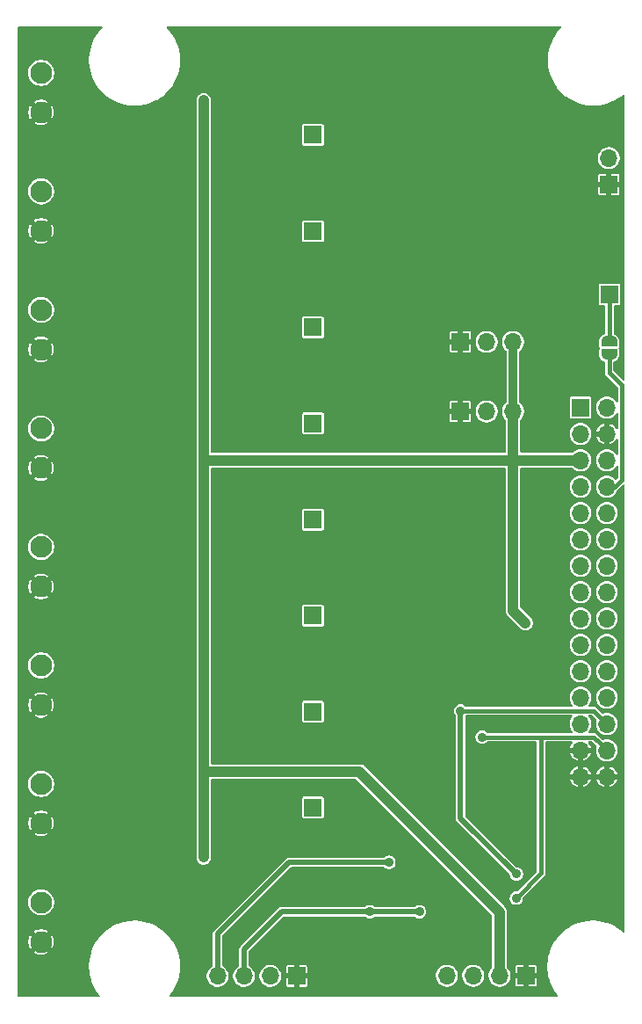
<source format=gbr>
%TF.GenerationSoftware,KiCad,Pcbnew,9.0.6*%
%TF.CreationDate,2025-11-26T11:14:55+11:00*%
%TF.ProjectId,v8_equip_dig_in_non_iso,76385f65-7175-4697-905f-6469675f696e,rev?*%
%TF.SameCoordinates,Original*%
%TF.FileFunction,Copper,L2,Bot*%
%TF.FilePolarity,Positive*%
%FSLAX46Y46*%
G04 Gerber Fmt 4.6, Leading zero omitted, Abs format (unit mm)*
G04 Created by KiCad (PCBNEW 9.0.6) date 2025-11-26 11:14:55*
%MOMM*%
%LPD*%
G01*
G04 APERTURE LIST*
G04 Aperture macros list*
%AMFreePoly0*
4,1,23,0.500000,-0.750000,0.000000,-0.750000,0.000000,-0.745722,-0.065263,-0.745722,-0.191342,-0.711940,-0.304381,-0.646677,-0.396677,-0.554381,-0.461940,-0.441342,-0.495722,-0.315263,-0.495722,-0.250000,-0.500000,-0.250000,-0.500000,0.250000,-0.495722,0.250000,-0.495722,0.315263,-0.461940,0.441342,-0.396677,0.554381,-0.304381,0.646677,-0.191342,0.711940,-0.065263,0.745722,0.000000,0.745722,
0.000000,0.750000,0.500000,0.750000,0.500000,-0.750000,0.500000,-0.750000,$1*%
%AMFreePoly1*
4,1,23,0.000000,0.745722,0.065263,0.745722,0.191342,0.711940,0.304381,0.646677,0.396677,0.554381,0.461940,0.441342,0.495722,0.315263,0.495722,0.250000,0.500000,0.250000,0.500000,-0.250000,0.495722,-0.250000,0.495722,-0.315263,0.461940,-0.441342,0.396677,-0.554381,0.304381,-0.646677,0.191342,-0.711940,0.065263,-0.745722,0.000000,-0.745722,0.000000,-0.750000,-0.500000,-0.750000,
-0.500000,0.750000,0.000000,0.750000,0.000000,0.745722,0.000000,0.745722,$1*%
G04 Aperture macros list end*
%TA.AperFunction,ComponentPad*%
%ADD10R,1.700000X1.700000*%
%TD*%
%TA.AperFunction,ComponentPad*%
%ADD11C,2.100000*%
%TD*%
%TA.AperFunction,ComponentPad*%
%ADD12O,1.700000X1.700000*%
%TD*%
%TA.AperFunction,SMDPad,CuDef*%
%ADD13FreePoly0,270.000000*%
%TD*%
%TA.AperFunction,SMDPad,CuDef*%
%ADD14FreePoly1,270.000000*%
%TD*%
%TA.AperFunction,ViaPad*%
%ADD15C,0.889000*%
%TD*%
%TA.AperFunction,Conductor*%
%ADD16C,1.016000*%
%TD*%
%TA.AperFunction,Conductor*%
%ADD17C,0.812800*%
%TD*%
%TA.AperFunction,Conductor*%
%ADD18C,0.508000*%
%TD*%
%TA.AperFunction,Conductor*%
%ADD19C,0.406400*%
%TD*%
G04 APERTURE END LIST*
D10*
%TO.P,J16,1,Pin_1*%
%TO.N,/P7*%
X29210000Y-75996800D03*
%TD*%
%TO.P,J9,1,Pin_1*%
%TO.N,/P0*%
X29210000Y-11192332D03*
%TD*%
D11*
%TO.P,J3,1,Pin_1*%
%TO.N,GND*%
X3000000Y-31873370D03*
%TO.P,J3,2,Pin_2*%
%TO.N,/IN2+*%
X3000000Y-28063370D03*
%TD*%
D10*
%TO.P,JP2,1,A*%
%TO.N,GND*%
X43408600Y-37846000D03*
D12*
%TO.P,JP2,2,C*%
%TO.N,/A0*%
X45948600Y-37846000D03*
%TO.P,JP2,3,B*%
%TO.N,+3V3*%
X48488600Y-37846000D03*
%TD*%
D10*
%TO.P,J17,1,Pin_1*%
%TO.N,+5V*%
X54991000Y-37465000D03*
D12*
%TO.P,J17,2,Pin_2*%
X57531000Y-37465000D03*
%TO.P,J17,3,Pin_3*%
X54991000Y-40005000D03*
%TO.P,J17,4,Pin_4*%
%TO.N,GND*%
X57531000Y-40005000D03*
%TO.P,J17,5,Pin_5*%
%TO.N,+3V3*%
X54991000Y-42545000D03*
%TO.P,J17,6,Pin_6*%
%TO.N,/GP15*%
X57531000Y-42545000D03*
%TO.P,J17,7,Pin_7*%
%TO.N,/GP16*%
X54991000Y-45085000D03*
%TO.P,J17,8,Pin_8*%
%TO.N,/GP14*%
X57531000Y-45085000D03*
%TO.P,J17,9,Pin_9*%
%TO.N,/GP17*%
X54991000Y-47625000D03*
%TO.P,J17,10,Pin_10*%
%TO.N,/GP13*%
X57531000Y-47625000D03*
%TO.P,J17,11,Pin_11*%
%TO.N,/AN_CS0*%
X54991000Y-50165000D03*
%TO.P,J17,12,Pin_12*%
%TO.N,/GP12*%
X57531000Y-50165000D03*
%TO.P,J17,13,Pin_13*%
%TO.N,/AN_CS1*%
X54991000Y-52705000D03*
%TO.P,J17,14,Pin_14*%
%TO.N,/GP11*%
X57531000Y-52705000D03*
%TO.P,J17,15,Pin_15*%
%TO.N,/AN_CS2*%
X54991000Y-55245000D03*
%TO.P,J17,16,Pin_16*%
%TO.N,/GP10*%
X57531000Y-55245000D03*
%TO.P,J17,17,Pin_17*%
%TO.N,/AN_CS3*%
X54991000Y-57785000D03*
%TO.P,J17,18,Pin_18*%
%TO.N,/GP9*%
X57531000Y-57785000D03*
%TO.P,J17,19,Pin_19*%
%TO.N,/GP3*%
X54991000Y-60325000D03*
%TO.P,J17,20,Pin_20*%
%TO.N,/GP8*%
X57531000Y-60325000D03*
%TO.P,J17,21,Pin_21*%
%TO.N,/GP2*%
X54991000Y-62865000D03*
%TO.P,J17,22,Pin_22*%
%TO.N,/GP7*%
X57531000Y-62865000D03*
%TO.P,J17,23,Pin_23*%
%TO.N,/GP1*%
X54991000Y-65405000D03*
%TO.P,J17,24,Pin_24*%
%TO.N,/GP6*%
X57531000Y-65405000D03*
%TO.P,J17,25,Pin_25*%
%TO.N,/GP0*%
X54991000Y-67945000D03*
%TO.P,J17,26,Pin_26*%
%TO.N,/SCL0*%
X57531000Y-67945000D03*
%TO.P,J17,27,Pin_27*%
%TO.N,GND*%
X54991000Y-70485000D03*
%TO.P,J17,28,Pin_28*%
%TO.N,/SDA0*%
X57531000Y-70485000D03*
%TO.P,J17,29,Pin_29*%
%TO.N,GND*%
X54991000Y-73025000D03*
%TO.P,J17,30,Pin_30*%
X57531000Y-73025000D03*
%TD*%
D10*
%TO.P,J10,1,Pin_1*%
%TO.N,/P1*%
X29210000Y-20472400D03*
%TD*%
%TO.P,J11,1,Pin_1*%
%TO.N,/P2*%
X29210000Y-29743400D03*
%TD*%
D11*
%TO.P,J8,1,Pin_1*%
%TO.N,GND*%
X3000000Y-88950800D03*
%TO.P,J8,2,Pin_2*%
%TO.N,/IN7+*%
X3000000Y-85140800D03*
%TD*%
%TO.P,J4,1,Pin_1*%
%TO.N,GND*%
X3000000Y-43288855D03*
%TO.P,J4,2,Pin_2*%
%TO.N,/IN3+*%
X3000000Y-39478855D03*
%TD*%
D10*
%TO.P,JP1,1,A*%
%TO.N,GND*%
X43408600Y-31140400D03*
D12*
%TO.P,JP1,2,C*%
%TO.N,/A1*%
X45948600Y-31140400D03*
%TO.P,JP1,3,B*%
%TO.N,+3V3*%
X48488600Y-31140400D03*
%TD*%
D11*
%TO.P,J1,1,Pin_1*%
%TO.N,GND*%
X3000000Y-9042400D03*
%TO.P,J1,2,Pin_2*%
%TO.N,/IN0+*%
X3000000Y-5232400D03*
%TD*%
%TO.P,J6,1,Pin_1*%
%TO.N,GND*%
X3000000Y-66119825D03*
%TO.P,J6,2,Pin_2*%
%TO.N,/IN5+*%
X3000000Y-62309825D03*
%TD*%
D10*
%TO.P,CON3,1,Pin_1*%
%TO.N,GND*%
X49733200Y-92202000D03*
D12*
%TO.P,CON3,2,Pin_2*%
%TO.N,+3V3*%
X47193200Y-92202000D03*
%TO.P,CON3,3,Pin_3*%
%TO.N,/SDA0*%
X44653200Y-92202000D03*
%TO.P,CON3,4,Pin_4*%
%TO.N,/SCL0*%
X42113200Y-92202000D03*
%TD*%
D10*
%TO.P,J12,1,Pin_1*%
%TO.N,/P3*%
X29210000Y-38989000D03*
%TD*%
D11*
%TO.P,J7,1,Pin_1*%
%TO.N,GND*%
X3000000Y-77535310D03*
%TO.P,J7,2,Pin_2*%
%TO.N,/IN6+*%
X3000000Y-73725310D03*
%TD*%
D10*
%TO.P,CON1,1,Pin_1*%
%TO.N,GND*%
X27635200Y-92227400D03*
D12*
%TO.P,CON1,2,Pin_2*%
%TO.N,+3V3*%
X25095200Y-92227400D03*
%TO.P,CON1,3,Pin_3*%
%TO.N,/GP6*%
X22555200Y-92227400D03*
%TO.P,CON1,4,Pin_4*%
%TO.N,/GP7*%
X20015200Y-92227400D03*
%TD*%
D10*
%TO.P,J19,1,Pin_1*%
%TO.N,Net-(J19-Pin_1)*%
X57785000Y-26568400D03*
%TD*%
%TO.P,J14,1,Pin_1*%
%TO.N,/P5*%
X29210000Y-57505600D03*
%TD*%
%TO.P,J15,1,Pin_1*%
%TO.N,/P6*%
X29210000Y-66751200D03*
%TD*%
D11*
%TO.P,J2,1,Pin_1*%
%TO.N,GND*%
X3000000Y-20457885D03*
%TO.P,J2,2,Pin_2*%
%TO.N,/IN1+*%
X3000000Y-16647885D03*
%TD*%
D10*
%TO.P,J18,1,Pin_1*%
%TO.N,GND*%
X57734200Y-15976600D03*
D12*
%TO.P,J18,2,Pin_2*%
%TO.N,/IO_14{slash}15*%
X57734200Y-13436600D03*
%TD*%
D10*
%TO.P,J13,1,Pin_1*%
%TO.N,/P4*%
X29210000Y-48260000D03*
%TD*%
D11*
%TO.P,J5,1,Pin_1*%
%TO.N,GND*%
X3000000Y-54704340D03*
%TO.P,J5,2,Pin_2*%
%TO.N,/IN4+*%
X3000000Y-50894340D03*
%TD*%
D13*
%TO.P,JP4,1,A*%
%TO.N,Net-(J19-Pin_1)*%
X57759600Y-31074600D03*
D14*
%TO.P,JP4,2,B*%
%TO.N,/GP14*%
X57759600Y-32374600D03*
%TD*%
D15*
%TO.N,GND*%
X25196800Y-70612000D03*
X22834600Y-80264000D03*
X41503600Y-53594000D03*
X25196800Y-63322200D03*
X25247600Y-54051200D03*
X43357800Y-45440600D03*
X34848800Y-48717200D03*
X52044600Y-52959000D03*
X25247600Y-45161200D03*
X25273000Y-35483800D03*
X25323800Y-7797800D03*
X25323800Y-17170400D03*
X25247600Y-26238200D03*
X31115000Y-88874600D03*
X53187600Y-85953600D03*
X47650400Y-20599400D03*
%TO.N,+3V3*%
X18669000Y-63421850D03*
X18669000Y-26134650D03*
X18669000Y-54049250D03*
X18669000Y-72540450D03*
X18669000Y-35583450D03*
X18672900Y-7897450D03*
X18669000Y-44956050D03*
X18669000Y-80797400D03*
X49682400Y-58216800D03*
X18669000Y-17168450D03*
%TO.N,/GP7*%
X36525200Y-81280000D03*
%TO.N,/GP6*%
X34696400Y-86029800D03*
X39471600Y-86029800D03*
%TO.N,/SDA0*%
X48806100Y-84721700D03*
X45516800Y-69215000D03*
%TO.N,/SCL0*%
X48818800Y-82397600D03*
X43434000Y-66675000D03*
%TD*%
D16*
%TO.N,+3V3*%
X18669000Y-72540450D02*
X18670950Y-72542400D01*
X47193200Y-86055200D02*
X47193200Y-92202000D01*
X54991000Y-42545000D02*
X18694400Y-42545000D01*
X48488600Y-57023000D02*
X49682400Y-58216800D01*
X18670950Y-72542400D02*
X33680400Y-72542400D01*
X33680400Y-72542400D02*
X47193200Y-86055200D01*
D17*
X48488600Y-31140400D02*
X48488600Y-37846000D01*
D16*
X48488600Y-37846000D02*
X48488600Y-57023000D01*
X18669000Y-7901350D02*
X18672900Y-7897450D01*
X18694400Y-42545000D02*
X18669000Y-42519600D01*
X18669000Y-80797400D02*
X18669000Y-7901350D01*
D18*
%TO.N,/GP7*%
X20015200Y-88163400D02*
X20015200Y-92227400D01*
X36525200Y-81280000D02*
X26898600Y-81280000D01*
X26898600Y-81280000D02*
X20015200Y-88163400D01*
%TO.N,/GP6*%
X39471600Y-86029800D02*
X34696400Y-86029800D01*
X22555200Y-89662000D02*
X22555200Y-92227400D01*
X34696400Y-86029800D02*
X26187400Y-86029800D01*
X26187400Y-86029800D02*
X22555200Y-89662000D01*
D19*
%TO.N,/GP14*%
X58341200Y-45087600D02*
X57540000Y-45087600D01*
X57759600Y-34086800D02*
X59004200Y-35331400D01*
X57759600Y-32374600D02*
X57759600Y-34086800D01*
X59004200Y-44424600D02*
X58341200Y-45087600D01*
X59004200Y-35331400D02*
X59004200Y-44424600D01*
%TO.N,Net-(J19-Pin_1)*%
X57785000Y-31049200D02*
X57785000Y-26568400D01*
%TO.N,/SDA0*%
X48806100Y-84721700D02*
X51206400Y-82321400D01*
X56819800Y-69748400D02*
X56286400Y-69215000D01*
X57531000Y-70485000D02*
X56819800Y-69773800D01*
X56286400Y-69215000D02*
X45516800Y-69215000D01*
X56819800Y-69773800D02*
X56819800Y-69748400D01*
X51206400Y-82321400D02*
X51206400Y-69215000D01*
D18*
%TO.N,/SCL0*%
X43434000Y-77038200D02*
X43434000Y-66675000D01*
X48793400Y-82397600D02*
X43434000Y-77038200D01*
D19*
X43434000Y-66675000D02*
X56267400Y-66675000D01*
X56267400Y-66675000D02*
X57540000Y-67947600D01*
D18*
X48818800Y-82397600D02*
X48793400Y-82397600D01*
%TD*%
%TA.AperFunction,Conductor*%
%TO.N,GND*%
G36*
X8876845Y-790665D02*
G01*
X8906909Y-842736D01*
X8896468Y-901950D01*
X8882502Y-920150D01*
X8762070Y-1040583D01*
X8762069Y-1040584D01*
X8762065Y-1040589D01*
X8515802Y-1334072D01*
X8515797Y-1334079D01*
X8296048Y-1647911D01*
X8104479Y-1979718D01*
X8104474Y-1979729D01*
X7942565Y-2326943D01*
X7942562Y-2326951D01*
X7811524Y-2686975D01*
X7712361Y-3057056D01*
X7645833Y-3434354D01*
X7612440Y-3816034D01*
X7612440Y-4199165D01*
X7645833Y-4580845D01*
X7712361Y-4958143D01*
X7811524Y-5328224D01*
X7942562Y-5688248D01*
X7942565Y-5688256D01*
X8104474Y-6035470D01*
X8104479Y-6035481D01*
X8296048Y-6367288D01*
X8471847Y-6618353D01*
X8515798Y-6681122D01*
X8762070Y-6974617D01*
X9032983Y-7245530D01*
X9326478Y-7491802D01*
X9426524Y-7561855D01*
X9640311Y-7711551D01*
X9640320Y-7711556D01*
X9972120Y-7903121D01*
X10319354Y-8065039D01*
X10679378Y-8196077D01*
X11049453Y-8295238D01*
X11426763Y-8361768D01*
X11808435Y-8395160D01*
X11808439Y-8395160D01*
X12191561Y-8395160D01*
X12191565Y-8395160D01*
X12573237Y-8361768D01*
X12950547Y-8295238D01*
X13320622Y-8196077D01*
X13680646Y-8065039D01*
X14027880Y-7903121D01*
X14151812Y-7831569D01*
X17960500Y-7831569D01*
X17960500Y-80867181D01*
X17960873Y-80869054D01*
X17987724Y-81004054D01*
X17987726Y-81004060D01*
X17987727Y-81004062D01*
X18041136Y-81133001D01*
X18041137Y-81133002D01*
X18041137Y-81133003D01*
X18118668Y-81249037D01*
X18118669Y-81249038D01*
X18118672Y-81249042D01*
X18217358Y-81347728D01*
X18333399Y-81425264D01*
X18462338Y-81478673D01*
X18462342Y-81478673D01*
X18462345Y-81478675D01*
X18545064Y-81495128D01*
X18599219Y-81505900D01*
X18599221Y-81505900D01*
X18738779Y-81505900D01*
X18738781Y-81505900D01*
X18806291Y-81492471D01*
X18875654Y-81478675D01*
X18875655Y-81478674D01*
X18875662Y-81478673D01*
X19004601Y-81425264D01*
X19120642Y-81347728D01*
X19219328Y-81249042D01*
X19296864Y-81133001D01*
X19350273Y-81004062D01*
X19377500Y-80867181D01*
X19377500Y-75127052D01*
X28159500Y-75127052D01*
X28159500Y-76866548D01*
X28164522Y-76891797D01*
X28171133Y-76925032D01*
X28215445Y-76991348D01*
X28215448Y-76991352D01*
X28215451Y-76991354D01*
X28281767Y-77035666D01*
X28281769Y-77035667D01*
X28340252Y-77047300D01*
X28340254Y-77047300D01*
X30079746Y-77047300D01*
X30079748Y-77047300D01*
X30138231Y-77035667D01*
X30204552Y-76991352D01*
X30248867Y-76925031D01*
X30260500Y-76866548D01*
X30260500Y-75127052D01*
X30248867Y-75068569D01*
X30204552Y-75002248D01*
X30204548Y-75002245D01*
X30138232Y-74957933D01*
X30118736Y-74954055D01*
X30079748Y-74946300D01*
X28340252Y-74946300D01*
X28311010Y-74952116D01*
X28281767Y-74957933D01*
X28215451Y-75002245D01*
X28215445Y-75002251D01*
X28171133Y-75068567D01*
X28171133Y-75068569D01*
X28159500Y-75127052D01*
X19377500Y-75127052D01*
X19377500Y-73338800D01*
X19398065Y-73282299D01*
X19450136Y-73252235D01*
X19465400Y-73250900D01*
X33350519Y-73250900D01*
X33407020Y-73271465D01*
X33412674Y-73276645D01*
X46458955Y-86322926D01*
X46484366Y-86377420D01*
X46484700Y-86385081D01*
X46484700Y-91388458D01*
X46464135Y-91444959D01*
X46458955Y-91450612D01*
X46377224Y-91532343D01*
X46377219Y-91532349D01*
X46262261Y-91704398D01*
X46262259Y-91704400D01*
X46262259Y-91704402D01*
X46197461Y-91860837D01*
X46183069Y-91895583D01*
X46183067Y-91895588D01*
X46147694Y-92073425D01*
X46142700Y-92098535D01*
X46142700Y-92305465D01*
X46152689Y-92355684D01*
X46183067Y-92508411D01*
X46183069Y-92508416D01*
X46183070Y-92508420D01*
X46262259Y-92699598D01*
X46262260Y-92699600D01*
X46262261Y-92699601D01*
X46377219Y-92871650D01*
X46377220Y-92871651D01*
X46377223Y-92871655D01*
X46523545Y-93017977D01*
X46523548Y-93017979D01*
X46523549Y-93017980D01*
X46600667Y-93069508D01*
X46695602Y-93132941D01*
X46886780Y-93212130D01*
X46886785Y-93212131D01*
X46886788Y-93212132D01*
X46989632Y-93232588D01*
X47089735Y-93252500D01*
X47089737Y-93252500D01*
X47296663Y-93252500D01*
X47296665Y-93252500D01*
X47462654Y-93219483D01*
X47499611Y-93212132D01*
X47499612Y-93212131D01*
X47499620Y-93212130D01*
X47690798Y-93132941D01*
X47862855Y-93017977D01*
X48009177Y-92871655D01*
X48124141Y-92699598D01*
X48203330Y-92508420D01*
X48209500Y-92477400D01*
X48225206Y-92398443D01*
X48233929Y-92354584D01*
X48243700Y-92305465D01*
X48243700Y-92098535D01*
X48214553Y-91952000D01*
X48203332Y-91895588D01*
X48203331Y-91895585D01*
X48203330Y-91895580D01*
X48124141Y-91704402D01*
X48066659Y-91618373D01*
X48009180Y-91532349D01*
X48009175Y-91532343D01*
X47927445Y-91450612D01*
X47919336Y-91433222D01*
X47907001Y-91418522D01*
X47903668Y-91399623D01*
X47902034Y-91396118D01*
X47901700Y-91388458D01*
X47901700Y-91334487D01*
X48705400Y-91334487D01*
X48705400Y-91951999D01*
X48705401Y-91952000D01*
X49300188Y-91952000D01*
X49267275Y-92009007D01*
X49233200Y-92136174D01*
X49233200Y-92267826D01*
X49267275Y-92394993D01*
X49300188Y-92452000D01*
X48705402Y-92452000D01*
X48705401Y-92452001D01*
X48705401Y-93069508D01*
X48715716Y-93121375D01*
X48755011Y-93180182D01*
X48755017Y-93180188D01*
X48813824Y-93219483D01*
X48865687Y-93229799D01*
X49483198Y-93229799D01*
X49483200Y-93229798D01*
X49483200Y-92635012D01*
X49540207Y-92667925D01*
X49667374Y-92702000D01*
X49799026Y-92702000D01*
X49926193Y-92667925D01*
X49983200Y-92635012D01*
X49983200Y-93229798D01*
X49983201Y-93229799D01*
X50600709Y-93229799D01*
X50652575Y-93219483D01*
X50711382Y-93180188D01*
X50711388Y-93180182D01*
X50750683Y-93121375D01*
X50761000Y-93069512D01*
X50761000Y-92452001D01*
X50760999Y-92452000D01*
X50166212Y-92452000D01*
X50199125Y-92394993D01*
X50233200Y-92267826D01*
X50233200Y-92136174D01*
X50199125Y-92009007D01*
X50166212Y-91952000D01*
X50760998Y-91952000D01*
X50760999Y-91951999D01*
X50760999Y-91334491D01*
X50750683Y-91282624D01*
X50711388Y-91223817D01*
X50711382Y-91223811D01*
X50652575Y-91184516D01*
X50600713Y-91174200D01*
X49983201Y-91174200D01*
X49983200Y-91174201D01*
X49983200Y-91768988D01*
X49926193Y-91736075D01*
X49799026Y-91702000D01*
X49667374Y-91702000D01*
X49540207Y-91736075D01*
X49483200Y-91768988D01*
X49483200Y-91174201D01*
X49483199Y-91174200D01*
X48865686Y-91174200D01*
X48865684Y-91174201D01*
X48813828Y-91184514D01*
X48813824Y-91184516D01*
X48755017Y-91223811D01*
X48755011Y-91223817D01*
X48715716Y-91282624D01*
X48705400Y-91334487D01*
X47901700Y-91334487D01*
X47901700Y-85985420D01*
X47874475Y-85848545D01*
X47874473Y-85848542D01*
X47874473Y-85848538D01*
X47837393Y-85759020D01*
X47821067Y-85719603D01*
X47821067Y-85719602D01*
X47743529Y-85603559D01*
X47743528Y-85603557D01*
X34132043Y-71992072D01*
X34016001Y-71914535D01*
X33924827Y-71876769D01*
X33924826Y-71876768D01*
X33887063Y-71861127D01*
X33887057Y-71861125D01*
X33818621Y-71847513D01*
X33795808Y-71842975D01*
X33750184Y-71833900D01*
X33750182Y-71833900D01*
X33750181Y-71833900D01*
X19465400Y-71833900D01*
X19408899Y-71813335D01*
X19378835Y-71761264D01*
X19377500Y-71746000D01*
X19377500Y-65881453D01*
X28159500Y-65881453D01*
X28159500Y-67620946D01*
X28171133Y-67679432D01*
X28215445Y-67745748D01*
X28215448Y-67745752D01*
X28215451Y-67745754D01*
X28281767Y-67790066D01*
X28281769Y-67790067D01*
X28340252Y-67801700D01*
X28340254Y-67801700D01*
X30079746Y-67801700D01*
X30079748Y-67801700D01*
X30138231Y-67790067D01*
X30204552Y-67745752D01*
X30248867Y-67679431D01*
X30260500Y-67620948D01*
X30260500Y-66611474D01*
X42789000Y-66611474D01*
X42789000Y-66738525D01*
X42813785Y-66863136D01*
X42813787Y-66863140D01*
X42862406Y-66980519D01*
X42862407Y-66980521D01*
X42862408Y-66980522D01*
X42932996Y-67086164D01*
X42953755Y-67106923D01*
X42979166Y-67161416D01*
X42979500Y-67169077D01*
X42979500Y-76972965D01*
X42979499Y-76972983D01*
X42979499Y-76978364D01*
X42979499Y-77098036D01*
X43003927Y-77189202D01*
X43010473Y-77213631D01*
X43062485Y-77303719D01*
X43070311Y-77317273D01*
X43154931Y-77401892D01*
X43154932Y-77401892D01*
X48148055Y-82395015D01*
X48173466Y-82449509D01*
X48173800Y-82457170D01*
X48173800Y-82461125D01*
X48198585Y-82585736D01*
X48198587Y-82585740D01*
X48247206Y-82703119D01*
X48247207Y-82703121D01*
X48247208Y-82703122D01*
X48317796Y-82808764D01*
X48407636Y-82898604D01*
X48513278Y-82969192D01*
X48630660Y-83017813D01*
X48630661Y-83017813D01*
X48630663Y-83017814D01*
X48693392Y-83030291D01*
X48755273Y-83042600D01*
X48755275Y-83042600D01*
X48882325Y-83042600D01*
X48882327Y-83042600D01*
X48964648Y-83026225D01*
X49006936Y-83017814D01*
X49006936Y-83017813D01*
X49006940Y-83017813D01*
X49124322Y-82969192D01*
X49229964Y-82898604D01*
X49319804Y-82808764D01*
X49390392Y-82703122D01*
X49439013Y-82585740D01*
X49442288Y-82569278D01*
X49463800Y-82461125D01*
X49463800Y-82334074D01*
X49439014Y-82209463D01*
X49439013Y-82209461D01*
X49439013Y-82209460D01*
X49390392Y-82092078D01*
X49319804Y-81986436D01*
X49229964Y-81896596D01*
X49124322Y-81826008D01*
X49124321Y-81826007D01*
X49124319Y-81826006D01*
X49006940Y-81777387D01*
X49006936Y-81777385D01*
X48913266Y-81758754D01*
X48882327Y-81752600D01*
X48882325Y-81752600D01*
X48827570Y-81752600D01*
X48771069Y-81732035D01*
X48765415Y-81726855D01*
X43914245Y-76875685D01*
X43888834Y-76821191D01*
X43888500Y-76813530D01*
X43888500Y-67169078D01*
X43895063Y-67151045D01*
X43896736Y-67131930D01*
X43907742Y-67116209D01*
X43909065Y-67112577D01*
X43914245Y-67106923D01*
X43916723Y-67104445D01*
X43971217Y-67079034D01*
X43978878Y-67078700D01*
X54159459Y-67078700D01*
X54215960Y-67099265D01*
X54246024Y-67151336D01*
X54235583Y-67210550D01*
X54221617Y-67228750D01*
X54192698Y-67257670D01*
X54175020Y-67275348D01*
X54175019Y-67275349D01*
X54060061Y-67447398D01*
X54060059Y-67447400D01*
X54060059Y-67447402D01*
X53980870Y-67638580D01*
X53980869Y-67638583D01*
X53980867Y-67638588D01*
X53940500Y-67841536D01*
X53940500Y-68048463D01*
X53980867Y-68251411D01*
X53980869Y-68251416D01*
X53980870Y-68251420D01*
X54060059Y-68442598D01*
X54060060Y-68442600D01*
X54060061Y-68442601D01*
X54175019Y-68614650D01*
X54175020Y-68614651D01*
X54175023Y-68614655D01*
X54221614Y-68661246D01*
X54247025Y-68715739D01*
X54231462Y-68773817D01*
X54182209Y-68808305D01*
X54159459Y-68811300D01*
X46061678Y-68811300D01*
X46005177Y-68790735D01*
X45999524Y-68785555D01*
X45927966Y-68713997D01*
X45927963Y-68713995D01*
X45822319Y-68643406D01*
X45704940Y-68594787D01*
X45704936Y-68594785D01*
X45611266Y-68576154D01*
X45580327Y-68570000D01*
X45453273Y-68570000D01*
X45425750Y-68575474D01*
X45328663Y-68594785D01*
X45328659Y-68594787D01*
X45211280Y-68643406D01*
X45105638Y-68713994D01*
X45015794Y-68803838D01*
X44945206Y-68909480D01*
X44896587Y-69026859D01*
X44896585Y-69026863D01*
X44871800Y-69151474D01*
X44871800Y-69278525D01*
X44896585Y-69403136D01*
X44896587Y-69403140D01*
X44945206Y-69520519D01*
X44945207Y-69520521D01*
X44945208Y-69520522D01*
X45015796Y-69626164D01*
X45105636Y-69716004D01*
X45211278Y-69786592D01*
X45328660Y-69835213D01*
X45328661Y-69835213D01*
X45328663Y-69835214D01*
X45391392Y-69847691D01*
X45453273Y-69860000D01*
X45453275Y-69860000D01*
X45580325Y-69860000D01*
X45580327Y-69860000D01*
X45662648Y-69843625D01*
X45704936Y-69835214D01*
X45704936Y-69835213D01*
X45704940Y-69835213D01*
X45822322Y-69786592D01*
X45927964Y-69716004D01*
X45952632Y-69691336D01*
X45999524Y-69644445D01*
X46054018Y-69619034D01*
X46061678Y-69618700D01*
X50714800Y-69618700D01*
X50771301Y-69639265D01*
X50801365Y-69691336D01*
X50802700Y-69706600D01*
X50802700Y-82117771D01*
X50782135Y-82174272D01*
X50776955Y-82179926D01*
X48905926Y-84050955D01*
X48851432Y-84076366D01*
X48843771Y-84076700D01*
X48742573Y-84076700D01*
X48715050Y-84082174D01*
X48617963Y-84101485D01*
X48617959Y-84101487D01*
X48500580Y-84150106D01*
X48394938Y-84220694D01*
X48305094Y-84310538D01*
X48234506Y-84416180D01*
X48185887Y-84533559D01*
X48185885Y-84533563D01*
X48161100Y-84658174D01*
X48161100Y-84785225D01*
X48185885Y-84909836D01*
X48185887Y-84909840D01*
X48234506Y-85027219D01*
X48234507Y-85027221D01*
X48234508Y-85027222D01*
X48305096Y-85132864D01*
X48394936Y-85222704D01*
X48500578Y-85293292D01*
X48617960Y-85341913D01*
X48617961Y-85341913D01*
X48617963Y-85341914D01*
X48680692Y-85354391D01*
X48742573Y-85366700D01*
X48742575Y-85366700D01*
X48869625Y-85366700D01*
X48869627Y-85366700D01*
X48951948Y-85350325D01*
X48994236Y-85341914D01*
X48994236Y-85341913D01*
X48994240Y-85341913D01*
X49111622Y-85293292D01*
X49217264Y-85222704D01*
X49307104Y-85132864D01*
X49377692Y-85027222D01*
X49426313Y-84909840D01*
X49451100Y-84785227D01*
X49451100Y-84684027D01*
X49471665Y-84627526D01*
X49476845Y-84621872D01*
X50208417Y-83890300D01*
X51447040Y-82651677D01*
X51447045Y-82651673D01*
X51454276Y-82644441D01*
X51454278Y-82644441D01*
X51529441Y-82569278D01*
X51582589Y-82477223D01*
X51588402Y-82455524D01*
X51610101Y-82374548D01*
X51610101Y-82268252D01*
X51610101Y-82262871D01*
X51610100Y-82262853D01*
X51610100Y-72775000D01*
X53992792Y-72775000D01*
X54557988Y-72775000D01*
X54525075Y-72832007D01*
X54491000Y-72959174D01*
X54491000Y-73090826D01*
X54525075Y-73217993D01*
X54557988Y-73275000D01*
X53992793Y-73275000D01*
X54002695Y-73324789D01*
X54002700Y-73324803D01*
X54080177Y-73511846D01*
X54192654Y-73680181D01*
X54335818Y-73823345D01*
X54504153Y-73935822D01*
X54691196Y-74013299D01*
X54691210Y-74013304D01*
X54741000Y-74023207D01*
X54741000Y-73458012D01*
X54798007Y-73490925D01*
X54925174Y-73525000D01*
X55056826Y-73525000D01*
X55183993Y-73490925D01*
X55241000Y-73458012D01*
X55241000Y-74023206D01*
X55290789Y-74013304D01*
X55290803Y-74013299D01*
X55477846Y-73935822D01*
X55646181Y-73823345D01*
X55789345Y-73680181D01*
X55901822Y-73511846D01*
X55979299Y-73324803D01*
X55979304Y-73324789D01*
X55989207Y-73275000D01*
X55424012Y-73275000D01*
X55456925Y-73217993D01*
X55491000Y-73090826D01*
X55491000Y-72959174D01*
X55456925Y-72832007D01*
X55424012Y-72775000D01*
X55989207Y-72775000D01*
X56532792Y-72775000D01*
X57097988Y-72775000D01*
X57065075Y-72832007D01*
X57031000Y-72959174D01*
X57031000Y-73090826D01*
X57065075Y-73217993D01*
X57097988Y-73275000D01*
X56532793Y-73275000D01*
X56542695Y-73324789D01*
X56542700Y-73324803D01*
X56620177Y-73511846D01*
X56732654Y-73680181D01*
X56875818Y-73823345D01*
X57044153Y-73935822D01*
X57231196Y-74013299D01*
X57231210Y-74013304D01*
X57281000Y-74023207D01*
X57281000Y-73458012D01*
X57338007Y-73490925D01*
X57465174Y-73525000D01*
X57596826Y-73525000D01*
X57723993Y-73490925D01*
X57781000Y-73458012D01*
X57781000Y-74023206D01*
X57830789Y-74013304D01*
X57830803Y-74013299D01*
X58017846Y-73935822D01*
X58186181Y-73823345D01*
X58329345Y-73680181D01*
X58441822Y-73511846D01*
X58519299Y-73324803D01*
X58519304Y-73324789D01*
X58529207Y-73275000D01*
X57964012Y-73275000D01*
X57996925Y-73217993D01*
X58031000Y-73090826D01*
X58031000Y-72959174D01*
X57996925Y-72832007D01*
X57964012Y-72775000D01*
X58529207Y-72775000D01*
X58519304Y-72725210D01*
X58519299Y-72725196D01*
X58441822Y-72538153D01*
X58329345Y-72369818D01*
X58186181Y-72226654D01*
X58017847Y-72114177D01*
X57830804Y-72036701D01*
X57830795Y-72036698D01*
X57781000Y-72026792D01*
X57781000Y-72591988D01*
X57723993Y-72559075D01*
X57596826Y-72525000D01*
X57465174Y-72525000D01*
X57338007Y-72559075D01*
X57281000Y-72591988D01*
X57281000Y-72026792D01*
X57231204Y-72036698D01*
X57231195Y-72036701D01*
X57044152Y-72114177D01*
X56875818Y-72226654D01*
X56732654Y-72369818D01*
X56620177Y-72538153D01*
X56542700Y-72725196D01*
X56542695Y-72725210D01*
X56532792Y-72775000D01*
X55989207Y-72775000D01*
X55979304Y-72725210D01*
X55979299Y-72725196D01*
X55901822Y-72538153D01*
X55789345Y-72369818D01*
X55646181Y-72226654D01*
X55477847Y-72114177D01*
X55290804Y-72036701D01*
X55290795Y-72036698D01*
X55241000Y-72026792D01*
X55241000Y-72591988D01*
X55183993Y-72559075D01*
X55056826Y-72525000D01*
X54925174Y-72525000D01*
X54798007Y-72559075D01*
X54741000Y-72591988D01*
X54741000Y-72026792D01*
X54691204Y-72036698D01*
X54691195Y-72036701D01*
X54504152Y-72114177D01*
X54335818Y-72226654D01*
X54192654Y-72369818D01*
X54080177Y-72538153D01*
X54002700Y-72725196D01*
X54002695Y-72725210D01*
X53992792Y-72775000D01*
X51610100Y-72775000D01*
X51610100Y-69706600D01*
X51630665Y-69650099D01*
X51682736Y-69620035D01*
X51698000Y-69618700D01*
X54191563Y-69618700D01*
X54248064Y-69639265D01*
X54278128Y-69691336D01*
X54267687Y-69750550D01*
X54253718Y-69768755D01*
X54192654Y-69829818D01*
X54080177Y-69998153D01*
X54002700Y-70185196D01*
X54002695Y-70185210D01*
X53992792Y-70235000D01*
X54557988Y-70235000D01*
X54525075Y-70292007D01*
X54491000Y-70419174D01*
X54491000Y-70550826D01*
X54525075Y-70677993D01*
X54557988Y-70735000D01*
X53992793Y-70735000D01*
X54002695Y-70784789D01*
X54002700Y-70784803D01*
X54080177Y-70971846D01*
X54192654Y-71140181D01*
X54335818Y-71283345D01*
X54504153Y-71395822D01*
X54691196Y-71473299D01*
X54691210Y-71473304D01*
X54741000Y-71483207D01*
X54741000Y-70918012D01*
X54798007Y-70950925D01*
X54925174Y-70985000D01*
X55056826Y-70985000D01*
X55183993Y-70950925D01*
X55241000Y-70918012D01*
X55241000Y-71483206D01*
X55290789Y-71473304D01*
X55290803Y-71473299D01*
X55477846Y-71395822D01*
X55646181Y-71283345D01*
X55789345Y-71140181D01*
X55901822Y-70971846D01*
X55979299Y-70784803D01*
X55979304Y-70784789D01*
X55989207Y-70735000D01*
X55424012Y-70735000D01*
X55456925Y-70677993D01*
X55491000Y-70550826D01*
X55491000Y-70419174D01*
X55456925Y-70292007D01*
X55424012Y-70235000D01*
X55989207Y-70235000D01*
X55979304Y-70185210D01*
X55979299Y-70185196D01*
X55901822Y-69998153D01*
X55789345Y-69829818D01*
X55728282Y-69768755D01*
X55702871Y-69714261D01*
X55718434Y-69656183D01*
X55767687Y-69621695D01*
X55790437Y-69618700D01*
X56082772Y-69618700D01*
X56139273Y-69639265D01*
X56144927Y-69644445D01*
X56453879Y-69953397D01*
X56463159Y-69964333D01*
X56465683Y-69967853D01*
X56496759Y-70021678D01*
X56523319Y-70048238D01*
X56527513Y-70054087D01*
X56533794Y-70076523D01*
X56543644Y-70097645D01*
X56542247Y-70106714D01*
X56543724Y-70111987D01*
X56540257Y-70119642D01*
X56537287Y-70138943D01*
X56520873Y-70178570D01*
X56520868Y-70178586D01*
X56480500Y-70381536D01*
X56480500Y-70588463D01*
X56520867Y-70791411D01*
X56520869Y-70791416D01*
X56520870Y-70791420D01*
X56600059Y-70982598D01*
X56600060Y-70982600D01*
X56600061Y-70982601D01*
X56715019Y-71154650D01*
X56715020Y-71154651D01*
X56715023Y-71154655D01*
X56861345Y-71300977D01*
X57033402Y-71415941D01*
X57224580Y-71495130D01*
X57224585Y-71495131D01*
X57224588Y-71495132D01*
X57327432Y-71515588D01*
X57427535Y-71535500D01*
X57427537Y-71535500D01*
X57634463Y-71535500D01*
X57634465Y-71535500D01*
X57767336Y-71509070D01*
X57837411Y-71495132D01*
X57837412Y-71495131D01*
X57837420Y-71495130D01*
X58028598Y-71415941D01*
X58200655Y-71300977D01*
X58346977Y-71154655D01*
X58461941Y-70982598D01*
X58541130Y-70791420D01*
X58581500Y-70588465D01*
X58581500Y-70381535D01*
X58541130Y-70178580D01*
X58461941Y-69987402D01*
X58360253Y-69835214D01*
X58346980Y-69815349D01*
X58346979Y-69815348D01*
X58346977Y-69815345D01*
X58200655Y-69669023D01*
X58200651Y-69669020D01*
X58200650Y-69669019D01*
X58028601Y-69554061D01*
X58028600Y-69554060D01*
X58028598Y-69554059D01*
X57837420Y-69474870D01*
X57837416Y-69474869D01*
X57837411Y-69474867D01*
X57684684Y-69444489D01*
X57634465Y-69434500D01*
X57427535Y-69434500D01*
X57360498Y-69447834D01*
X57224586Y-69474868D01*
X57224570Y-69474873D01*
X57202901Y-69483848D01*
X57142831Y-69486469D01*
X57107113Y-69464794D01*
X57067678Y-69425359D01*
X57067675Y-69425357D01*
X56609442Y-68967124D01*
X56609441Y-68967122D01*
X56597449Y-68955130D01*
X56534281Y-68891961D01*
X56534278Y-68891959D01*
X56442223Y-68838811D01*
X56442220Y-68838810D01*
X56442218Y-68838809D01*
X56420525Y-68832997D01*
X56420524Y-68832996D01*
X56420524Y-68832997D01*
X56339548Y-68811299D01*
X56233252Y-68811299D01*
X56227870Y-68811299D01*
X56227854Y-68811300D01*
X55822541Y-68811300D01*
X55766040Y-68790735D01*
X55735976Y-68738664D01*
X55746417Y-68679450D01*
X55760382Y-68661249D01*
X55806977Y-68614655D01*
X55921941Y-68442598D01*
X56001130Y-68251420D01*
X56041500Y-68048465D01*
X56041500Y-67841535D01*
X56001130Y-67638580D01*
X55921941Y-67447402D01*
X55806977Y-67275345D01*
X55760385Y-67228753D01*
X55734975Y-67174261D01*
X55750538Y-67116183D01*
X55799791Y-67081695D01*
X55822541Y-67078700D01*
X56063772Y-67078700D01*
X56120273Y-67099265D01*
X56125927Y-67104445D01*
X56520107Y-67498625D01*
X56545518Y-67553119D01*
X56539162Y-67594416D01*
X56520869Y-67638579D01*
X56520868Y-67638583D01*
X56480500Y-67841536D01*
X56480500Y-68048463D01*
X56520867Y-68251411D01*
X56520869Y-68251416D01*
X56520870Y-68251420D01*
X56600059Y-68442598D01*
X56600060Y-68442600D01*
X56600061Y-68442601D01*
X56715019Y-68614650D01*
X56715020Y-68614651D01*
X56715023Y-68614655D01*
X56861345Y-68760977D01*
X56861348Y-68760979D01*
X56861349Y-68760980D01*
X56898129Y-68785555D01*
X57033402Y-68875941D01*
X57224580Y-68955130D01*
X57224585Y-68955131D01*
X57224588Y-68955132D01*
X57327432Y-68975588D01*
X57427535Y-68995500D01*
X57427537Y-68995500D01*
X57634463Y-68995500D01*
X57634465Y-68995500D01*
X57777132Y-68967122D01*
X57837411Y-68955132D01*
X57837412Y-68955131D01*
X57837420Y-68955130D01*
X58028598Y-68875941D01*
X58200655Y-68760977D01*
X58346977Y-68614655D01*
X58461941Y-68442598D01*
X58541130Y-68251420D01*
X58581500Y-68048465D01*
X58581500Y-67841535D01*
X58541130Y-67638580D01*
X58461941Y-67447402D01*
X58346977Y-67275345D01*
X58200655Y-67129023D01*
X58200651Y-67129020D01*
X58200650Y-67129019D01*
X58028601Y-67014061D01*
X58028600Y-67014060D01*
X58028598Y-67014059D01*
X57837420Y-66934870D01*
X57837416Y-66934869D01*
X57837411Y-66934867D01*
X57684684Y-66904489D01*
X57634465Y-66894500D01*
X57427535Y-66894500D01*
X57382708Y-66903416D01*
X57224583Y-66934868D01*
X57224579Y-66934869D01*
X57189467Y-66949413D01*
X57129397Y-66952034D01*
X57093676Y-66930358D01*
X56590442Y-66427124D01*
X56590442Y-66427123D01*
X56515281Y-66351961D01*
X56514337Y-66351416D01*
X56423223Y-66298811D01*
X56423220Y-66298810D01*
X56423218Y-66298809D01*
X56401525Y-66292997D01*
X56401524Y-66292996D01*
X56401524Y-66292997D01*
X56320548Y-66271299D01*
X56214252Y-66271299D01*
X56208870Y-66271299D01*
X56208854Y-66271300D01*
X55822541Y-66271300D01*
X55766040Y-66250735D01*
X55735976Y-66198664D01*
X55746417Y-66139450D01*
X55760382Y-66121249D01*
X55806977Y-66074655D01*
X55921941Y-65902598D01*
X56001130Y-65711420D01*
X56003263Y-65700700D01*
X56041500Y-65508463D01*
X56041500Y-65301536D01*
X56480500Y-65301536D01*
X56480500Y-65508463D01*
X56520867Y-65711411D01*
X56520869Y-65711416D01*
X56520870Y-65711420D01*
X56600059Y-65902598D01*
X56600060Y-65902600D01*
X56600061Y-65902601D01*
X56715019Y-66074650D01*
X56715020Y-66074651D01*
X56715023Y-66074655D01*
X56861345Y-66220977D01*
X56861348Y-66220979D01*
X56861349Y-66220980D01*
X56898129Y-66245555D01*
X57033402Y-66335941D01*
X57224580Y-66415130D01*
X57224585Y-66415131D01*
X57224588Y-66415132D01*
X57327432Y-66435588D01*
X57427535Y-66455500D01*
X57427537Y-66455500D01*
X57634463Y-66455500D01*
X57634465Y-66455500D01*
X57777132Y-66427122D01*
X57837411Y-66415132D01*
X57837412Y-66415131D01*
X57837420Y-66415130D01*
X58028598Y-66335941D01*
X58200655Y-66220977D01*
X58346977Y-66074655D01*
X58461941Y-65902598D01*
X58541130Y-65711420D01*
X58543263Y-65700700D01*
X58581500Y-65508463D01*
X58581500Y-65301536D01*
X58541132Y-65098588D01*
X58541131Y-65098585D01*
X58541130Y-65098580D01*
X58461941Y-64907402D01*
X58346977Y-64735345D01*
X58200655Y-64589023D01*
X58200651Y-64589020D01*
X58200650Y-64589019D01*
X58028601Y-64474061D01*
X58028600Y-64474060D01*
X58028598Y-64474059D01*
X57837420Y-64394870D01*
X57837416Y-64394869D01*
X57837411Y-64394867D01*
X57684684Y-64364489D01*
X57634465Y-64354500D01*
X57427535Y-64354500D01*
X57382844Y-64363389D01*
X57224588Y-64394867D01*
X57224583Y-64394869D01*
X57224581Y-64394869D01*
X57224580Y-64394870D01*
X57033402Y-64474059D01*
X57033400Y-64474059D01*
X57033398Y-64474061D01*
X56861349Y-64589019D01*
X56715019Y-64735349D01*
X56600061Y-64907398D01*
X56600059Y-64907400D01*
X56600059Y-64907402D01*
X56523580Y-65092037D01*
X56520869Y-65098583D01*
X56520867Y-65098588D01*
X56480500Y-65301536D01*
X56041500Y-65301536D01*
X56001132Y-65098588D01*
X56001131Y-65098585D01*
X56001130Y-65098580D01*
X55921941Y-64907402D01*
X55806977Y-64735345D01*
X55660655Y-64589023D01*
X55660651Y-64589020D01*
X55660650Y-64589019D01*
X55488601Y-64474061D01*
X55488600Y-64474060D01*
X55488598Y-64474059D01*
X55297420Y-64394870D01*
X55297416Y-64394869D01*
X55297411Y-64394867D01*
X55144684Y-64364489D01*
X55094465Y-64354500D01*
X54887535Y-64354500D01*
X54842844Y-64363389D01*
X54684588Y-64394867D01*
X54684583Y-64394869D01*
X54684581Y-64394869D01*
X54684580Y-64394870D01*
X54493402Y-64474059D01*
X54493400Y-64474059D01*
X54493398Y-64474061D01*
X54321349Y-64589019D01*
X54175019Y-64735349D01*
X54060061Y-64907398D01*
X54060059Y-64907400D01*
X54060059Y-64907402D01*
X53983580Y-65092037D01*
X53980869Y-65098583D01*
X53980867Y-65098588D01*
X53940500Y-65301536D01*
X53940500Y-65508463D01*
X53980867Y-65711411D01*
X53980869Y-65711416D01*
X53980870Y-65711420D01*
X54060059Y-65902598D01*
X54060060Y-65902600D01*
X54060061Y-65902601D01*
X54175019Y-66074650D01*
X54175020Y-66074651D01*
X54175023Y-66074655D01*
X54221614Y-66121246D01*
X54247025Y-66175739D01*
X54231462Y-66233817D01*
X54182209Y-66268305D01*
X54159459Y-66271300D01*
X43978878Y-66271300D01*
X43922377Y-66250735D01*
X43916724Y-66245555D01*
X43845166Y-66173997D01*
X43845163Y-66173995D01*
X43739519Y-66103406D01*
X43622140Y-66054787D01*
X43622136Y-66054785D01*
X43528466Y-66036154D01*
X43497527Y-66030000D01*
X43370473Y-66030000D01*
X43342950Y-66035474D01*
X43245863Y-66054785D01*
X43245859Y-66054787D01*
X43128480Y-66103406D01*
X43022838Y-66173994D01*
X42932994Y-66263838D01*
X42862406Y-66369480D01*
X42813787Y-66486859D01*
X42813785Y-66486863D01*
X42789000Y-66611474D01*
X30260500Y-66611474D01*
X30260500Y-65881452D01*
X30248867Y-65822969D01*
X30204552Y-65756648D01*
X30204548Y-65756645D01*
X30138232Y-65712333D01*
X30118736Y-65708455D01*
X30079748Y-65700700D01*
X28340252Y-65700700D01*
X28311010Y-65706516D01*
X28281767Y-65712333D01*
X28215451Y-65756645D01*
X28215445Y-65756651D01*
X28171133Y-65822967D01*
X28159500Y-65881453D01*
X19377500Y-65881453D01*
X19377500Y-62761536D01*
X53940500Y-62761536D01*
X53940500Y-62968463D01*
X53980867Y-63171411D01*
X53980869Y-63171416D01*
X53980870Y-63171420D01*
X54060059Y-63362598D01*
X54060060Y-63362600D01*
X54060061Y-63362601D01*
X54175019Y-63534650D01*
X54175020Y-63534651D01*
X54175023Y-63534655D01*
X54321345Y-63680977D01*
X54493402Y-63795941D01*
X54684580Y-63875130D01*
X54684585Y-63875131D01*
X54684588Y-63875132D01*
X54787432Y-63895588D01*
X54887535Y-63915500D01*
X54887537Y-63915500D01*
X55094463Y-63915500D01*
X55094465Y-63915500D01*
X55227336Y-63889070D01*
X55297411Y-63875132D01*
X55297412Y-63875131D01*
X55297420Y-63875130D01*
X55488598Y-63795941D01*
X55660655Y-63680977D01*
X55806977Y-63534655D01*
X55921941Y-63362598D01*
X56001130Y-63171420D01*
X56041500Y-62968465D01*
X56041500Y-62761536D01*
X56480500Y-62761536D01*
X56480500Y-62968463D01*
X56520867Y-63171411D01*
X56520869Y-63171416D01*
X56520870Y-63171420D01*
X56600059Y-63362598D01*
X56600060Y-63362600D01*
X56600061Y-63362601D01*
X56715019Y-63534650D01*
X56715020Y-63534651D01*
X56715023Y-63534655D01*
X56861345Y-63680977D01*
X57033402Y-63795941D01*
X57224580Y-63875130D01*
X57224585Y-63875131D01*
X57224588Y-63875132D01*
X57327432Y-63895588D01*
X57427535Y-63915500D01*
X57427537Y-63915500D01*
X57634463Y-63915500D01*
X57634465Y-63915500D01*
X57767336Y-63889070D01*
X57837411Y-63875132D01*
X57837412Y-63875131D01*
X57837420Y-63875130D01*
X58028598Y-63795941D01*
X58200655Y-63680977D01*
X58346977Y-63534655D01*
X58461941Y-63362598D01*
X58541130Y-63171420D01*
X58581500Y-62968465D01*
X58581500Y-62761535D01*
X58541130Y-62558580D01*
X58461941Y-62367402D01*
X58346977Y-62195345D01*
X58200655Y-62049023D01*
X58200651Y-62049020D01*
X58200650Y-62049019D01*
X58028601Y-61934061D01*
X58028600Y-61934060D01*
X58028598Y-61934059D01*
X57837420Y-61854870D01*
X57837416Y-61854869D01*
X57837411Y-61854867D01*
X57684684Y-61824489D01*
X57634465Y-61814500D01*
X57427535Y-61814500D01*
X57382844Y-61823389D01*
X57224588Y-61854867D01*
X57224583Y-61854869D01*
X57224581Y-61854869D01*
X57224580Y-61854870D01*
X57033402Y-61934059D01*
X57033400Y-61934059D01*
X57033398Y-61934061D01*
X56861349Y-62049019D01*
X56715019Y-62195349D01*
X56600061Y-62367398D01*
X56600059Y-62367400D01*
X56600059Y-62367402D01*
X56520870Y-62558580D01*
X56520869Y-62558583D01*
X56520867Y-62558588D01*
X56480500Y-62761536D01*
X56041500Y-62761536D01*
X56041500Y-62761535D01*
X56001130Y-62558580D01*
X55921941Y-62367402D01*
X55806977Y-62195345D01*
X55660655Y-62049023D01*
X55660651Y-62049020D01*
X55660650Y-62049019D01*
X55488601Y-61934061D01*
X55488600Y-61934060D01*
X55488598Y-61934059D01*
X55297420Y-61854870D01*
X55297416Y-61854869D01*
X55297411Y-61854867D01*
X55144684Y-61824489D01*
X55094465Y-61814500D01*
X54887535Y-61814500D01*
X54842844Y-61823389D01*
X54684588Y-61854867D01*
X54684583Y-61854869D01*
X54684581Y-61854869D01*
X54684580Y-61854870D01*
X54493402Y-61934059D01*
X54493400Y-61934059D01*
X54493398Y-61934061D01*
X54321349Y-62049019D01*
X54175019Y-62195349D01*
X54060061Y-62367398D01*
X54060059Y-62367400D01*
X54060059Y-62367402D01*
X53980870Y-62558580D01*
X53980869Y-62558583D01*
X53980867Y-62558588D01*
X53940500Y-62761536D01*
X19377500Y-62761536D01*
X19377500Y-60221536D01*
X53940500Y-60221536D01*
X53940500Y-60428463D01*
X53980867Y-60631411D01*
X53980869Y-60631416D01*
X53980870Y-60631420D01*
X54060059Y-60822598D01*
X54060060Y-60822600D01*
X54060061Y-60822601D01*
X54175019Y-60994650D01*
X54175020Y-60994651D01*
X54175023Y-60994655D01*
X54321345Y-61140977D01*
X54493402Y-61255941D01*
X54684580Y-61335130D01*
X54684585Y-61335131D01*
X54684588Y-61335132D01*
X54787432Y-61355588D01*
X54887535Y-61375500D01*
X54887537Y-61375500D01*
X55094463Y-61375500D01*
X55094465Y-61375500D01*
X55227336Y-61349070D01*
X55297411Y-61335132D01*
X55297412Y-61335131D01*
X55297420Y-61335130D01*
X55488598Y-61255941D01*
X55660655Y-61140977D01*
X55806977Y-60994655D01*
X55921941Y-60822598D01*
X56001130Y-60631420D01*
X56041500Y-60428465D01*
X56041500Y-60221536D01*
X56480500Y-60221536D01*
X56480500Y-60428463D01*
X56520867Y-60631411D01*
X56520869Y-60631416D01*
X56520870Y-60631420D01*
X56600059Y-60822598D01*
X56600060Y-60822600D01*
X56600061Y-60822601D01*
X56715019Y-60994650D01*
X56715020Y-60994651D01*
X56715023Y-60994655D01*
X56861345Y-61140977D01*
X57033402Y-61255941D01*
X57224580Y-61335130D01*
X57224585Y-61335131D01*
X57224588Y-61335132D01*
X57327432Y-61355588D01*
X57427535Y-61375500D01*
X57427537Y-61375500D01*
X57634463Y-61375500D01*
X57634465Y-61375500D01*
X57767336Y-61349070D01*
X57837411Y-61335132D01*
X57837412Y-61335131D01*
X57837420Y-61335130D01*
X58028598Y-61255941D01*
X58200655Y-61140977D01*
X58346977Y-60994655D01*
X58461941Y-60822598D01*
X58541130Y-60631420D01*
X58581500Y-60428465D01*
X58581500Y-60221535D01*
X58541130Y-60018580D01*
X58461941Y-59827402D01*
X58346977Y-59655345D01*
X58200655Y-59509023D01*
X58200651Y-59509020D01*
X58200650Y-59509019D01*
X58028601Y-59394061D01*
X58028600Y-59394060D01*
X58028598Y-59394059D01*
X57837420Y-59314870D01*
X57837416Y-59314869D01*
X57837411Y-59314867D01*
X57684684Y-59284489D01*
X57634465Y-59274500D01*
X57427535Y-59274500D01*
X57382844Y-59283389D01*
X57224588Y-59314867D01*
X57224583Y-59314869D01*
X57224581Y-59314869D01*
X57224580Y-59314870D01*
X57033402Y-59394059D01*
X57033400Y-59394059D01*
X57033398Y-59394061D01*
X56861349Y-59509019D01*
X56715019Y-59655349D01*
X56600061Y-59827398D01*
X56520869Y-60018583D01*
X56520867Y-60018588D01*
X56480500Y-60221536D01*
X56041500Y-60221536D01*
X56041500Y-60221535D01*
X56001130Y-60018580D01*
X55921941Y-59827402D01*
X55806977Y-59655345D01*
X55660655Y-59509023D01*
X55660651Y-59509020D01*
X55660650Y-59509019D01*
X55488601Y-59394061D01*
X55488600Y-59394060D01*
X55488598Y-59394059D01*
X55297420Y-59314870D01*
X55297416Y-59314869D01*
X55297411Y-59314867D01*
X55144684Y-59284489D01*
X55094465Y-59274500D01*
X54887535Y-59274500D01*
X54842844Y-59283389D01*
X54684588Y-59314867D01*
X54684583Y-59314869D01*
X54684581Y-59314869D01*
X54684580Y-59314870D01*
X54493402Y-59394059D01*
X54493400Y-59394059D01*
X54493398Y-59394061D01*
X54321349Y-59509019D01*
X54175019Y-59655349D01*
X54060061Y-59827398D01*
X53980869Y-60018583D01*
X53980867Y-60018588D01*
X53940500Y-60221536D01*
X19377500Y-60221536D01*
X19377500Y-56635853D01*
X28159500Y-56635853D01*
X28159500Y-58375346D01*
X28171133Y-58433832D01*
X28185047Y-58454655D01*
X28215448Y-58500152D01*
X28215451Y-58500154D01*
X28281767Y-58544466D01*
X28281769Y-58544467D01*
X28340252Y-58556100D01*
X28340254Y-58556100D01*
X30079746Y-58556100D01*
X30079748Y-58556100D01*
X30138231Y-58544467D01*
X30204552Y-58500152D01*
X30248867Y-58433831D01*
X30260500Y-58375348D01*
X30260500Y-56635852D01*
X30248867Y-56577369D01*
X30204552Y-56511048D01*
X30204548Y-56511045D01*
X30138232Y-56466733D01*
X30118736Y-56462855D01*
X30079748Y-56455100D01*
X28340252Y-56455100D01*
X28311010Y-56460916D01*
X28281767Y-56466733D01*
X28215451Y-56511045D01*
X28215445Y-56511051D01*
X28171133Y-56577367D01*
X28159500Y-56635853D01*
X19377500Y-56635853D01*
X19377500Y-47390252D01*
X28159500Y-47390252D01*
X28159500Y-49129748D01*
X28164497Y-49154869D01*
X28171133Y-49188232D01*
X28201756Y-49234061D01*
X28215448Y-49254552D01*
X28215451Y-49254554D01*
X28281767Y-49298866D01*
X28281769Y-49298867D01*
X28340252Y-49310500D01*
X28340254Y-49310500D01*
X30079746Y-49310500D01*
X30079748Y-49310500D01*
X30138231Y-49298867D01*
X30204552Y-49254552D01*
X30248867Y-49188231D01*
X30260500Y-49129748D01*
X30260500Y-47390252D01*
X30248867Y-47331769D01*
X30240056Y-47318583D01*
X30204554Y-47265451D01*
X30204552Y-47265448D01*
X30204548Y-47265445D01*
X30138232Y-47221133D01*
X30118736Y-47217255D01*
X30079748Y-47209500D01*
X28340252Y-47209500D01*
X28311010Y-47215316D01*
X28281767Y-47221133D01*
X28215451Y-47265445D01*
X28215445Y-47265451D01*
X28171133Y-47331767D01*
X28171133Y-47331769D01*
X28159500Y-47390252D01*
X19377500Y-47390252D01*
X19377500Y-43341400D01*
X19398065Y-43284899D01*
X19450136Y-43254835D01*
X19465400Y-43253500D01*
X47692200Y-43253500D01*
X47748701Y-43274065D01*
X47778765Y-43326136D01*
X47780100Y-43341400D01*
X47780100Y-57092784D01*
X47801833Y-57202047D01*
X47807324Y-57229652D01*
X47807328Y-57229663D01*
X47860732Y-57358595D01*
X47860732Y-57358597D01*
X47860735Y-57358601D01*
X47938272Y-57474643D01*
X49230757Y-58767128D01*
X49346799Y-58844665D01*
X49475739Y-58898073D01*
X49475742Y-58898074D01*
X49544645Y-58911779D01*
X49612618Y-58925300D01*
X49612620Y-58925300D01*
X49752179Y-58925300D01*
X49752181Y-58925300D01*
X49842606Y-58907313D01*
X49889057Y-58898074D01*
X49889058Y-58898073D01*
X49889061Y-58898073D01*
X50018001Y-58844665D01*
X50134042Y-58767128D01*
X50232728Y-58668442D01*
X50310265Y-58552401D01*
X50363673Y-58423461D01*
X50390900Y-58286581D01*
X50390900Y-58147018D01*
X50363673Y-58010139D01*
X50310265Y-57881199D01*
X50232728Y-57765157D01*
X50149107Y-57681536D01*
X53940500Y-57681536D01*
X53940500Y-57888463D01*
X53980867Y-58091411D01*
X53980869Y-58091416D01*
X53980870Y-58091420D01*
X54060059Y-58282598D01*
X54060060Y-58282600D01*
X54060061Y-58282601D01*
X54175019Y-58454650D01*
X54175020Y-58454651D01*
X54175023Y-58454655D01*
X54321345Y-58600977D01*
X54493402Y-58715941D01*
X54684580Y-58795130D01*
X54684585Y-58795131D01*
X54684588Y-58795132D01*
X54787432Y-58815588D01*
X54887535Y-58835500D01*
X54887537Y-58835500D01*
X55094463Y-58835500D01*
X55094465Y-58835500D01*
X55227336Y-58809070D01*
X55297411Y-58795132D01*
X55297412Y-58795131D01*
X55297420Y-58795130D01*
X55488598Y-58715941D01*
X55660655Y-58600977D01*
X55806977Y-58454655D01*
X55921941Y-58282598D01*
X56001130Y-58091420D01*
X56041500Y-57888465D01*
X56041500Y-57681536D01*
X56480500Y-57681536D01*
X56480500Y-57888463D01*
X56520867Y-58091411D01*
X56520869Y-58091416D01*
X56520870Y-58091420D01*
X56600059Y-58282598D01*
X56600060Y-58282600D01*
X56600061Y-58282601D01*
X56715019Y-58454650D01*
X56715020Y-58454651D01*
X56715023Y-58454655D01*
X56861345Y-58600977D01*
X57033402Y-58715941D01*
X57224580Y-58795130D01*
X57224585Y-58795131D01*
X57224588Y-58795132D01*
X57327432Y-58815588D01*
X57427535Y-58835500D01*
X57427537Y-58835500D01*
X57634463Y-58835500D01*
X57634465Y-58835500D01*
X57767336Y-58809070D01*
X57837411Y-58795132D01*
X57837412Y-58795131D01*
X57837420Y-58795130D01*
X58028598Y-58715941D01*
X58200655Y-58600977D01*
X58346977Y-58454655D01*
X58461941Y-58282598D01*
X58541130Y-58091420D01*
X58581500Y-57888465D01*
X58581500Y-57681535D01*
X58541130Y-57478580D01*
X58461941Y-57287402D01*
X58346977Y-57115345D01*
X58200655Y-56969023D01*
X58200651Y-56969020D01*
X58200650Y-56969019D01*
X58028601Y-56854061D01*
X58028600Y-56854060D01*
X58028598Y-56854059D01*
X57837420Y-56774870D01*
X57837416Y-56774869D01*
X57837411Y-56774867D01*
X57684684Y-56744489D01*
X57634465Y-56734500D01*
X57427535Y-56734500D01*
X57382844Y-56743389D01*
X57224588Y-56774867D01*
X57224583Y-56774869D01*
X57224581Y-56774869D01*
X57224580Y-56774870D01*
X57033402Y-56854059D01*
X57033400Y-56854059D01*
X57033398Y-56854061D01*
X56861349Y-56969019D01*
X56715019Y-57115349D01*
X56600061Y-57287398D01*
X56600059Y-57287400D01*
X56600059Y-57287402D01*
X56522502Y-57474640D01*
X56520869Y-57478583D01*
X56520867Y-57478588D01*
X56480500Y-57681536D01*
X56041500Y-57681536D01*
X56041500Y-57681535D01*
X56001130Y-57478580D01*
X55921941Y-57287402D01*
X55806977Y-57115345D01*
X55660655Y-56969023D01*
X55660651Y-56969020D01*
X55660650Y-56969019D01*
X55488601Y-56854061D01*
X55488600Y-56854060D01*
X55488598Y-56854059D01*
X55297420Y-56774870D01*
X55297416Y-56774869D01*
X55297411Y-56774867D01*
X55144684Y-56744489D01*
X55094465Y-56734500D01*
X54887535Y-56734500D01*
X54842844Y-56743389D01*
X54684588Y-56774867D01*
X54684583Y-56774869D01*
X54684581Y-56774869D01*
X54684580Y-56774870D01*
X54493402Y-56854059D01*
X54493400Y-56854059D01*
X54493398Y-56854061D01*
X54321349Y-56969019D01*
X54175019Y-57115349D01*
X54060061Y-57287398D01*
X54060059Y-57287400D01*
X54060059Y-57287402D01*
X53982502Y-57474640D01*
X53980869Y-57478583D01*
X53980867Y-57478588D01*
X53940500Y-57681536D01*
X50149107Y-57681536D01*
X49222845Y-56755274D01*
X49197434Y-56700780D01*
X49197100Y-56693119D01*
X49197100Y-55141535D01*
X53940500Y-55141535D01*
X53940500Y-55348465D01*
X53946489Y-55378572D01*
X53980867Y-55551411D01*
X53980869Y-55551416D01*
X53980870Y-55551420D01*
X54060059Y-55742598D01*
X54060060Y-55742600D01*
X54060061Y-55742601D01*
X54175019Y-55914650D01*
X54175020Y-55914651D01*
X54175023Y-55914655D01*
X54321345Y-56060977D01*
X54493402Y-56175941D01*
X54684580Y-56255130D01*
X54684585Y-56255131D01*
X54684588Y-56255132D01*
X54787432Y-56275588D01*
X54887535Y-56295500D01*
X54887537Y-56295500D01*
X55094463Y-56295500D01*
X55094465Y-56295500D01*
X55227336Y-56269070D01*
X55297411Y-56255132D01*
X55297412Y-56255131D01*
X55297420Y-56255130D01*
X55488598Y-56175941D01*
X55660655Y-56060977D01*
X55806977Y-55914655D01*
X55921941Y-55742598D01*
X56001130Y-55551420D01*
X56041500Y-55348465D01*
X56041500Y-55141535D01*
X56480500Y-55141535D01*
X56480500Y-55348465D01*
X56486489Y-55378572D01*
X56520867Y-55551411D01*
X56520869Y-55551416D01*
X56520870Y-55551420D01*
X56600059Y-55742598D01*
X56600060Y-55742600D01*
X56600061Y-55742601D01*
X56715019Y-55914650D01*
X56715020Y-55914651D01*
X56715023Y-55914655D01*
X56861345Y-56060977D01*
X57033402Y-56175941D01*
X57224580Y-56255130D01*
X57224585Y-56255131D01*
X57224588Y-56255132D01*
X57327432Y-56275588D01*
X57427535Y-56295500D01*
X57427537Y-56295500D01*
X57634463Y-56295500D01*
X57634465Y-56295500D01*
X57767336Y-56269070D01*
X57837411Y-56255132D01*
X57837412Y-56255131D01*
X57837420Y-56255130D01*
X58028598Y-56175941D01*
X58200655Y-56060977D01*
X58346977Y-55914655D01*
X58461941Y-55742598D01*
X58541130Y-55551420D01*
X58581500Y-55348465D01*
X58581500Y-55141535D01*
X58541130Y-54938580D01*
X58461941Y-54747402D01*
X58404459Y-54661373D01*
X58346980Y-54575349D01*
X58346979Y-54575348D01*
X58346977Y-54575345D01*
X58200655Y-54429023D01*
X58200651Y-54429020D01*
X58200650Y-54429019D01*
X58028601Y-54314061D01*
X58028600Y-54314060D01*
X58028598Y-54314059D01*
X57837420Y-54234870D01*
X57837416Y-54234869D01*
X57837411Y-54234867D01*
X57684684Y-54204489D01*
X57634465Y-54194500D01*
X57427535Y-54194500D01*
X57382844Y-54203389D01*
X57224588Y-54234867D01*
X57224583Y-54234869D01*
X57224581Y-54234869D01*
X57224580Y-54234870D01*
X57033402Y-54314059D01*
X57033400Y-54314059D01*
X57033398Y-54314061D01*
X56861349Y-54429019D01*
X56715019Y-54575349D01*
X56600061Y-54747398D01*
X56600059Y-54747400D01*
X56600059Y-54747402D01*
X56520870Y-54938580D01*
X56520869Y-54938583D01*
X56520867Y-54938588D01*
X56497137Y-55057894D01*
X56480500Y-55141535D01*
X56041500Y-55141535D01*
X56001130Y-54938580D01*
X55921941Y-54747402D01*
X55864459Y-54661373D01*
X55806980Y-54575349D01*
X55806979Y-54575348D01*
X55806977Y-54575345D01*
X55660655Y-54429023D01*
X55660651Y-54429020D01*
X55660650Y-54429019D01*
X55488601Y-54314061D01*
X55488600Y-54314060D01*
X55488598Y-54314059D01*
X55297420Y-54234870D01*
X55297416Y-54234869D01*
X55297411Y-54234867D01*
X55144684Y-54204489D01*
X55094465Y-54194500D01*
X54887535Y-54194500D01*
X54842844Y-54203389D01*
X54684588Y-54234867D01*
X54684583Y-54234869D01*
X54684581Y-54234869D01*
X54684580Y-54234870D01*
X54493402Y-54314059D01*
X54493400Y-54314059D01*
X54493398Y-54314061D01*
X54321349Y-54429019D01*
X54175019Y-54575349D01*
X54060061Y-54747398D01*
X54060059Y-54747400D01*
X54060059Y-54747402D01*
X53980870Y-54938580D01*
X53980869Y-54938583D01*
X53980867Y-54938588D01*
X53957137Y-55057894D01*
X53940500Y-55141535D01*
X49197100Y-55141535D01*
X49197100Y-52601536D01*
X53940500Y-52601536D01*
X53940500Y-52808463D01*
X53980867Y-53011411D01*
X53980869Y-53011416D01*
X53980870Y-53011420D01*
X54060059Y-53202598D01*
X54060060Y-53202600D01*
X54060061Y-53202601D01*
X54175019Y-53374650D01*
X54175020Y-53374651D01*
X54175023Y-53374655D01*
X54321345Y-53520977D01*
X54493402Y-53635941D01*
X54684580Y-53715130D01*
X54684585Y-53715131D01*
X54684588Y-53715132D01*
X54787432Y-53735588D01*
X54887535Y-53755500D01*
X54887537Y-53755500D01*
X55094463Y-53755500D01*
X55094465Y-53755500D01*
X55227336Y-53729070D01*
X55297411Y-53715132D01*
X55297412Y-53715131D01*
X55297420Y-53715130D01*
X55488598Y-53635941D01*
X55660655Y-53520977D01*
X55806977Y-53374655D01*
X55921941Y-53202598D01*
X56001130Y-53011420D01*
X56041500Y-52808465D01*
X56041500Y-52601536D01*
X56480500Y-52601536D01*
X56480500Y-52808463D01*
X56520867Y-53011411D01*
X56520869Y-53011416D01*
X56520870Y-53011420D01*
X56600059Y-53202598D01*
X56600060Y-53202600D01*
X56600061Y-53202601D01*
X56715019Y-53374650D01*
X56715020Y-53374651D01*
X56715023Y-53374655D01*
X56861345Y-53520977D01*
X57033402Y-53635941D01*
X57224580Y-53715130D01*
X57224585Y-53715131D01*
X57224588Y-53715132D01*
X57327432Y-53735588D01*
X57427535Y-53755500D01*
X57427537Y-53755500D01*
X57634463Y-53755500D01*
X57634465Y-53755500D01*
X57767336Y-53729070D01*
X57837411Y-53715132D01*
X57837412Y-53715131D01*
X57837420Y-53715130D01*
X58028598Y-53635941D01*
X58200655Y-53520977D01*
X58346977Y-53374655D01*
X58461941Y-53202598D01*
X58541130Y-53011420D01*
X58581500Y-52808465D01*
X58581500Y-52601535D01*
X58541130Y-52398580D01*
X58461941Y-52207402D01*
X58358924Y-52053225D01*
X58346980Y-52035349D01*
X58346979Y-52035348D01*
X58346977Y-52035345D01*
X58200655Y-51889023D01*
X58200651Y-51889020D01*
X58200650Y-51889019D01*
X58028601Y-51774061D01*
X58028600Y-51774060D01*
X58028598Y-51774059D01*
X57837420Y-51694870D01*
X57837416Y-51694869D01*
X57837411Y-51694867D01*
X57684684Y-51664489D01*
X57634465Y-51654500D01*
X57427535Y-51654500D01*
X57382844Y-51663389D01*
X57224588Y-51694867D01*
X57224583Y-51694869D01*
X57224581Y-51694869D01*
X57224580Y-51694870D01*
X57033402Y-51774059D01*
X57033400Y-51774059D01*
X57033398Y-51774061D01*
X56861349Y-51889019D01*
X56715019Y-52035349D01*
X56600061Y-52207398D01*
X56520869Y-52398583D01*
X56520867Y-52398588D01*
X56480500Y-52601536D01*
X56041500Y-52601536D01*
X56041500Y-52601535D01*
X56001130Y-52398580D01*
X55921941Y-52207402D01*
X55818924Y-52053225D01*
X55806980Y-52035349D01*
X55806979Y-52035348D01*
X55806977Y-52035345D01*
X55660655Y-51889023D01*
X55660651Y-51889020D01*
X55660650Y-51889019D01*
X55488601Y-51774061D01*
X55488600Y-51774060D01*
X55488598Y-51774059D01*
X55297420Y-51694870D01*
X55297416Y-51694869D01*
X55297411Y-51694867D01*
X55144684Y-51664489D01*
X55094465Y-51654500D01*
X54887535Y-51654500D01*
X54842844Y-51663389D01*
X54684588Y-51694867D01*
X54684583Y-51694869D01*
X54684581Y-51694869D01*
X54684580Y-51694870D01*
X54493402Y-51774059D01*
X54493400Y-51774059D01*
X54493398Y-51774061D01*
X54321349Y-51889019D01*
X54175019Y-52035349D01*
X54060061Y-52207398D01*
X53980869Y-52398583D01*
X53980867Y-52398588D01*
X53940500Y-52601536D01*
X49197100Y-52601536D01*
X49197100Y-50061536D01*
X53940500Y-50061536D01*
X53940500Y-50268463D01*
X53980867Y-50471411D01*
X53980869Y-50471416D01*
X53980870Y-50471420D01*
X54060059Y-50662598D01*
X54060060Y-50662600D01*
X54060061Y-50662601D01*
X54175019Y-50834650D01*
X54175020Y-50834651D01*
X54175023Y-50834655D01*
X54321345Y-50980977D01*
X54493402Y-51095941D01*
X54684580Y-51175130D01*
X54684585Y-51175131D01*
X54684588Y-51175132D01*
X54745089Y-51187166D01*
X54887535Y-51215500D01*
X54887537Y-51215500D01*
X55094463Y-51215500D01*
X55094465Y-51215500D01*
X55236936Y-51187161D01*
X55297411Y-51175132D01*
X55297412Y-51175131D01*
X55297420Y-51175130D01*
X55488598Y-51095941D01*
X55660655Y-50980977D01*
X55806977Y-50834655D01*
X55921941Y-50662598D01*
X56001130Y-50471420D01*
X56041500Y-50268465D01*
X56041500Y-50061536D01*
X56480500Y-50061536D01*
X56480500Y-50268463D01*
X56520867Y-50471411D01*
X56520869Y-50471416D01*
X56520870Y-50471420D01*
X56600059Y-50662598D01*
X56600060Y-50662600D01*
X56600061Y-50662601D01*
X56715019Y-50834650D01*
X56715020Y-50834651D01*
X56715023Y-50834655D01*
X56861345Y-50980977D01*
X57033402Y-51095941D01*
X57224580Y-51175130D01*
X57224585Y-51175131D01*
X57224588Y-51175132D01*
X57285089Y-51187166D01*
X57427535Y-51215500D01*
X57427537Y-51215500D01*
X57634463Y-51215500D01*
X57634465Y-51215500D01*
X57776936Y-51187161D01*
X57837411Y-51175132D01*
X57837412Y-51175131D01*
X57837420Y-51175130D01*
X58028598Y-51095941D01*
X58200655Y-50980977D01*
X58346977Y-50834655D01*
X58461941Y-50662598D01*
X58541130Y-50471420D01*
X58581500Y-50268465D01*
X58581500Y-50061535D01*
X58541130Y-49858580D01*
X58461941Y-49667402D01*
X58346977Y-49495345D01*
X58200655Y-49349023D01*
X58200651Y-49349020D01*
X58200650Y-49349019D01*
X58028601Y-49234061D01*
X58028600Y-49234060D01*
X58028598Y-49234059D01*
X57837420Y-49154870D01*
X57837416Y-49154869D01*
X57837411Y-49154867D01*
X57684684Y-49124489D01*
X57634465Y-49114500D01*
X57427535Y-49114500D01*
X57382844Y-49123389D01*
X57224588Y-49154867D01*
X57224583Y-49154869D01*
X57224581Y-49154869D01*
X57224580Y-49154870D01*
X57033402Y-49234059D01*
X57033400Y-49234059D01*
X57033398Y-49234061D01*
X56861349Y-49349019D01*
X56715019Y-49495349D01*
X56600061Y-49667398D01*
X56600059Y-49667400D01*
X56600059Y-49667402D01*
X56534856Y-49824816D01*
X56520869Y-49858583D01*
X56520867Y-49858588D01*
X56480500Y-50061536D01*
X56041500Y-50061536D01*
X56041500Y-50061535D01*
X56001130Y-49858580D01*
X55921941Y-49667402D01*
X55806977Y-49495345D01*
X55660655Y-49349023D01*
X55660651Y-49349020D01*
X55660650Y-49349019D01*
X55488601Y-49234061D01*
X55488600Y-49234060D01*
X55488598Y-49234059D01*
X55297420Y-49154870D01*
X55297416Y-49154869D01*
X55297411Y-49154867D01*
X55144684Y-49124489D01*
X55094465Y-49114500D01*
X54887535Y-49114500D01*
X54842844Y-49123389D01*
X54684588Y-49154867D01*
X54684583Y-49154869D01*
X54684581Y-49154869D01*
X54684580Y-49154870D01*
X54493402Y-49234059D01*
X54493400Y-49234059D01*
X54493398Y-49234061D01*
X54321349Y-49349019D01*
X54175019Y-49495349D01*
X54060061Y-49667398D01*
X54060059Y-49667400D01*
X54060059Y-49667402D01*
X53994856Y-49824816D01*
X53980869Y-49858583D01*
X53980867Y-49858588D01*
X53940500Y-50061536D01*
X49197100Y-50061536D01*
X49197100Y-47521536D01*
X53940500Y-47521536D01*
X53940500Y-47728463D01*
X53980867Y-47931411D01*
X53980869Y-47931416D01*
X53980870Y-47931420D01*
X54060059Y-48122598D01*
X54060060Y-48122600D01*
X54060061Y-48122601D01*
X54175019Y-48294650D01*
X54175020Y-48294651D01*
X54175023Y-48294655D01*
X54321345Y-48440977D01*
X54493402Y-48555941D01*
X54684580Y-48635130D01*
X54684585Y-48635131D01*
X54684588Y-48635132D01*
X54787432Y-48655588D01*
X54887535Y-48675500D01*
X54887537Y-48675500D01*
X55094463Y-48675500D01*
X55094465Y-48675500D01*
X55227336Y-48649070D01*
X55297411Y-48635132D01*
X55297412Y-48635131D01*
X55297420Y-48635130D01*
X55488598Y-48555941D01*
X55660655Y-48440977D01*
X55806977Y-48294655D01*
X55921941Y-48122598D01*
X56001130Y-47931420D01*
X56041500Y-47728465D01*
X56041500Y-47521536D01*
X56480500Y-47521536D01*
X56480500Y-47728463D01*
X56520867Y-47931411D01*
X56520869Y-47931416D01*
X56520870Y-47931420D01*
X56600059Y-48122598D01*
X56600060Y-48122600D01*
X56600061Y-48122601D01*
X56715019Y-48294650D01*
X56715020Y-48294651D01*
X56715023Y-48294655D01*
X56861345Y-48440977D01*
X57033402Y-48555941D01*
X57224580Y-48635130D01*
X57224585Y-48635131D01*
X57224588Y-48635132D01*
X57327432Y-48655588D01*
X57427535Y-48675500D01*
X57427537Y-48675500D01*
X57634463Y-48675500D01*
X57634465Y-48675500D01*
X57767336Y-48649070D01*
X57837411Y-48635132D01*
X57837412Y-48635131D01*
X57837420Y-48635130D01*
X58028598Y-48555941D01*
X58200655Y-48440977D01*
X58346977Y-48294655D01*
X58461941Y-48122598D01*
X58541130Y-47931420D01*
X58581500Y-47728465D01*
X58581500Y-47521535D01*
X58555387Y-47390253D01*
X58541132Y-47318588D01*
X58541131Y-47318585D01*
X58541130Y-47318580D01*
X58461941Y-47127402D01*
X58346977Y-46955345D01*
X58200655Y-46809023D01*
X58200651Y-46809020D01*
X58200650Y-46809019D01*
X58028601Y-46694061D01*
X58028600Y-46694060D01*
X58028598Y-46694059D01*
X57837420Y-46614870D01*
X57837416Y-46614869D01*
X57837411Y-46614867D01*
X57684684Y-46584489D01*
X57634465Y-46574500D01*
X57427535Y-46574500D01*
X57382844Y-46583389D01*
X57224588Y-46614867D01*
X57224583Y-46614869D01*
X57224581Y-46614869D01*
X57224580Y-46614870D01*
X57033402Y-46694059D01*
X57033400Y-46694059D01*
X57033398Y-46694061D01*
X56861349Y-46809019D01*
X56715019Y-46955349D01*
X56600061Y-47127398D01*
X56600059Y-47127400D01*
X56600059Y-47127402D01*
X56542878Y-47265448D01*
X56520869Y-47318583D01*
X56520867Y-47318588D01*
X56480500Y-47521536D01*
X56041500Y-47521536D01*
X56041500Y-47521535D01*
X56015387Y-47390253D01*
X56001132Y-47318588D01*
X56001131Y-47318585D01*
X56001130Y-47318580D01*
X55921941Y-47127402D01*
X55806977Y-46955345D01*
X55660655Y-46809023D01*
X55660651Y-46809020D01*
X55660650Y-46809019D01*
X55488601Y-46694061D01*
X55488600Y-46694060D01*
X55488598Y-46694059D01*
X55297420Y-46614870D01*
X55297416Y-46614869D01*
X55297411Y-46614867D01*
X55144684Y-46584489D01*
X55094465Y-46574500D01*
X54887535Y-46574500D01*
X54842844Y-46583389D01*
X54684588Y-46614867D01*
X54684583Y-46614869D01*
X54684581Y-46614869D01*
X54684580Y-46614870D01*
X54493402Y-46694059D01*
X54493400Y-46694059D01*
X54493398Y-46694061D01*
X54321349Y-46809019D01*
X54175019Y-46955349D01*
X54060061Y-47127398D01*
X54060059Y-47127400D01*
X54060059Y-47127402D01*
X54002878Y-47265448D01*
X53980869Y-47318583D01*
X53980867Y-47318588D01*
X53940500Y-47521536D01*
X49197100Y-47521536D01*
X49197100Y-44981536D01*
X53940500Y-44981536D01*
X53940500Y-45188463D01*
X53980867Y-45391411D01*
X53980869Y-45391416D01*
X53980870Y-45391420D01*
X54060059Y-45582598D01*
X54060060Y-45582600D01*
X54060061Y-45582601D01*
X54175019Y-45754650D01*
X54175020Y-45754651D01*
X54175023Y-45754655D01*
X54321345Y-45900977D01*
X54493402Y-46015941D01*
X54684580Y-46095130D01*
X54684585Y-46095131D01*
X54684588Y-46095132D01*
X54787432Y-46115588D01*
X54887535Y-46135500D01*
X54887537Y-46135500D01*
X55094463Y-46135500D01*
X55094465Y-46135500D01*
X55227336Y-46109070D01*
X55297411Y-46095132D01*
X55297412Y-46095131D01*
X55297420Y-46095130D01*
X55488598Y-46015941D01*
X55660655Y-45900977D01*
X55806977Y-45754655D01*
X55921941Y-45582598D01*
X56001130Y-45391420D01*
X56012258Y-45335478D01*
X56041500Y-45188463D01*
X56041500Y-44981536D01*
X56001132Y-44778588D01*
X56001131Y-44778585D01*
X56001130Y-44778580D01*
X55921941Y-44587402D01*
X55845253Y-44472629D01*
X55806980Y-44415349D01*
X55806979Y-44415348D01*
X55806977Y-44415345D01*
X55660655Y-44269023D01*
X55660651Y-44269020D01*
X55660650Y-44269019D01*
X55488601Y-44154061D01*
X55488600Y-44154060D01*
X55488598Y-44154059D01*
X55297420Y-44074870D01*
X55297416Y-44074869D01*
X55297411Y-44074867D01*
X55144684Y-44044489D01*
X55094465Y-44034500D01*
X54887535Y-44034500D01*
X54842844Y-44043389D01*
X54684588Y-44074867D01*
X54684583Y-44074869D01*
X54684581Y-44074869D01*
X54684580Y-44074870D01*
X54493402Y-44154059D01*
X54493400Y-44154059D01*
X54493398Y-44154061D01*
X54321349Y-44269019D01*
X54175019Y-44415349D01*
X54060061Y-44587398D01*
X54060059Y-44587400D01*
X54060059Y-44587402D01*
X53980870Y-44778580D01*
X53980869Y-44778583D01*
X53980867Y-44778588D01*
X53940500Y-44981536D01*
X49197100Y-44981536D01*
X49197100Y-43341400D01*
X49217665Y-43284899D01*
X49269736Y-43254835D01*
X49285000Y-43253500D01*
X54177458Y-43253500D01*
X54233959Y-43274065D01*
X54239612Y-43279245D01*
X54286504Y-43326136D01*
X54321345Y-43360977D01*
X54493402Y-43475941D01*
X54684580Y-43555130D01*
X54684585Y-43555131D01*
X54684588Y-43555132D01*
X54787432Y-43575588D01*
X54887535Y-43595500D01*
X54887537Y-43595500D01*
X55094463Y-43595500D01*
X55094465Y-43595500D01*
X55227336Y-43569070D01*
X55297411Y-43555132D01*
X55297412Y-43555131D01*
X55297420Y-43555130D01*
X55488598Y-43475941D01*
X55660655Y-43360977D01*
X55806977Y-43214655D01*
X55921941Y-43042598D01*
X56001130Y-42851420D01*
X56041500Y-42648465D01*
X56041500Y-42441535D01*
X56001164Y-42238749D01*
X56001132Y-42238588D01*
X56001131Y-42238585D01*
X56001130Y-42238580D01*
X55921941Y-42047402D01*
X55806977Y-41875345D01*
X55660655Y-41729023D01*
X55660651Y-41729020D01*
X55660650Y-41729019D01*
X55488601Y-41614061D01*
X55488600Y-41614060D01*
X55488598Y-41614059D01*
X55297420Y-41534870D01*
X55297416Y-41534869D01*
X55297411Y-41534867D01*
X55144684Y-41504489D01*
X55094465Y-41494500D01*
X54887535Y-41494500D01*
X54842844Y-41503389D01*
X54684588Y-41534867D01*
X54684583Y-41534869D01*
X54684581Y-41534869D01*
X54684580Y-41534870D01*
X54493402Y-41614059D01*
X54493400Y-41614059D01*
X54493398Y-41614061D01*
X54321349Y-41729019D01*
X54321343Y-41729024D01*
X54239612Y-41810755D01*
X54185118Y-41836166D01*
X54177458Y-41836500D01*
X49285000Y-41836500D01*
X49228499Y-41815935D01*
X49198435Y-41763864D01*
X49197100Y-41748600D01*
X49197100Y-39901535D01*
X53940500Y-39901535D01*
X53940500Y-40108465D01*
X53950489Y-40158684D01*
X53980867Y-40311411D01*
X53980869Y-40311416D01*
X53980870Y-40311420D01*
X54060059Y-40502598D01*
X54060060Y-40502600D01*
X54060061Y-40502601D01*
X54175019Y-40674650D01*
X54175020Y-40674651D01*
X54175023Y-40674655D01*
X54321345Y-40820977D01*
X54493402Y-40935941D01*
X54684580Y-41015130D01*
X54684585Y-41015131D01*
X54684588Y-41015132D01*
X54787432Y-41035588D01*
X54887535Y-41055500D01*
X54887537Y-41055500D01*
X55094463Y-41055500D01*
X55094465Y-41055500D01*
X55227336Y-41029070D01*
X55297411Y-41015132D01*
X55297412Y-41015131D01*
X55297420Y-41015130D01*
X55488598Y-40935941D01*
X55660655Y-40820977D01*
X55806977Y-40674655D01*
X55921941Y-40502598D01*
X56001130Y-40311420D01*
X56041500Y-40108465D01*
X56041500Y-39901535D01*
X56012353Y-39755000D01*
X56001132Y-39698588D01*
X56001131Y-39698585D01*
X56001130Y-39698580D01*
X55921941Y-39507402D01*
X55837107Y-39380438D01*
X55806980Y-39335349D01*
X55806979Y-39335348D01*
X55806977Y-39335345D01*
X55660655Y-39189023D01*
X55660651Y-39189020D01*
X55660650Y-39189019D01*
X55488601Y-39074061D01*
X55488600Y-39074060D01*
X55488598Y-39074059D01*
X55297420Y-38994870D01*
X55297416Y-38994869D01*
X55297411Y-38994867D01*
X55144684Y-38964489D01*
X55094465Y-38954500D01*
X54887535Y-38954500D01*
X54842844Y-38963389D01*
X54684588Y-38994867D01*
X54684583Y-38994869D01*
X54684581Y-38994869D01*
X54684580Y-38994870D01*
X54493402Y-39074059D01*
X54493400Y-39074059D01*
X54493398Y-39074061D01*
X54321349Y-39189019D01*
X54175019Y-39335349D01*
X54060061Y-39507398D01*
X54060059Y-39507400D01*
X54060059Y-39507402D01*
X53981113Y-39697993D01*
X53980869Y-39698583D01*
X53980867Y-39698588D01*
X53958308Y-39812007D01*
X53940500Y-39901535D01*
X49197100Y-39901535D01*
X49197100Y-38659541D01*
X49217665Y-38603040D01*
X49222834Y-38597397D01*
X49304577Y-38515655D01*
X49419541Y-38343598D01*
X49498730Y-38152420D01*
X49505328Y-38119252D01*
X49521292Y-38038993D01*
X49539100Y-37949465D01*
X49539100Y-37742535D01*
X49509953Y-37596000D01*
X49498732Y-37539588D01*
X49498731Y-37539585D01*
X49498730Y-37539580D01*
X49419541Y-37348402D01*
X49304577Y-37176345D01*
X49158255Y-37030023D01*
X49146505Y-37022172D01*
X49134563Y-37014192D01*
X49099011Y-36965702D01*
X49095500Y-36941107D01*
X49095500Y-36595252D01*
X53940500Y-36595252D01*
X53940500Y-38334748D01*
X53942261Y-38343601D01*
X53952133Y-38393232D01*
X53996445Y-38459548D01*
X53996448Y-38459552D01*
X53996451Y-38459554D01*
X54062767Y-38503866D01*
X54062769Y-38503867D01*
X54121252Y-38515500D01*
X54121254Y-38515500D01*
X55860746Y-38515500D01*
X55860748Y-38515500D01*
X55919231Y-38503867D01*
X55985552Y-38459552D01*
X56029867Y-38393231D01*
X56041500Y-38334748D01*
X56041500Y-36595252D01*
X56029867Y-36536769D01*
X56028056Y-36534059D01*
X55985554Y-36470451D01*
X55985552Y-36470448D01*
X55985548Y-36470445D01*
X55919232Y-36426133D01*
X55899736Y-36422255D01*
X55860748Y-36414500D01*
X54121252Y-36414500D01*
X54092010Y-36420316D01*
X54062767Y-36426133D01*
X53996451Y-36470445D01*
X53996445Y-36470451D01*
X53952133Y-36536767D01*
X53952133Y-36536769D01*
X53940500Y-36595252D01*
X49095500Y-36595252D01*
X49095500Y-32045291D01*
X49116065Y-31988790D01*
X49134564Y-31972206D01*
X49158255Y-31956377D01*
X49304577Y-31810055D01*
X49419541Y-31637998D01*
X49498730Y-31446820D01*
X49507634Y-31402059D01*
X49539100Y-31243863D01*
X49539100Y-31036936D01*
X49498732Y-30833988D01*
X49498731Y-30833985D01*
X49498730Y-30833980D01*
X49419541Y-30642802D01*
X49343629Y-30529191D01*
X49304580Y-30470749D01*
X49304579Y-30470748D01*
X49304577Y-30470745D01*
X49158255Y-30324423D01*
X49158251Y-30324420D01*
X49158250Y-30324419D01*
X48986201Y-30209461D01*
X48986200Y-30209460D01*
X48986198Y-30209459D01*
X48795020Y-30130270D01*
X48795016Y-30130269D01*
X48795011Y-30130267D01*
X48642284Y-30099889D01*
X48592065Y-30089900D01*
X48385135Y-30089900D01*
X48340444Y-30098789D01*
X48182188Y-30130267D01*
X48182183Y-30130269D01*
X48182181Y-30130269D01*
X48182180Y-30130270D01*
X47991002Y-30209459D01*
X47991000Y-30209459D01*
X47990998Y-30209461D01*
X47818949Y-30324419D01*
X47672619Y-30470749D01*
X47557661Y-30642798D01*
X47557659Y-30642800D01*
X47557659Y-30642802D01*
X47480773Y-30828421D01*
X47478469Y-30833983D01*
X47478467Y-30833988D01*
X47438100Y-31036936D01*
X47438100Y-31243863D01*
X47478467Y-31446811D01*
X47478469Y-31446816D01*
X47478470Y-31446820D01*
X47557659Y-31637998D01*
X47557660Y-31638000D01*
X47557661Y-31638001D01*
X47672619Y-31810050D01*
X47672620Y-31810051D01*
X47672623Y-31810055D01*
X47818945Y-31956377D01*
X47842633Y-31972205D01*
X47878188Y-32020692D01*
X47881700Y-32045291D01*
X47881700Y-36941107D01*
X47861135Y-36997608D01*
X47842637Y-37014192D01*
X47818946Y-37030022D01*
X47672619Y-37176349D01*
X47557661Y-37348398D01*
X47557659Y-37348400D01*
X47557659Y-37348402D01*
X47478713Y-37538993D01*
X47478469Y-37539583D01*
X47478467Y-37539588D01*
X47455908Y-37653007D01*
X47438100Y-37742535D01*
X47438100Y-37949465D01*
X47440713Y-37962601D01*
X47478467Y-38152411D01*
X47478469Y-38152416D01*
X47478470Y-38152420D01*
X47557659Y-38343598D01*
X47557660Y-38343600D01*
X47557661Y-38343601D01*
X47672619Y-38515650D01*
X47672620Y-38515651D01*
X47672623Y-38515655D01*
X47754355Y-38597387D01*
X47779766Y-38651880D01*
X47780100Y-38659541D01*
X47780100Y-41748600D01*
X47759535Y-41805101D01*
X47707464Y-41835165D01*
X47692200Y-41836500D01*
X19465400Y-41836500D01*
X19408899Y-41815935D01*
X19378835Y-41763864D01*
X19377500Y-41748600D01*
X19377500Y-38119253D01*
X28159500Y-38119253D01*
X28159500Y-39858746D01*
X28171133Y-39917232D01*
X28185795Y-39939174D01*
X28215448Y-39983552D01*
X28215451Y-39983554D01*
X28281767Y-40027866D01*
X28281769Y-40027867D01*
X28340252Y-40039500D01*
X28340254Y-40039500D01*
X30079746Y-40039500D01*
X30079748Y-40039500D01*
X30138231Y-40027867D01*
X30204552Y-39983552D01*
X30248867Y-39917231D01*
X30260500Y-39858748D01*
X30260500Y-38119252D01*
X30255875Y-38096000D01*
X30252044Y-38076738D01*
X30250503Y-38068998D01*
X30248867Y-38060769D01*
X30238328Y-38044997D01*
X30204554Y-37994451D01*
X30204552Y-37994448D01*
X30204548Y-37994445D01*
X30138232Y-37950133D01*
X30118736Y-37946255D01*
X30079748Y-37938500D01*
X28340252Y-37938500D01*
X28311010Y-37944316D01*
X28281767Y-37950133D01*
X28215451Y-37994445D01*
X28215445Y-37994451D01*
X28171133Y-38060767D01*
X28159500Y-38119253D01*
X19377500Y-38119253D01*
X19377500Y-36978487D01*
X42380800Y-36978487D01*
X42380800Y-37595999D01*
X42380801Y-37596000D01*
X42975588Y-37596000D01*
X42942675Y-37653007D01*
X42908600Y-37780174D01*
X42908600Y-37911826D01*
X42942675Y-38038993D01*
X42975588Y-38096000D01*
X42380802Y-38096000D01*
X42380801Y-38096001D01*
X42380801Y-38713508D01*
X42391116Y-38765375D01*
X42430411Y-38824182D01*
X42430417Y-38824188D01*
X42489224Y-38863483D01*
X42541087Y-38873799D01*
X43158598Y-38873799D01*
X43158600Y-38873798D01*
X43158600Y-38279012D01*
X43215607Y-38311925D01*
X43342774Y-38346000D01*
X43474426Y-38346000D01*
X43601593Y-38311925D01*
X43658600Y-38279012D01*
X43658600Y-38873798D01*
X43658601Y-38873799D01*
X44276109Y-38873799D01*
X44327975Y-38863483D01*
X44386782Y-38824188D01*
X44386788Y-38824182D01*
X44426083Y-38765375D01*
X44436400Y-38713512D01*
X44436400Y-38096001D01*
X44436399Y-38096000D01*
X43841612Y-38096000D01*
X43874525Y-38038993D01*
X43908600Y-37911826D01*
X43908600Y-37780174D01*
X43898514Y-37742535D01*
X44898100Y-37742535D01*
X44898100Y-37949465D01*
X44900713Y-37962601D01*
X44938467Y-38152411D01*
X44938469Y-38152416D01*
X44938470Y-38152420D01*
X45017659Y-38343598D01*
X45017660Y-38343600D01*
X45017661Y-38343601D01*
X45132619Y-38515650D01*
X45132620Y-38515651D01*
X45132623Y-38515655D01*
X45278945Y-38661977D01*
X45278948Y-38661979D01*
X45278949Y-38661980D01*
X45282285Y-38664209D01*
X45451002Y-38776941D01*
X45642180Y-38856130D01*
X45642185Y-38856131D01*
X45642188Y-38856132D01*
X45745032Y-38876588D01*
X45845135Y-38896500D01*
X45845137Y-38896500D01*
X46052063Y-38896500D01*
X46052065Y-38896500D01*
X46218054Y-38863483D01*
X46255011Y-38856132D01*
X46255012Y-38856131D01*
X46255020Y-38856130D01*
X46446198Y-38776941D01*
X46618255Y-38661977D01*
X46764577Y-38515655D01*
X46879541Y-38343598D01*
X46958730Y-38152420D01*
X46965328Y-38119252D01*
X46981292Y-38038993D01*
X46999100Y-37949465D01*
X46999100Y-37742535D01*
X46969953Y-37596000D01*
X46958732Y-37539588D01*
X46958731Y-37539585D01*
X46958730Y-37539580D01*
X46879541Y-37348402D01*
X46764577Y-37176345D01*
X46618255Y-37030023D01*
X46618251Y-37030020D01*
X46618250Y-37030019D01*
X46446201Y-36915061D01*
X46446200Y-36915060D01*
X46446198Y-36915059D01*
X46255020Y-36835870D01*
X46255016Y-36835869D01*
X46255011Y-36835867D01*
X46102284Y-36805489D01*
X46052065Y-36795500D01*
X45845135Y-36795500D01*
X45800444Y-36804389D01*
X45642188Y-36835867D01*
X45642183Y-36835869D01*
X45642181Y-36835869D01*
X45642180Y-36835870D01*
X45451002Y-36915059D01*
X45451000Y-36915059D01*
X45450998Y-36915061D01*
X45278949Y-37030019D01*
X45132619Y-37176349D01*
X45017661Y-37348398D01*
X45017659Y-37348400D01*
X45017659Y-37348402D01*
X44938713Y-37538993D01*
X44938469Y-37539583D01*
X44938467Y-37539588D01*
X44915908Y-37653007D01*
X44898100Y-37742535D01*
X43898514Y-37742535D01*
X43874525Y-37653007D01*
X43841612Y-37596000D01*
X44436398Y-37596000D01*
X44436399Y-37595999D01*
X44436399Y-36978491D01*
X44426083Y-36926624D01*
X44386788Y-36867817D01*
X44386782Y-36867811D01*
X44327975Y-36828516D01*
X44276113Y-36818200D01*
X43658601Y-36818200D01*
X43658600Y-36818201D01*
X43658600Y-37412988D01*
X43601593Y-37380075D01*
X43474426Y-37346000D01*
X43342774Y-37346000D01*
X43215607Y-37380075D01*
X43158600Y-37412988D01*
X43158600Y-36818201D01*
X43158599Y-36818200D01*
X42541086Y-36818200D01*
X42541084Y-36818201D01*
X42489228Y-36828514D01*
X42489224Y-36828516D01*
X42430417Y-36867811D01*
X42430411Y-36867817D01*
X42391116Y-36926624D01*
X42380800Y-36978487D01*
X19377500Y-36978487D01*
X19377500Y-28873653D01*
X28159500Y-28873653D01*
X28159500Y-30613146D01*
X28171133Y-30671632D01*
X28213824Y-30735522D01*
X28215448Y-30737952D01*
X28215451Y-30737954D01*
X28281767Y-30782266D01*
X28281769Y-30782267D01*
X28340252Y-30793900D01*
X28340254Y-30793900D01*
X30079746Y-30793900D01*
X30079748Y-30793900D01*
X30138231Y-30782267D01*
X30204552Y-30737952D01*
X30248867Y-30671631D01*
X30260500Y-30613148D01*
X30260500Y-30272887D01*
X42380800Y-30272887D01*
X42380800Y-30890399D01*
X42380801Y-30890400D01*
X42975588Y-30890400D01*
X42942675Y-30947407D01*
X42908600Y-31074574D01*
X42908600Y-31206226D01*
X42942675Y-31333393D01*
X42975588Y-31390400D01*
X42380802Y-31390400D01*
X42380801Y-31390401D01*
X42380801Y-32007908D01*
X42391116Y-32059775D01*
X42430411Y-32118582D01*
X42430417Y-32118588D01*
X42489224Y-32157883D01*
X42541087Y-32168199D01*
X43158598Y-32168199D01*
X43158600Y-32168198D01*
X43158600Y-31573412D01*
X43215607Y-31606325D01*
X43342774Y-31640400D01*
X43474426Y-31640400D01*
X43601593Y-31606325D01*
X43658600Y-31573412D01*
X43658600Y-32168198D01*
X43658601Y-32168199D01*
X44276109Y-32168199D01*
X44327975Y-32157883D01*
X44386782Y-32118588D01*
X44386788Y-32118582D01*
X44426083Y-32059775D01*
X44436400Y-32007912D01*
X44436400Y-31390401D01*
X44436399Y-31390400D01*
X43841612Y-31390400D01*
X43874525Y-31333393D01*
X43908600Y-31206226D01*
X43908600Y-31074574D01*
X43898515Y-31036936D01*
X44898100Y-31036936D01*
X44898100Y-31243863D01*
X44938467Y-31446811D01*
X44938469Y-31446816D01*
X44938470Y-31446820D01*
X45017659Y-31637998D01*
X45017660Y-31638000D01*
X45017661Y-31638001D01*
X45132619Y-31810050D01*
X45132620Y-31810051D01*
X45132623Y-31810055D01*
X45278945Y-31956377D01*
X45278948Y-31956379D01*
X45278949Y-31956380D01*
X45356067Y-32007908D01*
X45451002Y-32071341D01*
X45642180Y-32150530D01*
X45642185Y-32150531D01*
X45642188Y-32150532D01*
X45745032Y-32170988D01*
X45845135Y-32190900D01*
X45845137Y-32190900D01*
X46052063Y-32190900D01*
X46052065Y-32190900D01*
X46218054Y-32157883D01*
X46255011Y-32150532D01*
X46255012Y-32150531D01*
X46255020Y-32150530D01*
X46446198Y-32071341D01*
X46618255Y-31956377D01*
X46764577Y-31810055D01*
X46879541Y-31637998D01*
X46958730Y-31446820D01*
X46967634Y-31402059D01*
X46999100Y-31243863D01*
X46999100Y-31036936D01*
X46958732Y-30833988D01*
X46958731Y-30833985D01*
X46958730Y-30833980D01*
X46879541Y-30642802D01*
X46803629Y-30529191D01*
X46764580Y-30470749D01*
X46764579Y-30470748D01*
X46764577Y-30470745D01*
X46618255Y-30324423D01*
X46618251Y-30324420D01*
X46618250Y-30324419D01*
X46446201Y-30209461D01*
X46446200Y-30209460D01*
X46446198Y-30209459D01*
X46255020Y-30130270D01*
X46255016Y-30130269D01*
X46255011Y-30130267D01*
X46102284Y-30099889D01*
X46052065Y-30089900D01*
X45845135Y-30089900D01*
X45800444Y-30098789D01*
X45642188Y-30130267D01*
X45642183Y-30130269D01*
X45642181Y-30130269D01*
X45642180Y-30130270D01*
X45451002Y-30209459D01*
X45451000Y-30209459D01*
X45450998Y-30209461D01*
X45278949Y-30324419D01*
X45132619Y-30470749D01*
X45017661Y-30642798D01*
X45017659Y-30642800D01*
X45017659Y-30642802D01*
X44940773Y-30828421D01*
X44938469Y-30833983D01*
X44938467Y-30833988D01*
X44898100Y-31036936D01*
X43898515Y-31036936D01*
X43874525Y-30947407D01*
X43841612Y-30890400D01*
X44436398Y-30890400D01*
X44436399Y-30890399D01*
X44436399Y-30272891D01*
X44426083Y-30221024D01*
X44386788Y-30162217D01*
X44386782Y-30162211D01*
X44327975Y-30122916D01*
X44276113Y-30112600D01*
X43658601Y-30112600D01*
X43658600Y-30112601D01*
X43658600Y-30707388D01*
X43601593Y-30674475D01*
X43474426Y-30640400D01*
X43342774Y-30640400D01*
X43215607Y-30674475D01*
X43158600Y-30707388D01*
X43158600Y-30112601D01*
X43158599Y-30112600D01*
X42541086Y-30112600D01*
X42541084Y-30112601D01*
X42489228Y-30122914D01*
X42489224Y-30122916D01*
X42430417Y-30162211D01*
X42430411Y-30162217D01*
X42391116Y-30221024D01*
X42380800Y-30272887D01*
X30260500Y-30272887D01*
X30260500Y-28873652D01*
X30248867Y-28815169D01*
X30204552Y-28748848D01*
X30204548Y-28748845D01*
X30138232Y-28704533D01*
X30118736Y-28700655D01*
X30079748Y-28692900D01*
X28340252Y-28692900D01*
X28311010Y-28698716D01*
X28281767Y-28704533D01*
X28215451Y-28748845D01*
X28215445Y-28748851D01*
X28171133Y-28815167D01*
X28159500Y-28873653D01*
X19377500Y-28873653D01*
X19377500Y-19602653D01*
X28159500Y-19602653D01*
X28159500Y-21342146D01*
X28171133Y-21400632D01*
X28215445Y-21466948D01*
X28215448Y-21466952D01*
X28215451Y-21466954D01*
X28281767Y-21511266D01*
X28281769Y-21511267D01*
X28340252Y-21522900D01*
X28340254Y-21522900D01*
X30079746Y-21522900D01*
X30079748Y-21522900D01*
X30138231Y-21511267D01*
X30204552Y-21466952D01*
X30248867Y-21400631D01*
X30260500Y-21342148D01*
X30260500Y-19602652D01*
X30248867Y-19544169D01*
X30204552Y-19477848D01*
X30204548Y-19477845D01*
X30138232Y-19433533D01*
X30118736Y-19429655D01*
X30079748Y-19421900D01*
X28340252Y-19421900D01*
X28311010Y-19427716D01*
X28281767Y-19433533D01*
X28215451Y-19477845D01*
X28215445Y-19477851D01*
X28171133Y-19544167D01*
X28159500Y-19602653D01*
X19377500Y-19602653D01*
X19377500Y-15109087D01*
X56706400Y-15109087D01*
X56706400Y-15726599D01*
X56706401Y-15726600D01*
X57301188Y-15726600D01*
X57268275Y-15783607D01*
X57234200Y-15910774D01*
X57234200Y-16042426D01*
X57268275Y-16169593D01*
X57301188Y-16226600D01*
X56706402Y-16226600D01*
X56706401Y-16226601D01*
X56706401Y-16844108D01*
X56716716Y-16895975D01*
X56756011Y-16954782D01*
X56756017Y-16954788D01*
X56814824Y-16994083D01*
X56866687Y-17004399D01*
X57484198Y-17004399D01*
X57484200Y-17004398D01*
X57484200Y-16409612D01*
X57541207Y-16442525D01*
X57668374Y-16476600D01*
X57800026Y-16476600D01*
X57927193Y-16442525D01*
X57984200Y-16409612D01*
X57984200Y-17004398D01*
X57984201Y-17004399D01*
X58601709Y-17004399D01*
X58653575Y-16994083D01*
X58712382Y-16954788D01*
X58712388Y-16954782D01*
X58751683Y-16895975D01*
X58762000Y-16844112D01*
X58762000Y-16226601D01*
X58761999Y-16226600D01*
X58167212Y-16226600D01*
X58200125Y-16169593D01*
X58234200Y-16042426D01*
X58234200Y-15910774D01*
X58200125Y-15783607D01*
X58167212Y-15726600D01*
X58761998Y-15726600D01*
X58761999Y-15726599D01*
X58761999Y-15109091D01*
X58751683Y-15057224D01*
X58712388Y-14998417D01*
X58712382Y-14998411D01*
X58653575Y-14959116D01*
X58601713Y-14948800D01*
X57984201Y-14948800D01*
X57984200Y-14948801D01*
X57984200Y-15543588D01*
X57927193Y-15510675D01*
X57800026Y-15476600D01*
X57668374Y-15476600D01*
X57541207Y-15510675D01*
X57484200Y-15543588D01*
X57484200Y-14948801D01*
X57484199Y-14948800D01*
X56866686Y-14948800D01*
X56866684Y-14948801D01*
X56814828Y-14959114D01*
X56814824Y-14959116D01*
X56756017Y-14998411D01*
X56756011Y-14998417D01*
X56716716Y-15057224D01*
X56706400Y-15109087D01*
X19377500Y-15109087D01*
X19377500Y-13333136D01*
X56683700Y-13333136D01*
X56683700Y-13540063D01*
X56724067Y-13743011D01*
X56724069Y-13743016D01*
X56724070Y-13743020D01*
X56803259Y-13934198D01*
X56803260Y-13934200D01*
X56803261Y-13934201D01*
X56918219Y-14106250D01*
X56918220Y-14106251D01*
X56918223Y-14106255D01*
X57064545Y-14252577D01*
X57236602Y-14367541D01*
X57427780Y-14446730D01*
X57427785Y-14446731D01*
X57427788Y-14446732D01*
X57530632Y-14467188D01*
X57630735Y-14487100D01*
X57630737Y-14487100D01*
X57837663Y-14487100D01*
X57837665Y-14487100D01*
X57970536Y-14460670D01*
X58040611Y-14446732D01*
X58040612Y-14446731D01*
X58040620Y-14446730D01*
X58231798Y-14367541D01*
X58403855Y-14252577D01*
X58550177Y-14106255D01*
X58665141Y-13934198D01*
X58744330Y-13743020D01*
X58784700Y-13540065D01*
X58784700Y-13333135D01*
X58744330Y-13130180D01*
X58665141Y-12939002D01*
X58550177Y-12766945D01*
X58403855Y-12620623D01*
X58403851Y-12620620D01*
X58403850Y-12620619D01*
X58231801Y-12505661D01*
X58231800Y-12505660D01*
X58231798Y-12505659D01*
X58040620Y-12426470D01*
X58040616Y-12426469D01*
X58040611Y-12426467D01*
X57887884Y-12396089D01*
X57837665Y-12386100D01*
X57630735Y-12386100D01*
X57586044Y-12394989D01*
X57427788Y-12426467D01*
X57427783Y-12426469D01*
X57427781Y-12426469D01*
X57427780Y-12426470D01*
X57236602Y-12505659D01*
X57236600Y-12505659D01*
X57236598Y-12505661D01*
X57064549Y-12620619D01*
X56918219Y-12766949D01*
X56803261Y-12938998D01*
X56724069Y-13130183D01*
X56724067Y-13130188D01*
X56683700Y-13333136D01*
X19377500Y-13333136D01*
X19377500Y-10322585D01*
X28159500Y-10322585D01*
X28159500Y-12062078D01*
X28171133Y-12120564D01*
X28215445Y-12186880D01*
X28215448Y-12186884D01*
X28215451Y-12186886D01*
X28281767Y-12231198D01*
X28281769Y-12231199D01*
X28340252Y-12242832D01*
X28340254Y-12242832D01*
X30079746Y-12242832D01*
X30079748Y-12242832D01*
X30138231Y-12231199D01*
X30204552Y-12186884D01*
X30248867Y-12120563D01*
X30260500Y-12062080D01*
X30260500Y-10322584D01*
X30248867Y-10264101D01*
X30204552Y-10197780D01*
X30204548Y-10197777D01*
X30138232Y-10153465D01*
X30118736Y-10149587D01*
X30079748Y-10141832D01*
X28340252Y-10141832D01*
X28311010Y-10147648D01*
X28281767Y-10153465D01*
X28215451Y-10197777D01*
X28215445Y-10197783D01*
X28171133Y-10264099D01*
X28159500Y-10322585D01*
X19377500Y-10322585D01*
X19377500Y-7995490D01*
X19379189Y-7978342D01*
X19381399Y-7967231D01*
X19381399Y-7827670D01*
X19354947Y-7694688D01*
X19354172Y-7690789D01*
X19300767Y-7561854D01*
X19300767Y-7561853D01*
X19300765Y-7561850D01*
X19223227Y-7445808D01*
X19124542Y-7347123D01*
X19008500Y-7269585D01*
X19008498Y-7269584D01*
X19008495Y-7269582D01*
X18879570Y-7216181D01*
X18879562Y-7216178D01*
X18879561Y-7216178D01*
X18879559Y-7216177D01*
X18879554Y-7216176D01*
X18796836Y-7199723D01*
X18742681Y-7188951D01*
X18603118Y-7188951D01*
X18572886Y-7194964D01*
X18466242Y-7216176D01*
X18466233Y-7216179D01*
X18337304Y-7269582D01*
X18337302Y-7269582D01*
X18221257Y-7347122D01*
X18221255Y-7347124D01*
X18118673Y-7449705D01*
X18118671Y-7449707D01*
X18041132Y-7565752D01*
X18041132Y-7565754D01*
X18015901Y-7626669D01*
X18015901Y-7626670D01*
X17987727Y-7694687D01*
X17987725Y-7694691D01*
X17963879Y-7814576D01*
X17960500Y-7831569D01*
X14151812Y-7831569D01*
X14359680Y-7711556D01*
X14359683Y-7711553D01*
X14359688Y-7711551D01*
X14480911Y-7626669D01*
X14673522Y-7491802D01*
X14967017Y-7245530D01*
X15237930Y-6974617D01*
X15484202Y-6681122D01*
X15687148Y-6391285D01*
X15703951Y-6367288D01*
X15703956Y-6367280D01*
X15895521Y-6035480D01*
X16057439Y-5688246D01*
X16188477Y-5328222D01*
X16287638Y-4958147D01*
X16354168Y-4580837D01*
X16387560Y-4199165D01*
X16387560Y-3816035D01*
X16354168Y-3434363D01*
X16287638Y-3057053D01*
X16188477Y-2686978D01*
X16057439Y-2326954D01*
X15895521Y-1979720D01*
X15703956Y-1647920D01*
X15703951Y-1647911D01*
X15561057Y-1443839D01*
X15484202Y-1334078D01*
X15237930Y-1040583D01*
X15117500Y-920153D01*
X15092090Y-865661D01*
X15107653Y-807583D01*
X15156906Y-773095D01*
X15179656Y-770100D01*
X53055944Y-770100D01*
X53112445Y-790665D01*
X53142509Y-842736D01*
X53132068Y-901950D01*
X53118102Y-920150D01*
X52997670Y-1040583D01*
X52997669Y-1040584D01*
X52997665Y-1040589D01*
X52751402Y-1334072D01*
X52751397Y-1334079D01*
X52531648Y-1647911D01*
X52340079Y-1979718D01*
X52340074Y-1979729D01*
X52178165Y-2326943D01*
X52178162Y-2326951D01*
X52047124Y-2686975D01*
X51947961Y-3057056D01*
X51881433Y-3434354D01*
X51848040Y-3816034D01*
X51848040Y-4199165D01*
X51881433Y-4580845D01*
X51947961Y-4958143D01*
X52047124Y-5328224D01*
X52178162Y-5688248D01*
X52178165Y-5688256D01*
X52340074Y-6035470D01*
X52340079Y-6035481D01*
X52531648Y-6367288D01*
X52707447Y-6618353D01*
X52751398Y-6681122D01*
X52997670Y-6974617D01*
X53268583Y-7245530D01*
X53562078Y-7491802D01*
X53662124Y-7561855D01*
X53875911Y-7711551D01*
X53875920Y-7711556D01*
X54207720Y-7903121D01*
X54554954Y-8065039D01*
X54914978Y-8196077D01*
X55285053Y-8295238D01*
X55662363Y-8361768D01*
X56044035Y-8395160D01*
X56044039Y-8395160D01*
X56427161Y-8395160D01*
X56427165Y-8395160D01*
X56808837Y-8361768D01*
X57186147Y-8295238D01*
X57556222Y-8196077D01*
X57916246Y-8065039D01*
X58263480Y-7903121D01*
X58595280Y-7711556D01*
X58595283Y-7711553D01*
X58595288Y-7711551D01*
X58716511Y-7626669D01*
X58909122Y-7491802D01*
X59093100Y-7337425D01*
X59149600Y-7316861D01*
X59206101Y-7337425D01*
X59236165Y-7389497D01*
X59237500Y-7404761D01*
X59237500Y-34781572D01*
X59216935Y-34838073D01*
X59164864Y-34868137D01*
X59105650Y-34857696D01*
X59087445Y-34843727D01*
X58189045Y-33945327D01*
X58163634Y-33890833D01*
X58163300Y-33883172D01*
X58163300Y-33131250D01*
X58183865Y-33074749D01*
X58228449Y-33046345D01*
X58255781Y-33039022D01*
X58305343Y-33018493D01*
X58419357Y-32952667D01*
X58461917Y-32920009D01*
X58555009Y-32826917D01*
X58587667Y-32784357D01*
X58653493Y-32670343D01*
X58674022Y-32620781D01*
X58708097Y-32493614D01*
X58715100Y-32440426D01*
X58715100Y-31874600D01*
X58709948Y-31828872D01*
X58693337Y-31794379D01*
X58678614Y-31763807D01*
X58672627Y-31703978D01*
X58689089Y-31670860D01*
X58694749Y-31663763D01*
X58715100Y-31574600D01*
X58715100Y-31008774D01*
X58708097Y-30955586D01*
X58674022Y-30828419D01*
X58653493Y-30778857D01*
X58587667Y-30664843D01*
X58555009Y-30622283D01*
X58461917Y-30529191D01*
X58461912Y-30529187D01*
X58419359Y-30496534D01*
X58374691Y-30470745D01*
X58305343Y-30430707D01*
X58305341Y-30430706D01*
X58305339Y-30430705D01*
X58305332Y-30430702D01*
X58255788Y-30410181D01*
X58255790Y-30410181D01*
X58255781Y-30410178D01*
X58255777Y-30410177D01*
X58255772Y-30410175D01*
X58253838Y-30409657D01*
X58253455Y-30409388D01*
X58253052Y-30409252D01*
X58253091Y-30409134D01*
X58204590Y-30375163D01*
X58188700Y-30324755D01*
X58188700Y-27706800D01*
X58209265Y-27650299D01*
X58261336Y-27620235D01*
X58276600Y-27618900D01*
X58654746Y-27618900D01*
X58654748Y-27618900D01*
X58713231Y-27607267D01*
X58779552Y-27562952D01*
X58823867Y-27496631D01*
X58835500Y-27438148D01*
X58835500Y-25698652D01*
X58823867Y-25640169D01*
X58779552Y-25573848D01*
X58779548Y-25573845D01*
X58713232Y-25529533D01*
X58693736Y-25525655D01*
X58654748Y-25517900D01*
X56915252Y-25517900D01*
X56886010Y-25523716D01*
X56856767Y-25529533D01*
X56790451Y-25573845D01*
X56790445Y-25573851D01*
X56746133Y-25640167D01*
X56734500Y-25698653D01*
X56734500Y-27438146D01*
X56746133Y-27496632D01*
X56790445Y-27562948D01*
X56790448Y-27562952D01*
X56790451Y-27562954D01*
X56856767Y-27607266D01*
X56856769Y-27607267D01*
X56915252Y-27618900D01*
X57293400Y-27618900D01*
X57349901Y-27639465D01*
X57379965Y-27691536D01*
X57381300Y-27706800D01*
X57381300Y-30311143D01*
X57360735Y-30367644D01*
X57316151Y-30396048D01*
X57263421Y-30410177D01*
X57263411Y-30410181D01*
X57213867Y-30430702D01*
X57213860Y-30430705D01*
X57099840Y-30496534D01*
X57057287Y-30529187D01*
X56964187Y-30622287D01*
X56931534Y-30664840D01*
X56865705Y-30778860D01*
X56865702Y-30778867D01*
X56845181Y-30828411D01*
X56845177Y-30828421D01*
X56811103Y-30955582D01*
X56804100Y-31008772D01*
X56804100Y-31008774D01*
X56804100Y-31574600D01*
X56804680Y-31579751D01*
X56809251Y-31620327D01*
X56809252Y-31620330D01*
X56840585Y-31685393D01*
X56846572Y-31745221D01*
X56830116Y-31778332D01*
X56824451Y-31785435D01*
X56824451Y-31785436D01*
X56804100Y-31874595D01*
X56804100Y-32440427D01*
X56811103Y-32493617D01*
X56845177Y-32620778D01*
X56845181Y-32620788D01*
X56865702Y-32670332D01*
X56865705Y-32670339D01*
X56931534Y-32784359D01*
X56964187Y-32826912D01*
X56964191Y-32826917D01*
X57057283Y-32920009D01*
X57099843Y-32952667D01*
X57213857Y-33018493D01*
X57263419Y-33039022D01*
X57290750Y-33046345D01*
X57340004Y-33080833D01*
X57355900Y-33131250D01*
X57355900Y-34028253D01*
X57355899Y-34028271D01*
X57355899Y-34139947D01*
X57377597Y-34220924D01*
X57377597Y-34220925D01*
X57383409Y-34242618D01*
X57383410Y-34242620D01*
X57383411Y-34242623D01*
X57436559Y-34334678D01*
X57436561Y-34334681D01*
X57511723Y-34409842D01*
X57511724Y-34409842D01*
X58574755Y-35472873D01*
X58600166Y-35527367D01*
X58600500Y-35535028D01*
X58600500Y-36885002D01*
X58579935Y-36941503D01*
X58527864Y-36971567D01*
X58468650Y-36961126D01*
X58439514Y-36933837D01*
X58369141Y-36828516D01*
X58346977Y-36795345D01*
X58200655Y-36649023D01*
X58200651Y-36649020D01*
X58200650Y-36649019D01*
X58028601Y-36534061D01*
X58028600Y-36534060D01*
X58028598Y-36534059D01*
X57837420Y-36454870D01*
X57837416Y-36454869D01*
X57837411Y-36454867D01*
X57684684Y-36424489D01*
X57634465Y-36414500D01*
X57427535Y-36414500D01*
X57382844Y-36423389D01*
X57224588Y-36454867D01*
X57224583Y-36454869D01*
X57224581Y-36454869D01*
X57224580Y-36454870D01*
X57033402Y-36534059D01*
X57033400Y-36534059D01*
X57033398Y-36534061D01*
X56861349Y-36649019D01*
X56715019Y-36795349D01*
X56600061Y-36967398D01*
X56600059Y-36967400D01*
X56600059Y-36967402D01*
X56520870Y-37158580D01*
X56520869Y-37158583D01*
X56520867Y-37158588D01*
X56480500Y-37361536D01*
X56480500Y-37568463D01*
X56520867Y-37771411D01*
X56520869Y-37771416D01*
X56520870Y-37771420D01*
X56600059Y-37962598D01*
X56600060Y-37962600D01*
X56600061Y-37962601D01*
X56715019Y-38134650D01*
X56715020Y-38134651D01*
X56715023Y-38134655D01*
X56861345Y-38280977D01*
X57033402Y-38395941D01*
X57224580Y-38475130D01*
X57224585Y-38475131D01*
X57224588Y-38475132D01*
X57327432Y-38495588D01*
X57427535Y-38515500D01*
X57427537Y-38515500D01*
X57634463Y-38515500D01*
X57634465Y-38515500D01*
X57767336Y-38489070D01*
X57837411Y-38475132D01*
X57837412Y-38475131D01*
X57837420Y-38475130D01*
X58028598Y-38395941D01*
X58200655Y-38280977D01*
X58346977Y-38134655D01*
X58439514Y-37996163D01*
X58488003Y-37960609D01*
X58548001Y-37964541D01*
X58591435Y-38006120D01*
X58600500Y-38044997D01*
X58600500Y-39465862D01*
X58579935Y-39522363D01*
X58527864Y-39552427D01*
X58468650Y-39541986D01*
X58439514Y-39514697D01*
X58329345Y-39349818D01*
X58186181Y-39206654D01*
X58017847Y-39094177D01*
X57830804Y-39016701D01*
X57830795Y-39016698D01*
X57781000Y-39006792D01*
X57781000Y-39571988D01*
X57723993Y-39539075D01*
X57596826Y-39505000D01*
X57465174Y-39505000D01*
X57338007Y-39539075D01*
X57281000Y-39571988D01*
X57281000Y-39006792D01*
X57231204Y-39016698D01*
X57231195Y-39016701D01*
X57044152Y-39094177D01*
X56875818Y-39206654D01*
X56732654Y-39349818D01*
X56620177Y-39518153D01*
X56542700Y-39705196D01*
X56542695Y-39705210D01*
X56532792Y-39755000D01*
X57097988Y-39755000D01*
X57065075Y-39812007D01*
X57031000Y-39939174D01*
X57031000Y-40070826D01*
X57065075Y-40197993D01*
X57097988Y-40255000D01*
X56532793Y-40255000D01*
X56542695Y-40304789D01*
X56542700Y-40304803D01*
X56620177Y-40491846D01*
X56732654Y-40660181D01*
X56875818Y-40803345D01*
X57044153Y-40915822D01*
X57231196Y-40993299D01*
X57231210Y-40993304D01*
X57281000Y-41003207D01*
X57281000Y-40438012D01*
X57338007Y-40470925D01*
X57465174Y-40505000D01*
X57596826Y-40505000D01*
X57723993Y-40470925D01*
X57781000Y-40438012D01*
X57781000Y-41003206D01*
X57830789Y-40993304D01*
X57830803Y-40993299D01*
X58017846Y-40915822D01*
X58186181Y-40803345D01*
X58329345Y-40660181D01*
X58439514Y-40495302D01*
X58488003Y-40459749D01*
X58548001Y-40463681D01*
X58591435Y-40505260D01*
X58600500Y-40544137D01*
X58600500Y-41965002D01*
X58579935Y-42021503D01*
X58527864Y-42051567D01*
X58468650Y-42041126D01*
X58439514Y-42013837D01*
X58399380Y-41953773D01*
X58346977Y-41875345D01*
X58200655Y-41729023D01*
X58200651Y-41729020D01*
X58200650Y-41729019D01*
X58028601Y-41614061D01*
X58028600Y-41614060D01*
X58028598Y-41614059D01*
X57837420Y-41534870D01*
X57837416Y-41534869D01*
X57837411Y-41534867D01*
X57684684Y-41504489D01*
X57634465Y-41494500D01*
X57427535Y-41494500D01*
X57382844Y-41503389D01*
X57224588Y-41534867D01*
X57224583Y-41534869D01*
X57224581Y-41534869D01*
X57224580Y-41534870D01*
X57033402Y-41614059D01*
X57033400Y-41614059D01*
X57033398Y-41614061D01*
X56861349Y-41729019D01*
X56715019Y-41875349D01*
X56600061Y-42047398D01*
X56520869Y-42238583D01*
X56520867Y-42238588D01*
X56480500Y-42441536D01*
X56480500Y-42648463D01*
X56520867Y-42851411D01*
X56520869Y-42851416D01*
X56520870Y-42851420D01*
X56600059Y-43042598D01*
X56600060Y-43042600D01*
X56600061Y-43042601D01*
X56715019Y-43214650D01*
X56715020Y-43214651D01*
X56715023Y-43214655D01*
X56861345Y-43360977D01*
X57033402Y-43475941D01*
X57224580Y-43555130D01*
X57224585Y-43555131D01*
X57224588Y-43555132D01*
X57327432Y-43575588D01*
X57427535Y-43595500D01*
X57427537Y-43595500D01*
X57634463Y-43595500D01*
X57634465Y-43595500D01*
X57767336Y-43569070D01*
X57837411Y-43555132D01*
X57837412Y-43555131D01*
X57837420Y-43555130D01*
X58028598Y-43475941D01*
X58200655Y-43360977D01*
X58346977Y-43214655D01*
X58439514Y-43076163D01*
X58488003Y-43040609D01*
X58548001Y-43044541D01*
X58591435Y-43086120D01*
X58600500Y-43124997D01*
X58600500Y-44220971D01*
X58593936Y-44239003D01*
X58592264Y-44258119D01*
X58581257Y-44273839D01*
X58579935Y-44277472D01*
X58574755Y-44283126D01*
X58456911Y-44400970D01*
X58402417Y-44426381D01*
X58344339Y-44410818D01*
X58332607Y-44400975D01*
X58200655Y-44269023D01*
X58200651Y-44269020D01*
X58200650Y-44269019D01*
X58028601Y-44154061D01*
X58028600Y-44154060D01*
X58028598Y-44154059D01*
X57837420Y-44074870D01*
X57837416Y-44074869D01*
X57837411Y-44074867D01*
X57684684Y-44044489D01*
X57634465Y-44034500D01*
X57427535Y-44034500D01*
X57382844Y-44043389D01*
X57224588Y-44074867D01*
X57224583Y-44074869D01*
X57224581Y-44074869D01*
X57224580Y-44074870D01*
X57033402Y-44154059D01*
X57033400Y-44154059D01*
X57033398Y-44154061D01*
X56861349Y-44269019D01*
X56715019Y-44415349D01*
X56600061Y-44587398D01*
X56600059Y-44587400D01*
X56600059Y-44587402D01*
X56520870Y-44778580D01*
X56520869Y-44778583D01*
X56520867Y-44778588D01*
X56480500Y-44981536D01*
X56480500Y-45188463D01*
X56520867Y-45391411D01*
X56520869Y-45391416D01*
X56520870Y-45391420D01*
X56600059Y-45582598D01*
X56600060Y-45582600D01*
X56600061Y-45582601D01*
X56715019Y-45754650D01*
X56715020Y-45754651D01*
X56715023Y-45754655D01*
X56861345Y-45900977D01*
X57033402Y-46015941D01*
X57224580Y-46095130D01*
X57224585Y-46095131D01*
X57224588Y-46095132D01*
X57327432Y-46115588D01*
X57427535Y-46135500D01*
X57427537Y-46135500D01*
X57634463Y-46135500D01*
X57634465Y-46135500D01*
X57767336Y-46109070D01*
X57837411Y-46095132D01*
X57837412Y-46095131D01*
X57837420Y-46095130D01*
X58028598Y-46015941D01*
X58200655Y-45900977D01*
X58346977Y-45754655D01*
X58461941Y-45582598D01*
X58504176Y-45480632D01*
X58541434Y-45438147D01*
X58589078Y-45410641D01*
X58664241Y-45335478D01*
X58664241Y-45335476D01*
X58671473Y-45328245D01*
X58671476Y-45328240D01*
X59087446Y-44912271D01*
X59141939Y-44886861D01*
X59200017Y-44902424D01*
X59234505Y-44951677D01*
X59237500Y-44974427D01*
X59237500Y-87933064D01*
X59216935Y-87989565D01*
X59164864Y-88019629D01*
X59105650Y-88009188D01*
X59093099Y-88000399D01*
X58858327Y-87803402D01*
X58858325Y-87803400D01*
X58858322Y-87803398D01*
X58795553Y-87759447D01*
X58544488Y-87583648D01*
X58212681Y-87392079D01*
X58212670Y-87392074D01*
X57865456Y-87230165D01*
X57865448Y-87230162D01*
X57865446Y-87230161D01*
X57505422Y-87099123D01*
X57135347Y-86999962D01*
X57135346Y-86999961D01*
X57135343Y-86999961D01*
X56758045Y-86933433D01*
X56758040Y-86933432D01*
X56758037Y-86933432D01*
X56376365Y-86900040D01*
X55993235Y-86900040D01*
X55993234Y-86900040D01*
X55881958Y-86909775D01*
X55611563Y-86933432D01*
X55611560Y-86933432D01*
X55611554Y-86933433D01*
X55234256Y-86999961D01*
X55049215Y-87049542D01*
X54864178Y-87099123D01*
X54864175Y-87099123D01*
X54864175Y-87099124D01*
X54504151Y-87230162D01*
X54504143Y-87230165D01*
X54156929Y-87392074D01*
X54156918Y-87392079D01*
X53825111Y-87583648D01*
X53511279Y-87803397D01*
X53511272Y-87803402D01*
X53217789Y-88049665D01*
X53217784Y-88049669D01*
X52946869Y-88320584D01*
X52946865Y-88320589D01*
X52700602Y-88614072D01*
X52700597Y-88614079D01*
X52480848Y-88927911D01*
X52289279Y-89259718D01*
X52289274Y-89259729D01*
X52127365Y-89606943D01*
X52127362Y-89606951D01*
X51996324Y-89966975D01*
X51897161Y-90337056D01*
X51830633Y-90714354D01*
X51830632Y-90714360D01*
X51830632Y-90714363D01*
X51797240Y-91096035D01*
X51797240Y-91479165D01*
X51816945Y-91704398D01*
X51830633Y-91860845D01*
X51873570Y-92104352D01*
X51897162Y-92238147D01*
X51996323Y-92608222D01*
X52039701Y-92727400D01*
X52127362Y-92968248D01*
X52127365Y-92968256D01*
X52289274Y-93315470D01*
X52289279Y-93315481D01*
X52480848Y-93647288D01*
X52700597Y-93961120D01*
X52700602Y-93961127D01*
X52817717Y-94100699D01*
X52838282Y-94157200D01*
X52817717Y-94213701D01*
X52765646Y-94243765D01*
X52750382Y-94245100D01*
X15434418Y-94245100D01*
X15377917Y-94224535D01*
X15347853Y-94172464D01*
X15358294Y-94113250D01*
X15367083Y-94100699D01*
X15378900Y-94086615D01*
X15484202Y-93961122D01*
X15637913Y-93741598D01*
X15703951Y-93647288D01*
X15895520Y-93315481D01*
X15895521Y-93315480D01*
X16057439Y-92968246D01*
X16188477Y-92608222D01*
X16287638Y-92238147D01*
X16307777Y-92123936D01*
X18964700Y-92123936D01*
X18964700Y-92330863D01*
X19005067Y-92533811D01*
X19005069Y-92533816D01*
X19005070Y-92533820D01*
X19084259Y-92724998D01*
X19084260Y-92725000D01*
X19084261Y-92725001D01*
X19199219Y-92897050D01*
X19199220Y-92897051D01*
X19199223Y-92897055D01*
X19345545Y-93043377D01*
X19517602Y-93158341D01*
X19708780Y-93237530D01*
X19708785Y-93237531D01*
X19708788Y-93237532D01*
X19811632Y-93257988D01*
X19911735Y-93277900D01*
X19911737Y-93277900D01*
X20118663Y-93277900D01*
X20118665Y-93277900D01*
X20284654Y-93244883D01*
X20321611Y-93237532D01*
X20321612Y-93237531D01*
X20321620Y-93237530D01*
X20512798Y-93158341D01*
X20684855Y-93043377D01*
X20831177Y-92897055D01*
X20946141Y-92724998D01*
X21025330Y-92533820D01*
X21065700Y-92330865D01*
X21065700Y-92123936D01*
X21504700Y-92123936D01*
X21504700Y-92330863D01*
X21545067Y-92533811D01*
X21545069Y-92533816D01*
X21545070Y-92533820D01*
X21624259Y-92724998D01*
X21624260Y-92725000D01*
X21624261Y-92725001D01*
X21739219Y-92897050D01*
X21739220Y-92897051D01*
X21739223Y-92897055D01*
X21885545Y-93043377D01*
X22057602Y-93158341D01*
X22248780Y-93237530D01*
X22248785Y-93237531D01*
X22248788Y-93237532D01*
X22351632Y-93257988D01*
X22451735Y-93277900D01*
X22451737Y-93277900D01*
X22658663Y-93277900D01*
X22658665Y-93277900D01*
X22824654Y-93244883D01*
X22861611Y-93237532D01*
X22861612Y-93237531D01*
X22861620Y-93237530D01*
X23052798Y-93158341D01*
X23224855Y-93043377D01*
X23371177Y-92897055D01*
X23486141Y-92724998D01*
X23565330Y-92533820D01*
X23605700Y-92330865D01*
X23605700Y-92123936D01*
X24044700Y-92123936D01*
X24044700Y-92330863D01*
X24085067Y-92533811D01*
X24085069Y-92533816D01*
X24085070Y-92533820D01*
X24164259Y-92724998D01*
X24164260Y-92725000D01*
X24164261Y-92725001D01*
X24279219Y-92897050D01*
X24279220Y-92897051D01*
X24279223Y-92897055D01*
X24425545Y-93043377D01*
X24597602Y-93158341D01*
X24788780Y-93237530D01*
X24788785Y-93237531D01*
X24788788Y-93237532D01*
X24891632Y-93257988D01*
X24991735Y-93277900D01*
X24991737Y-93277900D01*
X25198663Y-93277900D01*
X25198665Y-93277900D01*
X25364654Y-93244883D01*
X25401611Y-93237532D01*
X25401612Y-93237531D01*
X25401620Y-93237530D01*
X25592798Y-93158341D01*
X25764855Y-93043377D01*
X25911177Y-92897055D01*
X26026141Y-92724998D01*
X26105330Y-92533820D01*
X26110266Y-92509007D01*
X26127206Y-92423843D01*
X26145700Y-92330863D01*
X26145700Y-92123939D01*
X26145700Y-92123935D01*
X26105330Y-91920980D01*
X26026141Y-91729802D01*
X25911177Y-91557745D01*
X25764855Y-91411423D01*
X25764851Y-91411420D01*
X25764850Y-91411419D01*
X25687726Y-91359887D01*
X26607400Y-91359887D01*
X26607400Y-91977399D01*
X26607401Y-91977400D01*
X27202188Y-91977400D01*
X27169275Y-92034407D01*
X27135200Y-92161574D01*
X27135200Y-92293226D01*
X27169275Y-92420393D01*
X27202188Y-92477400D01*
X26607402Y-92477400D01*
X26607401Y-92477401D01*
X26607401Y-93094908D01*
X26617716Y-93146775D01*
X26657011Y-93205582D01*
X26657017Y-93205588D01*
X26715824Y-93244883D01*
X26767687Y-93255199D01*
X27385198Y-93255199D01*
X27385200Y-93255198D01*
X27385200Y-92660412D01*
X27442207Y-92693325D01*
X27569374Y-92727400D01*
X27701026Y-92727400D01*
X27828193Y-92693325D01*
X27885200Y-92660412D01*
X27885200Y-93255198D01*
X27885201Y-93255199D01*
X28502709Y-93255199D01*
X28554575Y-93244883D01*
X28613382Y-93205588D01*
X28613388Y-93205582D01*
X28652683Y-93146775D01*
X28663000Y-93094912D01*
X28663000Y-92477401D01*
X28662999Y-92477400D01*
X28068212Y-92477400D01*
X28101125Y-92420393D01*
X28135200Y-92293226D01*
X28135200Y-92161574D01*
X28118308Y-92098535D01*
X41062700Y-92098535D01*
X41062700Y-92305465D01*
X41072689Y-92355684D01*
X41103067Y-92508411D01*
X41103069Y-92508416D01*
X41103070Y-92508420D01*
X41182259Y-92699598D01*
X41182260Y-92699600D01*
X41182261Y-92699601D01*
X41297219Y-92871650D01*
X41297220Y-92871651D01*
X41297223Y-92871655D01*
X41443545Y-93017977D01*
X41443548Y-93017979D01*
X41443549Y-93017980D01*
X41520667Y-93069508D01*
X41615602Y-93132941D01*
X41806780Y-93212130D01*
X41806785Y-93212131D01*
X41806788Y-93212132D01*
X41909632Y-93232588D01*
X42009735Y-93252500D01*
X42009737Y-93252500D01*
X42216663Y-93252500D01*
X42216665Y-93252500D01*
X42382654Y-93219483D01*
X42419611Y-93212132D01*
X42419612Y-93212131D01*
X42419620Y-93212130D01*
X42610798Y-93132941D01*
X42782855Y-93017977D01*
X42929177Y-92871655D01*
X43044141Y-92699598D01*
X43123330Y-92508420D01*
X43163700Y-92305465D01*
X43163700Y-92098535D01*
X43602700Y-92098535D01*
X43602700Y-92305465D01*
X43612689Y-92355684D01*
X43643067Y-92508411D01*
X43643069Y-92508416D01*
X43643070Y-92508420D01*
X43722259Y-92699598D01*
X43722260Y-92699600D01*
X43722261Y-92699601D01*
X43837219Y-92871650D01*
X43837220Y-92871651D01*
X43837223Y-92871655D01*
X43983545Y-93017977D01*
X43983548Y-93017979D01*
X43983549Y-93017980D01*
X44060667Y-93069508D01*
X44155602Y-93132941D01*
X44346780Y-93212130D01*
X44346785Y-93212131D01*
X44346788Y-93212132D01*
X44449632Y-93232588D01*
X44549735Y-93252500D01*
X44549737Y-93252500D01*
X44756663Y-93252500D01*
X44756665Y-93252500D01*
X44922654Y-93219483D01*
X44959611Y-93212132D01*
X44959612Y-93212131D01*
X44959620Y-93212130D01*
X45150798Y-93132941D01*
X45322855Y-93017977D01*
X45469177Y-92871655D01*
X45584141Y-92699598D01*
X45663330Y-92508420D01*
X45703700Y-92305465D01*
X45703700Y-92098535D01*
X45674553Y-91952000D01*
X45663332Y-91895588D01*
X45663331Y-91895585D01*
X45663330Y-91895580D01*
X45584141Y-91704402D01*
X45526659Y-91618373D01*
X45469180Y-91532349D01*
X45469179Y-91532348D01*
X45469177Y-91532345D01*
X45322855Y-91386023D01*
X45322851Y-91386020D01*
X45322850Y-91386019D01*
X45150801Y-91271061D01*
X45150800Y-91271060D01*
X45150798Y-91271059D01*
X44959620Y-91191870D01*
X44959616Y-91191869D01*
X44959611Y-91191867D01*
X44806884Y-91161489D01*
X44756665Y-91151500D01*
X44549735Y-91151500D01*
X44505044Y-91160389D01*
X44346788Y-91191867D01*
X44346783Y-91191869D01*
X44346781Y-91191869D01*
X44346780Y-91191870D01*
X44155602Y-91271059D01*
X44155600Y-91271059D01*
X44155598Y-91271061D01*
X43983549Y-91386019D01*
X43837219Y-91532349D01*
X43722261Y-91704398D01*
X43722259Y-91704400D01*
X43722259Y-91704402D01*
X43657461Y-91860837D01*
X43643069Y-91895583D01*
X43643067Y-91895588D01*
X43607694Y-92073425D01*
X43602700Y-92098535D01*
X43163700Y-92098535D01*
X43134553Y-91952000D01*
X43123332Y-91895588D01*
X43123331Y-91895585D01*
X43123330Y-91895580D01*
X43044141Y-91704402D01*
X42986659Y-91618373D01*
X42929180Y-91532349D01*
X42929179Y-91532348D01*
X42929177Y-91532345D01*
X42782855Y-91386023D01*
X42782851Y-91386020D01*
X42782850Y-91386019D01*
X42610801Y-91271061D01*
X42610800Y-91271060D01*
X42610798Y-91271059D01*
X42419620Y-91191870D01*
X42419616Y-91191869D01*
X42419611Y-91191867D01*
X42266884Y-91161489D01*
X42216665Y-91151500D01*
X42009735Y-91151500D01*
X41965044Y-91160389D01*
X41806788Y-91191867D01*
X41806783Y-91191869D01*
X41806781Y-91191869D01*
X41806780Y-91191870D01*
X41615602Y-91271059D01*
X41615600Y-91271059D01*
X41615598Y-91271061D01*
X41443549Y-91386019D01*
X41297219Y-91532349D01*
X41182261Y-91704398D01*
X41182259Y-91704400D01*
X41182259Y-91704402D01*
X41117461Y-91860837D01*
X41103069Y-91895583D01*
X41103067Y-91895588D01*
X41067694Y-92073425D01*
X41062700Y-92098535D01*
X28118308Y-92098535D01*
X28101125Y-92034407D01*
X28068212Y-91977400D01*
X28662998Y-91977400D01*
X28662999Y-91977399D01*
X28662999Y-91359891D01*
X28652683Y-91308024D01*
X28613388Y-91249217D01*
X28613382Y-91249211D01*
X28554575Y-91209916D01*
X28502713Y-91199600D01*
X27885201Y-91199600D01*
X27885200Y-91199601D01*
X27885200Y-91794388D01*
X27828193Y-91761475D01*
X27701026Y-91727400D01*
X27569374Y-91727400D01*
X27442207Y-91761475D01*
X27385200Y-91794388D01*
X27385200Y-91199601D01*
X27385199Y-91199600D01*
X26767686Y-91199600D01*
X26767684Y-91199601D01*
X26715828Y-91209914D01*
X26715824Y-91209916D01*
X26657017Y-91249211D01*
X26657011Y-91249217D01*
X26617716Y-91308024D01*
X26607400Y-91359887D01*
X25687726Y-91359887D01*
X25592801Y-91296461D01*
X25592800Y-91296460D01*
X25592798Y-91296459D01*
X25401620Y-91217270D01*
X25401616Y-91217269D01*
X25401611Y-91217267D01*
X25236943Y-91184514D01*
X25198665Y-91176900D01*
X24991735Y-91176900D01*
X24953457Y-91184514D01*
X24788788Y-91217267D01*
X24788783Y-91217269D01*
X24788781Y-91217269D01*
X24788780Y-91217270D01*
X24597602Y-91296459D01*
X24597600Y-91296459D01*
X24597598Y-91296461D01*
X24425549Y-91411419D01*
X24279219Y-91557749D01*
X24164261Y-91729798D01*
X24164259Y-91729800D01*
X24164259Y-91729802D01*
X24109982Y-91860837D01*
X24085069Y-91920983D01*
X24085067Y-91920988D01*
X24044700Y-92123936D01*
X23605700Y-92123936D01*
X23605700Y-92123935D01*
X23576553Y-91977400D01*
X23565332Y-91920988D01*
X23565331Y-91920985D01*
X23565330Y-91920980D01*
X23486141Y-91729802D01*
X23371177Y-91557745D01*
X23224855Y-91411423D01*
X23224851Y-91411420D01*
X23224850Y-91411419D01*
X23049208Y-91294060D01*
X23050555Y-91292043D01*
X23015986Y-91253380D01*
X23009700Y-91220737D01*
X23009700Y-89886670D01*
X23030265Y-89830169D01*
X23035445Y-89824515D01*
X26349915Y-86510045D01*
X26404409Y-86484634D01*
X26412070Y-86484300D01*
X34202323Y-86484300D01*
X34258824Y-86504865D01*
X34264466Y-86510034D01*
X34285236Y-86530804D01*
X34390878Y-86601392D01*
X34508260Y-86650013D01*
X34508261Y-86650013D01*
X34508263Y-86650014D01*
X34570992Y-86662491D01*
X34632873Y-86674800D01*
X34632875Y-86674800D01*
X34759925Y-86674800D01*
X34759927Y-86674800D01*
X34842248Y-86658425D01*
X34884536Y-86650014D01*
X34884536Y-86650013D01*
X34884540Y-86650013D01*
X35001922Y-86601392D01*
X35107564Y-86530804D01*
X35128323Y-86510044D01*
X35182816Y-86484634D01*
X35190477Y-86484300D01*
X38977523Y-86484300D01*
X39034024Y-86504865D01*
X39039666Y-86510034D01*
X39060436Y-86530804D01*
X39166078Y-86601392D01*
X39283460Y-86650013D01*
X39283461Y-86650013D01*
X39283463Y-86650014D01*
X39346192Y-86662491D01*
X39408073Y-86674800D01*
X39408075Y-86674800D01*
X39535125Y-86674800D01*
X39535127Y-86674800D01*
X39617448Y-86658425D01*
X39659736Y-86650014D01*
X39659736Y-86650013D01*
X39659740Y-86650013D01*
X39777122Y-86601392D01*
X39882764Y-86530804D01*
X39972604Y-86440964D01*
X40043192Y-86335322D01*
X40091813Y-86217940D01*
X40116600Y-86093327D01*
X40116600Y-85966273D01*
X40091813Y-85841660D01*
X40043192Y-85724278D01*
X39972604Y-85618636D01*
X39882764Y-85528796D01*
X39777122Y-85458208D01*
X39777121Y-85458207D01*
X39777119Y-85458206D01*
X39659740Y-85409587D01*
X39659736Y-85409585D01*
X39566066Y-85390954D01*
X39535127Y-85384800D01*
X39408073Y-85384800D01*
X39380550Y-85390274D01*
X39283463Y-85409585D01*
X39283459Y-85409587D01*
X39166080Y-85458206D01*
X39060438Y-85528794D01*
X39060436Y-85528795D01*
X39060436Y-85528796D01*
X39039676Y-85549555D01*
X38985184Y-85574966D01*
X38977523Y-85575300D01*
X35190477Y-85575300D01*
X35133976Y-85554735D01*
X35128333Y-85549565D01*
X35107564Y-85528796D01*
X35001922Y-85458208D01*
X35001921Y-85458207D01*
X35001919Y-85458206D01*
X34884540Y-85409587D01*
X34884536Y-85409585D01*
X34790866Y-85390954D01*
X34759927Y-85384800D01*
X34632873Y-85384800D01*
X34605350Y-85390274D01*
X34508263Y-85409585D01*
X34508259Y-85409587D01*
X34390880Y-85458206D01*
X34285238Y-85528794D01*
X34285236Y-85528795D01*
X34285236Y-85528796D01*
X34264476Y-85549555D01*
X34209984Y-85574966D01*
X34202323Y-85575300D01*
X26252634Y-85575300D01*
X26252618Y-85575299D01*
X26247236Y-85575299D01*
X26127564Y-85575299D01*
X26011971Y-85606271D01*
X25990178Y-85618854D01*
X25990177Y-85618853D01*
X25908331Y-85666107D01*
X22191510Y-89382928D01*
X22131673Y-89486568D01*
X22131673Y-89486569D01*
X22125126Y-89511000D01*
X22100699Y-89602164D01*
X22100699Y-89728915D01*
X22100700Y-89728928D01*
X22100700Y-91220737D01*
X22080135Y-91277238D01*
X22060573Y-91293134D01*
X22061192Y-91294060D01*
X21885549Y-91411419D01*
X21739219Y-91557749D01*
X21624261Y-91729798D01*
X21624259Y-91729800D01*
X21624259Y-91729802D01*
X21569982Y-91860837D01*
X21545069Y-91920983D01*
X21545067Y-91920988D01*
X21504700Y-92123936D01*
X21065700Y-92123936D01*
X21065700Y-92123935D01*
X21036553Y-91977400D01*
X21025332Y-91920988D01*
X21025331Y-91920985D01*
X21025330Y-91920980D01*
X20946141Y-91729802D01*
X20831177Y-91557745D01*
X20684855Y-91411423D01*
X20684851Y-91411420D01*
X20684850Y-91411419D01*
X20509208Y-91294060D01*
X20510555Y-91292043D01*
X20475986Y-91253380D01*
X20469700Y-91220737D01*
X20469700Y-88388070D01*
X20490265Y-88331569D01*
X20495445Y-88325915D01*
X27061115Y-81760245D01*
X27115609Y-81734834D01*
X27123270Y-81734500D01*
X36031123Y-81734500D01*
X36087624Y-81755065D01*
X36093266Y-81760234D01*
X36114036Y-81781004D01*
X36219678Y-81851592D01*
X36337060Y-81900213D01*
X36337061Y-81900213D01*
X36337063Y-81900214D01*
X36399792Y-81912691D01*
X36461673Y-81925000D01*
X36461675Y-81925000D01*
X36588725Y-81925000D01*
X36588727Y-81925000D01*
X36671048Y-81908625D01*
X36713336Y-81900214D01*
X36713336Y-81900213D01*
X36713340Y-81900213D01*
X36830722Y-81851592D01*
X36936364Y-81781004D01*
X37026204Y-81691164D01*
X37096792Y-81585522D01*
X37145413Y-81468140D01*
X37170200Y-81343527D01*
X37170200Y-81216473D01*
X37153597Y-81133002D01*
X37145414Y-81091863D01*
X37145413Y-81091861D01*
X37145413Y-81091860D01*
X37096792Y-80974478D01*
X37026204Y-80868836D01*
X36936364Y-80778996D01*
X36830722Y-80708408D01*
X36830721Y-80708407D01*
X36830719Y-80708406D01*
X36713340Y-80659787D01*
X36713336Y-80659785D01*
X36619666Y-80641154D01*
X36588727Y-80635000D01*
X36461673Y-80635000D01*
X36434150Y-80640474D01*
X36337063Y-80659785D01*
X36337059Y-80659787D01*
X36219680Y-80708406D01*
X36114038Y-80778994D01*
X36114036Y-80778995D01*
X36114036Y-80778996D01*
X36093276Y-80799755D01*
X36038784Y-80825166D01*
X36031123Y-80825500D01*
X26963834Y-80825500D01*
X26963818Y-80825499D01*
X26958436Y-80825499D01*
X26838764Y-80825499D01*
X26723171Y-80856471D01*
X26701378Y-80869054D01*
X26701377Y-80869053D01*
X26619531Y-80916307D01*
X19651510Y-87884328D01*
X19591673Y-87987969D01*
X19591673Y-87987970D01*
X19560699Y-88103564D01*
X19560699Y-88230315D01*
X19560700Y-88230328D01*
X19560700Y-91220737D01*
X19540135Y-91277238D01*
X19520573Y-91293134D01*
X19521192Y-91294060D01*
X19345549Y-91411419D01*
X19199219Y-91557749D01*
X19084261Y-91729798D01*
X19084259Y-91729800D01*
X19084259Y-91729802D01*
X19029982Y-91860837D01*
X19005069Y-91920983D01*
X19005067Y-91920988D01*
X18964700Y-92123936D01*
X16307777Y-92123936D01*
X16309993Y-92111367D01*
X16311230Y-92104353D01*
X16311230Y-92104352D01*
X16354166Y-91860847D01*
X16354168Y-91860837D01*
X16387560Y-91479165D01*
X16387560Y-91096035D01*
X16354168Y-90714363D01*
X16287638Y-90337053D01*
X16188477Y-89966978D01*
X16057439Y-89606954D01*
X16055205Y-89602164D01*
X15895525Y-89259729D01*
X15895520Y-89259718D01*
X15703951Y-88927911D01*
X15557815Y-88719209D01*
X15484202Y-88614078D01*
X15237930Y-88320583D01*
X14967017Y-88049670D01*
X14673522Y-87803398D01*
X14610753Y-87759447D01*
X14359688Y-87583648D01*
X14027881Y-87392079D01*
X14027870Y-87392074D01*
X13680656Y-87230165D01*
X13680648Y-87230162D01*
X13680646Y-87230161D01*
X13320622Y-87099123D01*
X12950547Y-86999962D01*
X12950546Y-86999961D01*
X12950543Y-86999961D01*
X12573245Y-86933433D01*
X12573240Y-86933432D01*
X12573237Y-86933432D01*
X12191565Y-86900040D01*
X11808435Y-86900040D01*
X11808434Y-86900040D01*
X11697158Y-86909775D01*
X11426763Y-86933432D01*
X11426760Y-86933432D01*
X11426754Y-86933433D01*
X11049456Y-86999961D01*
X10864415Y-87049542D01*
X10679378Y-87099123D01*
X10679375Y-87099123D01*
X10679375Y-87099124D01*
X10319351Y-87230162D01*
X10319343Y-87230165D01*
X9972129Y-87392074D01*
X9972118Y-87392079D01*
X9640311Y-87583648D01*
X9326479Y-87803397D01*
X9326472Y-87803402D01*
X9032989Y-88049665D01*
X9032984Y-88049669D01*
X8762069Y-88320584D01*
X8762065Y-88320589D01*
X8515802Y-88614072D01*
X8515797Y-88614079D01*
X8296048Y-88927911D01*
X8104479Y-89259718D01*
X8104474Y-89259729D01*
X7942565Y-89606943D01*
X7942562Y-89606951D01*
X7811524Y-89966975D01*
X7712361Y-90337056D01*
X7645833Y-90714354D01*
X7645832Y-90714360D01*
X7645832Y-90714363D01*
X7612440Y-91096035D01*
X7612440Y-91479165D01*
X7632145Y-91704398D01*
X7645833Y-91860845D01*
X7688770Y-92104352D01*
X7712362Y-92238147D01*
X7811523Y-92608222D01*
X7854901Y-92727400D01*
X7942562Y-92968248D01*
X7942565Y-92968256D01*
X8104474Y-93315470D01*
X8104479Y-93315481D01*
X8296048Y-93647288D01*
X8515797Y-93961120D01*
X8515802Y-93961127D01*
X8632917Y-94100699D01*
X8653482Y-94157200D01*
X8632917Y-94213701D01*
X8580846Y-94243765D01*
X8565582Y-94245100D01*
X850400Y-94245100D01*
X793899Y-94224535D01*
X763835Y-94172464D01*
X762500Y-94157200D01*
X762500Y-88854171D01*
X1772200Y-88854171D01*
X1772200Y-89047428D01*
X1802430Y-89238306D01*
X1862152Y-89422110D01*
X1949889Y-89594304D01*
X1949895Y-89594315D01*
X1972212Y-89625032D01*
X2435386Y-89161857D01*
X2440889Y-89182391D01*
X2519881Y-89319208D01*
X2631592Y-89430919D01*
X2768409Y-89509911D01*
X2788940Y-89515412D01*
X2325767Y-89978586D01*
X2356491Y-90000908D01*
X2356495Y-90000910D01*
X2528690Y-90088647D01*
X2528689Y-90088647D01*
X2712493Y-90148369D01*
X2903371Y-90178599D01*
X2903372Y-90178600D01*
X3096628Y-90178600D01*
X3096628Y-90178599D01*
X3287506Y-90148369D01*
X3471310Y-90088647D01*
X3471314Y-90088645D01*
X3643508Y-90000908D01*
X3674231Y-89978586D01*
X3211057Y-89515412D01*
X3231591Y-89509911D01*
X3368408Y-89430919D01*
X3480119Y-89319208D01*
X3559111Y-89182391D01*
X3564612Y-89161857D01*
X4027786Y-89625031D01*
X4050108Y-89594308D01*
X4137845Y-89422114D01*
X4137847Y-89422110D01*
X4197569Y-89238306D01*
X4227799Y-89047428D01*
X4227800Y-89047428D01*
X4227800Y-88854171D01*
X4197569Y-88663293D01*
X4137847Y-88479489D01*
X4050110Y-88307295D01*
X4050108Y-88307291D01*
X4027786Y-88276567D01*
X3564612Y-88739740D01*
X3559111Y-88719209D01*
X3480119Y-88582392D01*
X3368408Y-88470681D01*
X3231591Y-88391689D01*
X3211057Y-88386186D01*
X3674232Y-87923012D01*
X3643515Y-87900695D01*
X3643504Y-87900689D01*
X3471309Y-87812952D01*
X3471310Y-87812952D01*
X3287506Y-87753230D01*
X3096629Y-87723000D01*
X2903371Y-87723000D01*
X2712493Y-87753230D01*
X2528692Y-87812951D01*
X2356491Y-87900692D01*
X2356487Y-87900694D01*
X2325767Y-87923012D01*
X2325767Y-87923013D01*
X2788941Y-88386187D01*
X2768409Y-88391689D01*
X2631592Y-88470681D01*
X2519881Y-88582392D01*
X2440889Y-88719209D01*
X2435387Y-88739741D01*
X1972213Y-88276567D01*
X1972212Y-88276567D01*
X1949894Y-88307287D01*
X1949892Y-88307291D01*
X1862151Y-88479492D01*
X1802430Y-88663293D01*
X1772200Y-88854171D01*
X762500Y-88854171D01*
X762500Y-85042384D01*
X1749500Y-85042384D01*
X1749500Y-85239215D01*
X1780289Y-85433621D01*
X1840476Y-85618854D01*
X1841116Y-85620825D01*
X1930476Y-85796205D01*
X2046172Y-85955446D01*
X2185354Y-86094628D01*
X2344595Y-86210324D01*
X2519975Y-86299684D01*
X2707174Y-86360509D01*
X2707175Y-86360509D01*
X2707178Y-86360510D01*
X2753899Y-86367909D01*
X2901583Y-86391300D01*
X2901585Y-86391300D01*
X3098415Y-86391300D01*
X3098417Y-86391300D01*
X3266291Y-86364711D01*
X3292821Y-86360510D01*
X3292822Y-86360509D01*
X3292826Y-86360509D01*
X3480025Y-86299684D01*
X3655405Y-86210324D01*
X3814646Y-86094628D01*
X3953828Y-85955446D01*
X4069524Y-85796205D01*
X4158884Y-85620825D01*
X4219709Y-85433626D01*
X4250500Y-85239217D01*
X4250500Y-85042383D01*
X4241208Y-84983718D01*
X4219710Y-84847978D01*
X4158885Y-84660779D01*
X4158884Y-84660775D01*
X4069524Y-84485395D01*
X3953828Y-84326154D01*
X3814646Y-84186972D01*
X3696984Y-84101485D01*
X3655407Y-84071277D01*
X3655401Y-84071274D01*
X3480025Y-83981916D01*
X3480022Y-83981915D01*
X3480020Y-83981914D01*
X3292821Y-83921089D01*
X3120948Y-83893868D01*
X3098417Y-83890300D01*
X2901583Y-83890300D01*
X2881391Y-83893497D01*
X2707178Y-83921089D01*
X2519979Y-83981914D01*
X2344598Y-84071274D01*
X2344592Y-84071277D01*
X2185356Y-84186970D01*
X2185353Y-84186972D01*
X2046172Y-84326153D01*
X2046170Y-84326156D01*
X1930477Y-84485392D01*
X1930474Y-84485398D01*
X1841114Y-84660779D01*
X1780289Y-84847978D01*
X1749500Y-85042384D01*
X762500Y-85042384D01*
X762500Y-77438681D01*
X1772200Y-77438681D01*
X1772200Y-77631938D01*
X1802430Y-77822816D01*
X1862152Y-78006620D01*
X1949889Y-78178814D01*
X1949895Y-78178825D01*
X1972212Y-78209542D01*
X2435386Y-77746367D01*
X2440889Y-77766901D01*
X2519881Y-77903718D01*
X2631592Y-78015429D01*
X2768409Y-78094421D01*
X2788940Y-78099922D01*
X2325767Y-78563096D01*
X2356491Y-78585418D01*
X2356495Y-78585420D01*
X2528690Y-78673157D01*
X2528689Y-78673157D01*
X2712493Y-78732879D01*
X2903371Y-78763109D01*
X2903372Y-78763110D01*
X3096628Y-78763110D01*
X3096628Y-78763109D01*
X3287506Y-78732879D01*
X3471310Y-78673157D01*
X3471314Y-78673155D01*
X3643508Y-78585418D01*
X3674231Y-78563096D01*
X3211057Y-78099922D01*
X3231591Y-78094421D01*
X3368408Y-78015429D01*
X3480119Y-77903718D01*
X3559111Y-77766901D01*
X3564612Y-77746367D01*
X4027786Y-78209541D01*
X4050108Y-78178818D01*
X4137845Y-78006624D01*
X4137847Y-78006620D01*
X4197569Y-77822816D01*
X4227799Y-77631938D01*
X4227800Y-77631938D01*
X4227800Y-77438681D01*
X4197569Y-77247803D01*
X4137847Y-77063999D01*
X4050110Y-76891805D01*
X4050108Y-76891801D01*
X4027786Y-76861077D01*
X3564612Y-77324250D01*
X3559111Y-77303719D01*
X3480119Y-77166902D01*
X3368408Y-77055191D01*
X3231591Y-76976199D01*
X3211057Y-76970696D01*
X3674232Y-76507522D01*
X3643515Y-76485205D01*
X3643504Y-76485199D01*
X3471309Y-76397462D01*
X3471310Y-76397462D01*
X3287506Y-76337740D01*
X3096629Y-76307510D01*
X2903371Y-76307510D01*
X2712493Y-76337740D01*
X2528692Y-76397461D01*
X2356491Y-76485202D01*
X2356487Y-76485204D01*
X2325767Y-76507522D01*
X2325767Y-76507523D01*
X2788941Y-76970697D01*
X2768409Y-76976199D01*
X2631592Y-77055191D01*
X2519881Y-77166902D01*
X2440889Y-77303719D01*
X2435387Y-77324251D01*
X1972213Y-76861077D01*
X1972212Y-76861077D01*
X1949894Y-76891797D01*
X1949892Y-76891801D01*
X1862151Y-77064002D01*
X1802430Y-77247803D01*
X1772200Y-77438681D01*
X762500Y-77438681D01*
X762500Y-73626894D01*
X1749500Y-73626894D01*
X1749500Y-73823725D01*
X1780289Y-74018131D01*
X1781939Y-74023207D01*
X1841116Y-74205335D01*
X1930476Y-74380715D01*
X2046172Y-74539956D01*
X2185354Y-74679138D01*
X2344595Y-74794834D01*
X2519975Y-74884194D01*
X2707174Y-74945019D01*
X2707175Y-74945019D01*
X2707178Y-74945020D01*
X2753899Y-74952419D01*
X2901583Y-74975810D01*
X2901585Y-74975810D01*
X3098415Y-74975810D01*
X3098417Y-74975810D01*
X3266291Y-74949221D01*
X3292821Y-74945020D01*
X3292822Y-74945019D01*
X3292826Y-74945019D01*
X3480025Y-74884194D01*
X3655405Y-74794834D01*
X3814646Y-74679138D01*
X3953828Y-74539956D01*
X4069524Y-74380715D01*
X4158884Y-74205335D01*
X4219709Y-74018136D01*
X4250500Y-73823727D01*
X4250500Y-73626893D01*
X4219709Y-73432484D01*
X4158884Y-73245285D01*
X4069524Y-73069905D01*
X3953828Y-72910664D01*
X3814646Y-72771482D01*
X3769434Y-72738633D01*
X3655407Y-72655787D01*
X3655401Y-72655784D01*
X3594789Y-72624901D01*
X3480025Y-72566426D01*
X3480022Y-72566425D01*
X3480020Y-72566424D01*
X3292821Y-72505599D01*
X3120948Y-72478378D01*
X3098417Y-72474810D01*
X2901583Y-72474810D01*
X2881391Y-72478007D01*
X2707178Y-72505599D01*
X2519979Y-72566424D01*
X2344598Y-72655784D01*
X2344592Y-72655787D01*
X2185356Y-72771480D01*
X2185353Y-72771482D01*
X2046172Y-72910663D01*
X2046170Y-72910666D01*
X1930477Y-73069902D01*
X1930474Y-73069908D01*
X1841114Y-73245289D01*
X1780289Y-73432488D01*
X1749500Y-73626894D01*
X762500Y-73626894D01*
X762500Y-66023196D01*
X1772200Y-66023196D01*
X1772200Y-66216453D01*
X1802430Y-66407331D01*
X1862152Y-66591135D01*
X1949889Y-66763329D01*
X1949895Y-66763340D01*
X1972212Y-66794057D01*
X2435386Y-66330882D01*
X2440889Y-66351416D01*
X2519881Y-66488233D01*
X2631592Y-66599944D01*
X2768409Y-66678936D01*
X2788940Y-66684437D01*
X2325767Y-67147611D01*
X2356491Y-67169933D01*
X2356495Y-67169935D01*
X2528690Y-67257672D01*
X2528689Y-67257672D01*
X2712493Y-67317394D01*
X2903371Y-67347624D01*
X2903372Y-67347625D01*
X3096628Y-67347625D01*
X3096628Y-67347624D01*
X3287506Y-67317394D01*
X3471310Y-67257672D01*
X3471314Y-67257670D01*
X3643508Y-67169933D01*
X3674231Y-67147611D01*
X3211057Y-66684437D01*
X3231591Y-66678936D01*
X3368408Y-66599944D01*
X3480119Y-66488233D01*
X3559111Y-66351416D01*
X3564612Y-66330882D01*
X4027786Y-66794056D01*
X4050108Y-66763333D01*
X4137845Y-66591139D01*
X4137847Y-66591135D01*
X4197569Y-66407331D01*
X4227799Y-66216453D01*
X4227800Y-66216453D01*
X4227800Y-66023196D01*
X4197569Y-65832318D01*
X4137847Y-65648514D01*
X4050110Y-65476320D01*
X4050108Y-65476316D01*
X4027786Y-65445592D01*
X3564612Y-65908765D01*
X3559111Y-65888234D01*
X3480119Y-65751417D01*
X3368408Y-65639706D01*
X3231591Y-65560714D01*
X3211057Y-65555211D01*
X3674232Y-65092037D01*
X3643515Y-65069720D01*
X3643504Y-65069714D01*
X3471309Y-64981977D01*
X3471310Y-64981977D01*
X3287506Y-64922255D01*
X3096629Y-64892025D01*
X2903371Y-64892025D01*
X2712493Y-64922255D01*
X2528692Y-64981976D01*
X2356491Y-65069717D01*
X2356487Y-65069719D01*
X2325767Y-65092037D01*
X2325767Y-65092038D01*
X2788941Y-65555212D01*
X2768409Y-65560714D01*
X2631592Y-65639706D01*
X2519881Y-65751417D01*
X2440889Y-65888234D01*
X2435387Y-65908766D01*
X1972213Y-65445592D01*
X1972212Y-65445592D01*
X1949894Y-65476312D01*
X1949892Y-65476316D01*
X1862151Y-65648517D01*
X1802430Y-65832318D01*
X1772200Y-66023196D01*
X762500Y-66023196D01*
X762500Y-62211409D01*
X1749500Y-62211409D01*
X1749500Y-62408240D01*
X1780289Y-62602646D01*
X1831916Y-62761535D01*
X1841116Y-62789850D01*
X1930474Y-62965226D01*
X1930477Y-62965232D01*
X1932826Y-62968465D01*
X2046172Y-63124471D01*
X2185354Y-63263653D01*
X2344595Y-63379349D01*
X2519975Y-63468709D01*
X2707174Y-63529534D01*
X2707175Y-63529534D01*
X2707178Y-63529535D01*
X2753899Y-63536934D01*
X2901583Y-63560325D01*
X2901585Y-63560325D01*
X3098415Y-63560325D01*
X3098417Y-63560325D01*
X3266291Y-63533736D01*
X3292821Y-63529535D01*
X3292822Y-63529534D01*
X3292826Y-63529534D01*
X3480025Y-63468709D01*
X3655405Y-63379349D01*
X3814646Y-63263653D01*
X3953828Y-63124471D01*
X4069524Y-62965230D01*
X4158884Y-62789850D01*
X4219709Y-62602651D01*
X4250500Y-62408242D01*
X4250500Y-62211408D01*
X4224781Y-62049023D01*
X4219710Y-62017003D01*
X4192761Y-61934061D01*
X4158884Y-61829800D01*
X4069524Y-61654420D01*
X3953828Y-61495179D01*
X3814646Y-61355997D01*
X3769434Y-61323148D01*
X3655407Y-61240302D01*
X3655401Y-61240299D01*
X3480025Y-61150941D01*
X3480022Y-61150940D01*
X3480020Y-61150939D01*
X3292821Y-61090114D01*
X3120948Y-61062893D01*
X3098417Y-61059325D01*
X2901583Y-61059325D01*
X2881391Y-61062522D01*
X2707178Y-61090114D01*
X2519979Y-61150939D01*
X2344598Y-61240299D01*
X2344592Y-61240302D01*
X2185356Y-61355995D01*
X2185353Y-61355997D01*
X2046172Y-61495178D01*
X2046170Y-61495181D01*
X1930477Y-61654417D01*
X1930474Y-61654423D01*
X1841114Y-61829804D01*
X1780289Y-62017003D01*
X1749500Y-62211409D01*
X762500Y-62211409D01*
X762500Y-54607711D01*
X1772200Y-54607711D01*
X1772200Y-54800968D01*
X1802430Y-54991846D01*
X1862152Y-55175650D01*
X1949889Y-55347844D01*
X1949895Y-55347855D01*
X1972212Y-55378572D01*
X2435386Y-54915397D01*
X2440889Y-54935931D01*
X2519881Y-55072748D01*
X2631592Y-55184459D01*
X2768409Y-55263451D01*
X2788940Y-55268952D01*
X2325767Y-55732126D01*
X2356491Y-55754448D01*
X2356495Y-55754450D01*
X2528690Y-55842187D01*
X2528689Y-55842187D01*
X2712493Y-55901909D01*
X2903371Y-55932139D01*
X2903372Y-55932140D01*
X3096628Y-55932140D01*
X3096628Y-55932139D01*
X3287506Y-55901909D01*
X3471310Y-55842187D01*
X3471314Y-55842185D01*
X3643508Y-55754448D01*
X3674231Y-55732126D01*
X3211057Y-55268952D01*
X3231591Y-55263451D01*
X3368408Y-55184459D01*
X3480119Y-55072748D01*
X3559111Y-54935931D01*
X3564612Y-54915397D01*
X4027786Y-55378571D01*
X4050108Y-55347848D01*
X4137845Y-55175654D01*
X4137847Y-55175650D01*
X4197569Y-54991846D01*
X4227799Y-54800968D01*
X4227800Y-54800968D01*
X4227800Y-54607711D01*
X4197569Y-54416833D01*
X4137847Y-54233029D01*
X4050110Y-54060835D01*
X4050108Y-54060831D01*
X4027786Y-54030107D01*
X3564612Y-54493280D01*
X3559111Y-54472749D01*
X3480119Y-54335932D01*
X3368408Y-54224221D01*
X3231591Y-54145229D01*
X3211057Y-54139726D01*
X3674232Y-53676552D01*
X3643515Y-53654235D01*
X3643504Y-53654229D01*
X3471309Y-53566492D01*
X3471310Y-53566492D01*
X3287506Y-53506770D01*
X3096629Y-53476540D01*
X2903371Y-53476540D01*
X2712493Y-53506770D01*
X2528692Y-53566491D01*
X2356491Y-53654232D01*
X2356487Y-53654234D01*
X2325767Y-53676552D01*
X2325767Y-53676553D01*
X2788941Y-54139727D01*
X2768409Y-54145229D01*
X2631592Y-54224221D01*
X2519881Y-54335932D01*
X2440889Y-54472749D01*
X2435387Y-54493281D01*
X1972213Y-54030107D01*
X1972212Y-54030107D01*
X1949894Y-54060827D01*
X1949892Y-54060831D01*
X1862151Y-54233032D01*
X1802430Y-54416833D01*
X1772200Y-54607711D01*
X762500Y-54607711D01*
X762500Y-50795924D01*
X1749500Y-50795924D01*
X1749500Y-50992755D01*
X1780289Y-51187161D01*
X1780291Y-51187166D01*
X1841116Y-51374365D01*
X1930476Y-51549745D01*
X2046172Y-51708986D01*
X2185354Y-51848168D01*
X2344595Y-51963864D01*
X2519975Y-52053224D01*
X2707174Y-52114049D01*
X2707175Y-52114049D01*
X2707178Y-52114050D01*
X2753899Y-52121449D01*
X2901583Y-52144840D01*
X2901585Y-52144840D01*
X3098415Y-52144840D01*
X3098417Y-52144840D01*
X3266291Y-52118251D01*
X3292821Y-52114050D01*
X3292822Y-52114049D01*
X3292826Y-52114049D01*
X3480025Y-52053224D01*
X3655405Y-51963864D01*
X3814646Y-51848168D01*
X3953828Y-51708986D01*
X4069524Y-51549745D01*
X4158884Y-51374365D01*
X4219709Y-51187166D01*
X4250500Y-50992757D01*
X4250500Y-50795923D01*
X4219709Y-50601514D01*
X4158884Y-50414315D01*
X4069524Y-50238935D01*
X3953828Y-50079694D01*
X3814646Y-49940512D01*
X3701877Y-49858580D01*
X3655407Y-49824817D01*
X3655401Y-49824814D01*
X3480025Y-49735456D01*
X3480022Y-49735455D01*
X3480020Y-49735454D01*
X3292821Y-49674629D01*
X3120948Y-49647408D01*
X3098417Y-49643840D01*
X2901583Y-49643840D01*
X2881391Y-49647037D01*
X2707178Y-49674629D01*
X2519979Y-49735454D01*
X2344598Y-49824814D01*
X2344592Y-49824817D01*
X2185356Y-49940510D01*
X2185353Y-49940512D01*
X2046172Y-50079693D01*
X2046170Y-50079696D01*
X1930477Y-50238932D01*
X1930474Y-50238938D01*
X1841114Y-50414319D01*
X1780289Y-50601518D01*
X1749500Y-50795924D01*
X762500Y-50795924D01*
X762500Y-43192226D01*
X1772200Y-43192226D01*
X1772200Y-43385483D01*
X1802430Y-43576361D01*
X1862152Y-43760165D01*
X1949889Y-43932359D01*
X1949895Y-43932370D01*
X1972212Y-43963087D01*
X2435386Y-43499912D01*
X2440889Y-43520446D01*
X2519881Y-43657263D01*
X2631592Y-43768974D01*
X2768409Y-43847966D01*
X2788940Y-43853467D01*
X2325767Y-44316641D01*
X2356491Y-44338963D01*
X2356495Y-44338965D01*
X2528690Y-44426702D01*
X2528689Y-44426702D01*
X2712493Y-44486424D01*
X2903371Y-44516654D01*
X2903372Y-44516655D01*
X3096628Y-44516655D01*
X3096628Y-44516654D01*
X3287506Y-44486424D01*
X3471310Y-44426702D01*
X3471314Y-44426700D01*
X3643508Y-44338963D01*
X3674231Y-44316641D01*
X3211057Y-43853467D01*
X3231591Y-43847966D01*
X3368408Y-43768974D01*
X3480119Y-43657263D01*
X3559111Y-43520446D01*
X3564612Y-43499912D01*
X4027786Y-43963086D01*
X4050108Y-43932363D01*
X4137845Y-43760169D01*
X4137847Y-43760165D01*
X4197569Y-43576361D01*
X4227799Y-43385483D01*
X4227800Y-43385483D01*
X4227800Y-43192226D01*
X4197569Y-43001348D01*
X4137847Y-42817544D01*
X4050110Y-42645350D01*
X4050108Y-42645346D01*
X4027786Y-42614622D01*
X3564612Y-43077795D01*
X3559111Y-43057264D01*
X3480119Y-42920447D01*
X3368408Y-42808736D01*
X3231591Y-42729744D01*
X3211057Y-42724241D01*
X3674232Y-42261067D01*
X3643515Y-42238750D01*
X3643504Y-42238744D01*
X3471309Y-42151007D01*
X3471310Y-42151007D01*
X3287506Y-42091285D01*
X3096629Y-42061055D01*
X2903371Y-42061055D01*
X2712493Y-42091285D01*
X2528692Y-42151006D01*
X2356491Y-42238747D01*
X2356487Y-42238749D01*
X2325767Y-42261067D01*
X2325767Y-42261068D01*
X2788941Y-42724242D01*
X2768409Y-42729744D01*
X2631592Y-42808736D01*
X2519881Y-42920447D01*
X2440889Y-43057264D01*
X2435387Y-43077796D01*
X1972213Y-42614622D01*
X1972212Y-42614622D01*
X1949894Y-42645342D01*
X1949892Y-42645346D01*
X1862151Y-42817547D01*
X1802430Y-43001348D01*
X1772200Y-43192226D01*
X762500Y-43192226D01*
X762500Y-39380439D01*
X1749500Y-39380439D01*
X1749500Y-39577270D01*
X1780289Y-39771676D01*
X1827584Y-39917232D01*
X1841116Y-39958880D01*
X1930476Y-40134260D01*
X2046172Y-40293501D01*
X2185354Y-40432683D01*
X2344595Y-40548379D01*
X2519975Y-40637739D01*
X2707174Y-40698564D01*
X2707175Y-40698564D01*
X2707178Y-40698565D01*
X2753899Y-40705964D01*
X2901583Y-40729355D01*
X2901585Y-40729355D01*
X3098415Y-40729355D01*
X3098417Y-40729355D01*
X3266291Y-40702766D01*
X3292821Y-40698565D01*
X3292822Y-40698564D01*
X3292826Y-40698564D01*
X3480025Y-40637739D01*
X3655405Y-40548379D01*
X3814646Y-40432683D01*
X3953828Y-40293501D01*
X4069524Y-40134260D01*
X4158884Y-39958880D01*
X4219709Y-39771681D01*
X4250500Y-39577272D01*
X4250500Y-39380438D01*
X4222976Y-39206654D01*
X4219710Y-39186033D01*
X4183328Y-39074059D01*
X4158884Y-38998830D01*
X4069524Y-38823450D01*
X3953828Y-38664209D01*
X3814646Y-38525027D01*
X3724528Y-38459552D01*
X3655407Y-38409332D01*
X3655401Y-38409329D01*
X3629125Y-38395941D01*
X3480025Y-38319971D01*
X3480022Y-38319970D01*
X3480020Y-38319969D01*
X3292821Y-38259144D01*
X3120948Y-38231923D01*
X3098417Y-38228355D01*
X2901583Y-38228355D01*
X2881391Y-38231552D01*
X2707178Y-38259144D01*
X2519979Y-38319969D01*
X2344598Y-38409329D01*
X2344592Y-38409332D01*
X2185356Y-38525025D01*
X2185353Y-38525027D01*
X2046172Y-38664208D01*
X2046170Y-38664211D01*
X1930477Y-38823447D01*
X1930474Y-38823453D01*
X1841114Y-38998834D01*
X1780289Y-39186033D01*
X1749500Y-39380439D01*
X762500Y-39380439D01*
X762500Y-31776741D01*
X1772200Y-31776741D01*
X1772200Y-31969998D01*
X1802430Y-32160876D01*
X1862152Y-32344680D01*
X1949889Y-32516874D01*
X1949895Y-32516885D01*
X1972212Y-32547602D01*
X2435386Y-32084427D01*
X2440889Y-32104961D01*
X2519881Y-32241778D01*
X2631592Y-32353489D01*
X2768409Y-32432481D01*
X2788940Y-32437982D01*
X2325767Y-32901156D01*
X2356491Y-32923478D01*
X2356495Y-32923480D01*
X2528690Y-33011217D01*
X2528689Y-33011217D01*
X2712493Y-33070939D01*
X2903371Y-33101169D01*
X2903372Y-33101170D01*
X3096628Y-33101170D01*
X3096628Y-33101169D01*
X3287506Y-33070939D01*
X3471310Y-33011217D01*
X3471314Y-33011215D01*
X3643508Y-32923478D01*
X3674231Y-32901156D01*
X3211057Y-32437982D01*
X3231591Y-32432481D01*
X3368408Y-32353489D01*
X3480119Y-32241778D01*
X3559111Y-32104961D01*
X3564612Y-32084427D01*
X4027786Y-32547601D01*
X4050108Y-32516878D01*
X4137845Y-32344684D01*
X4137847Y-32344680D01*
X4197569Y-32160876D01*
X4227799Y-31969998D01*
X4227800Y-31969998D01*
X4227800Y-31776741D01*
X4197569Y-31585863D01*
X4137847Y-31402059D01*
X4050110Y-31229865D01*
X4050108Y-31229861D01*
X4027786Y-31199137D01*
X3564612Y-31662310D01*
X3559111Y-31641779D01*
X3480119Y-31504962D01*
X3368408Y-31393251D01*
X3231591Y-31314259D01*
X3211057Y-31308756D01*
X3674232Y-30845582D01*
X3643515Y-30823265D01*
X3643504Y-30823259D01*
X3471309Y-30735522D01*
X3471310Y-30735522D01*
X3287506Y-30675800D01*
X3096629Y-30645570D01*
X2903371Y-30645570D01*
X2712493Y-30675800D01*
X2528692Y-30735521D01*
X2356491Y-30823262D01*
X2356487Y-30823264D01*
X2325767Y-30845582D01*
X2325767Y-30845583D01*
X2788941Y-31308757D01*
X2768409Y-31314259D01*
X2631592Y-31393251D01*
X2519881Y-31504962D01*
X2440889Y-31641779D01*
X2435387Y-31662311D01*
X1972213Y-31199137D01*
X1972212Y-31199137D01*
X1949894Y-31229857D01*
X1949892Y-31229861D01*
X1862151Y-31402062D01*
X1802430Y-31585863D01*
X1772200Y-31776741D01*
X762500Y-31776741D01*
X762500Y-27964954D01*
X1749500Y-27964954D01*
X1749500Y-28161785D01*
X1780289Y-28356191D01*
X1780291Y-28356196D01*
X1841116Y-28543395D01*
X1917292Y-28692900D01*
X1930474Y-28718771D01*
X1930477Y-28718777D01*
X2000509Y-28815167D01*
X2046172Y-28878016D01*
X2185354Y-29017198D01*
X2344595Y-29132894D01*
X2519975Y-29222254D01*
X2707174Y-29283079D01*
X2707175Y-29283079D01*
X2707178Y-29283080D01*
X2753899Y-29290479D01*
X2901583Y-29313870D01*
X2901585Y-29313870D01*
X3098415Y-29313870D01*
X3098417Y-29313870D01*
X3266291Y-29287281D01*
X3292821Y-29283080D01*
X3292822Y-29283079D01*
X3292826Y-29283079D01*
X3480025Y-29222254D01*
X3655405Y-29132894D01*
X3814646Y-29017198D01*
X3953828Y-28878016D01*
X4069524Y-28718775D01*
X4158884Y-28543395D01*
X4219709Y-28356196D01*
X4250500Y-28161787D01*
X4250500Y-27964953D01*
X4219709Y-27770544D01*
X4158884Y-27583345D01*
X4069524Y-27407965D01*
X3953828Y-27248724D01*
X3814646Y-27109542D01*
X3769434Y-27076693D01*
X3655407Y-26993847D01*
X3655401Y-26993844D01*
X3480025Y-26904486D01*
X3480022Y-26904485D01*
X3480020Y-26904484D01*
X3292821Y-26843659D01*
X3120948Y-26816438D01*
X3098417Y-26812870D01*
X2901583Y-26812870D01*
X2881391Y-26816067D01*
X2707178Y-26843659D01*
X2519979Y-26904484D01*
X2344598Y-26993844D01*
X2344592Y-26993847D01*
X2185356Y-27109540D01*
X2185353Y-27109542D01*
X2046172Y-27248723D01*
X2046170Y-27248726D01*
X1930477Y-27407962D01*
X1930474Y-27407968D01*
X1841114Y-27583349D01*
X1780289Y-27770548D01*
X1749500Y-27964954D01*
X762500Y-27964954D01*
X762500Y-20361256D01*
X1772200Y-20361256D01*
X1772200Y-20554513D01*
X1802430Y-20745391D01*
X1862152Y-20929195D01*
X1949889Y-21101389D01*
X1949895Y-21101400D01*
X1972212Y-21132117D01*
X2435386Y-20668942D01*
X2440889Y-20689476D01*
X2519881Y-20826293D01*
X2631592Y-20938004D01*
X2768409Y-21016996D01*
X2788940Y-21022497D01*
X2325767Y-21485671D01*
X2356491Y-21507993D01*
X2356495Y-21507995D01*
X2528690Y-21595732D01*
X2528689Y-21595732D01*
X2712493Y-21655454D01*
X2903371Y-21685684D01*
X2903372Y-21685685D01*
X3096628Y-21685685D01*
X3096628Y-21685684D01*
X3287506Y-21655454D01*
X3471310Y-21595732D01*
X3471314Y-21595730D01*
X3643508Y-21507993D01*
X3674231Y-21485671D01*
X3211057Y-21022497D01*
X3231591Y-21016996D01*
X3368408Y-20938004D01*
X3480119Y-20826293D01*
X3559111Y-20689476D01*
X3564612Y-20668942D01*
X4027786Y-21132116D01*
X4050108Y-21101393D01*
X4137845Y-20929199D01*
X4137847Y-20929195D01*
X4197569Y-20745391D01*
X4227799Y-20554513D01*
X4227800Y-20554513D01*
X4227800Y-20361256D01*
X4197569Y-20170378D01*
X4137847Y-19986574D01*
X4050110Y-19814380D01*
X4050108Y-19814376D01*
X4027786Y-19783652D01*
X3564612Y-20246825D01*
X3559111Y-20226294D01*
X3480119Y-20089477D01*
X3368408Y-19977766D01*
X3231591Y-19898774D01*
X3211057Y-19893271D01*
X3674232Y-19430097D01*
X3643515Y-19407780D01*
X3643504Y-19407774D01*
X3471309Y-19320037D01*
X3471310Y-19320037D01*
X3287506Y-19260315D01*
X3096629Y-19230085D01*
X2903371Y-19230085D01*
X2712493Y-19260315D01*
X2528692Y-19320036D01*
X2356491Y-19407777D01*
X2356487Y-19407779D01*
X2325767Y-19430097D01*
X2325767Y-19430098D01*
X2788941Y-19893272D01*
X2768409Y-19898774D01*
X2631592Y-19977766D01*
X2519881Y-20089477D01*
X2440889Y-20226294D01*
X2435387Y-20246826D01*
X1972213Y-19783652D01*
X1972212Y-19783652D01*
X1949894Y-19814372D01*
X1949892Y-19814376D01*
X1862151Y-19986577D01*
X1802430Y-20170378D01*
X1772200Y-20361256D01*
X762500Y-20361256D01*
X762500Y-16549469D01*
X1749500Y-16549469D01*
X1749500Y-16746300D01*
X1780289Y-16940706D01*
X1800985Y-17004399D01*
X1841116Y-17127910D01*
X1930476Y-17303290D01*
X2046172Y-17462531D01*
X2185354Y-17601713D01*
X2344595Y-17717409D01*
X2519975Y-17806769D01*
X2707174Y-17867594D01*
X2707175Y-17867594D01*
X2707178Y-17867595D01*
X2753899Y-17874994D01*
X2901583Y-17898385D01*
X2901585Y-17898385D01*
X3098415Y-17898385D01*
X3098417Y-17898385D01*
X3266291Y-17871796D01*
X3292821Y-17867595D01*
X3292822Y-17867594D01*
X3292826Y-17867594D01*
X3480025Y-17806769D01*
X3655405Y-17717409D01*
X3814646Y-17601713D01*
X3953828Y-17462531D01*
X4069524Y-17303290D01*
X4158884Y-17127910D01*
X4219709Y-16940711D01*
X4250500Y-16746302D01*
X4250500Y-16549468D01*
X4233562Y-16442525D01*
X4219710Y-16355063D01*
X4196493Y-16283607D01*
X4158884Y-16167860D01*
X4069524Y-15992480D01*
X3953828Y-15833239D01*
X3814646Y-15694057D01*
X3769434Y-15661208D01*
X3655407Y-15578362D01*
X3655401Y-15578359D01*
X3480025Y-15489001D01*
X3480022Y-15489000D01*
X3480020Y-15488999D01*
X3292821Y-15428174D01*
X3120948Y-15400953D01*
X3098417Y-15397385D01*
X2901583Y-15397385D01*
X2881391Y-15400582D01*
X2707178Y-15428174D01*
X2519979Y-15488999D01*
X2344598Y-15578359D01*
X2344592Y-15578362D01*
X2185356Y-15694055D01*
X2185353Y-15694057D01*
X2046172Y-15833238D01*
X2046170Y-15833241D01*
X1930477Y-15992477D01*
X1930474Y-15992483D01*
X1841114Y-16167864D01*
X1780289Y-16355063D01*
X1749500Y-16549469D01*
X762500Y-16549469D01*
X762500Y-8945771D01*
X1772200Y-8945771D01*
X1772200Y-9139028D01*
X1802430Y-9329906D01*
X1862152Y-9513710D01*
X1949889Y-9685904D01*
X1949895Y-9685915D01*
X1972212Y-9716632D01*
X2435386Y-9253457D01*
X2440889Y-9273991D01*
X2519881Y-9410808D01*
X2631592Y-9522519D01*
X2768409Y-9601511D01*
X2788940Y-9607012D01*
X2325767Y-10070186D01*
X2356491Y-10092508D01*
X2356495Y-10092510D01*
X2528690Y-10180247D01*
X2528689Y-10180247D01*
X2712493Y-10239969D01*
X2903371Y-10270199D01*
X2903372Y-10270200D01*
X3096628Y-10270200D01*
X3096628Y-10270199D01*
X3287506Y-10239969D01*
X3471310Y-10180247D01*
X3471314Y-10180245D01*
X3643508Y-10092508D01*
X3674231Y-10070186D01*
X3211057Y-9607012D01*
X3231591Y-9601511D01*
X3368408Y-9522519D01*
X3480119Y-9410808D01*
X3559111Y-9273991D01*
X3564612Y-9253457D01*
X4027786Y-9716631D01*
X4050108Y-9685908D01*
X4137845Y-9513714D01*
X4137847Y-9513710D01*
X4197569Y-9329906D01*
X4227799Y-9139028D01*
X4227800Y-9139028D01*
X4227800Y-8945771D01*
X4197569Y-8754893D01*
X4137847Y-8571089D01*
X4050110Y-8398895D01*
X4050108Y-8398891D01*
X4027786Y-8368167D01*
X3564612Y-8831340D01*
X3559111Y-8810809D01*
X3480119Y-8673992D01*
X3368408Y-8562281D01*
X3231591Y-8483289D01*
X3211057Y-8477786D01*
X3674232Y-8014612D01*
X3643515Y-7992295D01*
X3643504Y-7992289D01*
X3471309Y-7904552D01*
X3471310Y-7904552D01*
X3287506Y-7844830D01*
X3096629Y-7814600D01*
X2903371Y-7814600D01*
X2712493Y-7844830D01*
X2528692Y-7904551D01*
X2356491Y-7992292D01*
X2356487Y-7992294D01*
X2325767Y-8014612D01*
X2325767Y-8014613D01*
X2788941Y-8477787D01*
X2768409Y-8483289D01*
X2631592Y-8562281D01*
X2519881Y-8673992D01*
X2440889Y-8810809D01*
X2435387Y-8831341D01*
X1972213Y-8368167D01*
X1972212Y-8368167D01*
X1949894Y-8398887D01*
X1949892Y-8398891D01*
X1862151Y-8571092D01*
X1802430Y-8754893D01*
X1772200Y-8945771D01*
X762500Y-8945771D01*
X762500Y-5133984D01*
X1749500Y-5133984D01*
X1749500Y-5330815D01*
X1780289Y-5525221D01*
X1833260Y-5688246D01*
X1841116Y-5712425D01*
X1930476Y-5887805D01*
X2046172Y-6047046D01*
X2185354Y-6186228D01*
X2344595Y-6301924D01*
X2519975Y-6391284D01*
X2707174Y-6452109D01*
X2707175Y-6452109D01*
X2707178Y-6452110D01*
X2753899Y-6459509D01*
X2901583Y-6482900D01*
X2901585Y-6482900D01*
X3098415Y-6482900D01*
X3098417Y-6482900D01*
X3266291Y-6456311D01*
X3292821Y-6452110D01*
X3292822Y-6452109D01*
X3292826Y-6452109D01*
X3480025Y-6391284D01*
X3655405Y-6301924D01*
X3814646Y-6186228D01*
X3953828Y-6047046D01*
X4069524Y-5887805D01*
X4158884Y-5712425D01*
X4219709Y-5525226D01*
X4250500Y-5330817D01*
X4250500Y-5133983D01*
X4219709Y-4939574D01*
X4158884Y-4752375D01*
X4069524Y-4576995D01*
X3953828Y-4417754D01*
X3814646Y-4278572D01*
X3769434Y-4245723D01*
X3655407Y-4162877D01*
X3655401Y-4162874D01*
X3480025Y-4073516D01*
X3480022Y-4073515D01*
X3480020Y-4073514D01*
X3292821Y-4012689D01*
X3120948Y-3985468D01*
X3098417Y-3981900D01*
X2901583Y-3981900D01*
X2881391Y-3985097D01*
X2707178Y-4012689D01*
X2519979Y-4073514D01*
X2344598Y-4162874D01*
X2344592Y-4162877D01*
X2185356Y-4278570D01*
X2185353Y-4278572D01*
X2046172Y-4417753D01*
X2046170Y-4417756D01*
X1930477Y-4576992D01*
X1930474Y-4576998D01*
X1841114Y-4752379D01*
X1780289Y-4939578D01*
X1749500Y-5133984D01*
X762500Y-5133984D01*
X762500Y-858000D01*
X783065Y-801499D01*
X835136Y-771435D01*
X850400Y-770100D01*
X8820344Y-770100D01*
X8876845Y-790665D01*
G37*
%TD.AperFunction*%
%TD*%
M02*

</source>
